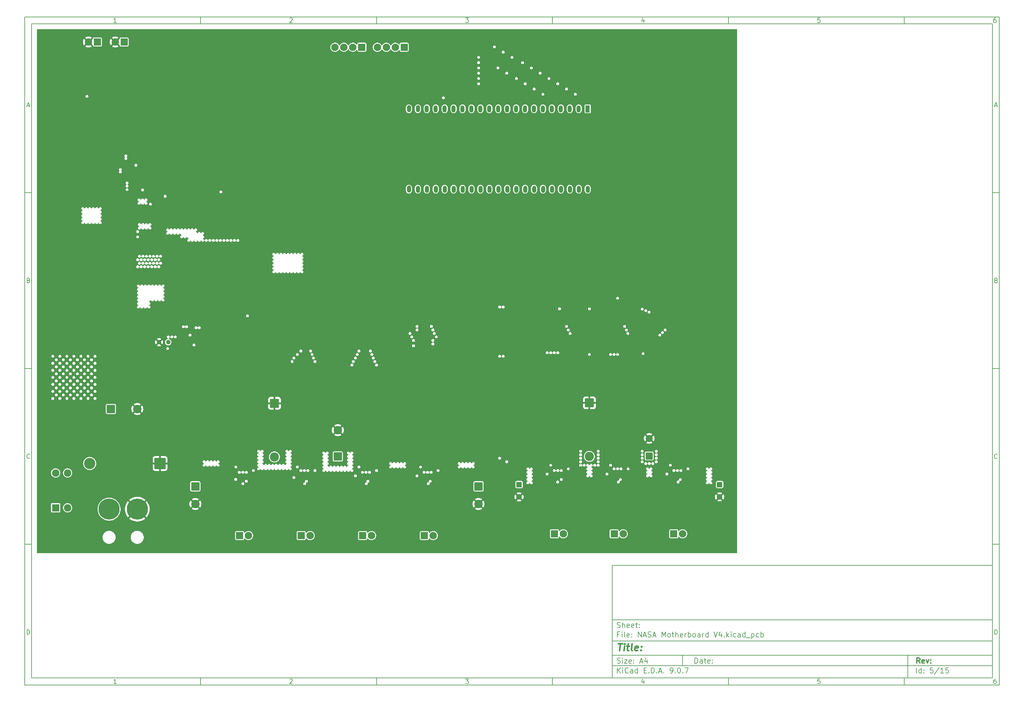
<source format=gbr>
%TF.GenerationSoftware,KiCad,Pcbnew,9.0.7*%
%TF.CreationDate,2026-02-04T11:21:36-05:00*%
%TF.ProjectId,NASA Motherboard V4,4e415341-204d-46f7-9468-6572626f6172,rev?*%
%TF.SameCoordinates,Original*%
%TF.FileFunction,Copper,L5,Inr*%
%TF.FilePolarity,Positive*%
%FSLAX46Y46*%
G04 Gerber Fmt 4.6, Leading zero omitted, Abs format (unit mm)*
G04 Created by KiCad (PCBNEW 9.0.7) date 2026-02-04 11:21:36*
%MOMM*%
%LPD*%
G01*
G04 APERTURE LIST*
G04 Aperture macros list*
%AMRoundRect*
0 Rectangle with rounded corners*
0 $1 Rounding radius*
0 $2 $3 $4 $5 $6 $7 $8 $9 X,Y pos of 4 corners*
0 Add a 4 corners polygon primitive as box body*
4,1,4,$2,$3,$4,$5,$6,$7,$8,$9,$2,$3,0*
0 Add four circle primitives for the rounded corners*
1,1,$1+$1,$2,$3*
1,1,$1+$1,$4,$5*
1,1,$1+$1,$6,$7*
1,1,$1+$1,$8,$9*
0 Add four rect primitives between the rounded corners*
20,1,$1+$1,$2,$3,$4,$5,0*
20,1,$1+$1,$4,$5,$6,$7,0*
20,1,$1+$1,$6,$7,$8,$9,0*
20,1,$1+$1,$8,$9,$2,$3,0*%
G04 Aperture macros list end*
%ADD10C,0.100000*%
%ADD11C,0.150000*%
%ADD12C,0.300000*%
%ADD13C,0.400000*%
%TA.AperFunction,ComponentPad*%
%ADD14RoundRect,0.250001X0.949999X-0.949999X0.949999X0.949999X-0.949999X0.949999X-0.949999X-0.949999X0*%
%TD*%
%TA.AperFunction,ComponentPad*%
%ADD15C,2.400000*%
%TD*%
%TA.AperFunction,ComponentPad*%
%ADD16RoundRect,0.250000X-1.050000X1.050000X-1.050000X-1.050000X1.050000X-1.050000X1.050000X1.050000X0*%
%TD*%
%TA.AperFunction,ComponentPad*%
%ADD17C,2.600000*%
%TD*%
%TA.AperFunction,ComponentPad*%
%ADD18R,2.108200X2.108200*%
%TD*%
%TA.AperFunction,ComponentPad*%
%ADD19C,2.108200*%
%TD*%
%TA.AperFunction,ComponentPad*%
%ADD20RoundRect,0.250000X1.350000X1.350000X-1.350000X1.350000X-1.350000X-1.350000X1.350000X-1.350000X0*%
%TD*%
%TA.AperFunction,ComponentPad*%
%ADD21C,3.200000*%
%TD*%
%TA.AperFunction,ComponentPad*%
%ADD22RoundRect,0.250001X0.799999X0.799999X-0.799999X0.799999X-0.799999X-0.799999X0.799999X-0.799999X0*%
%TD*%
%TA.AperFunction,ComponentPad*%
%ADD23C,2.100000*%
%TD*%
%TA.AperFunction,ComponentPad*%
%ADD24RoundRect,0.250000X-0.550000X0.550000X-0.550000X-0.550000X0.550000X-0.550000X0.550000X0.550000X0*%
%TD*%
%TA.AperFunction,ComponentPad*%
%ADD25C,1.600000*%
%TD*%
%TA.AperFunction,ComponentPad*%
%ADD26RoundRect,0.250001X-0.799999X-0.799999X0.799999X-0.799999X0.799999X0.799999X-0.799999X0.799999X0*%
%TD*%
%TA.AperFunction,ComponentPad*%
%ADD27RoundRect,0.250001X-0.949999X0.949999X-0.949999X-0.949999X0.949999X-0.949999X0.949999X0.949999X0*%
%TD*%
%TA.AperFunction,ComponentPad*%
%ADD28RoundRect,0.250001X-0.949999X-0.949999X0.949999X-0.949999X0.949999X0.949999X-0.949999X0.949999X0*%
%TD*%
%TA.AperFunction,ComponentPad*%
%ADD29R,1.200000X2.000000*%
%TD*%
%TA.AperFunction,ComponentPad*%
%ADD30O,1.200000X2.000000*%
%TD*%
%TA.AperFunction,ComponentPad*%
%ADD31C,1.300000*%
%TD*%
%TA.AperFunction,ComponentPad*%
%ADD32RoundRect,0.250000X0.750000X-0.750000X0.750000X0.750000X-0.750000X0.750000X-0.750000X-0.750000X0*%
%TD*%
%TA.AperFunction,ComponentPad*%
%ADD33C,2.000000*%
%TD*%
%TA.AperFunction,ComponentPad*%
%ADD34C,6.000000*%
%TD*%
%TA.AperFunction,ViaPad*%
%ADD35C,0.600000*%
%TD*%
G04 APERTURE END LIST*
D10*
D11*
X177002200Y-166007200D02*
X285002200Y-166007200D01*
X285002200Y-198007200D01*
X177002200Y-198007200D01*
X177002200Y-166007200D01*
D10*
D11*
X10000000Y-10000000D02*
X287002200Y-10000000D01*
X287002200Y-200007200D01*
X10000000Y-200007200D01*
X10000000Y-10000000D01*
D10*
D11*
X12000000Y-12000000D02*
X285002200Y-12000000D01*
X285002200Y-198007200D01*
X12000000Y-198007200D01*
X12000000Y-12000000D01*
D10*
D11*
X60000000Y-12000000D02*
X60000000Y-10000000D01*
D10*
D11*
X110000000Y-12000000D02*
X110000000Y-10000000D01*
D10*
D11*
X160000000Y-12000000D02*
X160000000Y-10000000D01*
D10*
D11*
X210000000Y-12000000D02*
X210000000Y-10000000D01*
D10*
D11*
X260000000Y-12000000D02*
X260000000Y-10000000D01*
D10*
D11*
X36089160Y-11593604D02*
X35346303Y-11593604D01*
X35717731Y-11593604D02*
X35717731Y-10293604D01*
X35717731Y-10293604D02*
X35593922Y-10479319D01*
X35593922Y-10479319D02*
X35470112Y-10603128D01*
X35470112Y-10603128D02*
X35346303Y-10665033D01*
D10*
D11*
X85346303Y-10417414D02*
X85408207Y-10355509D01*
X85408207Y-10355509D02*
X85532017Y-10293604D01*
X85532017Y-10293604D02*
X85841541Y-10293604D01*
X85841541Y-10293604D02*
X85965350Y-10355509D01*
X85965350Y-10355509D02*
X86027255Y-10417414D01*
X86027255Y-10417414D02*
X86089160Y-10541223D01*
X86089160Y-10541223D02*
X86089160Y-10665033D01*
X86089160Y-10665033D02*
X86027255Y-10850747D01*
X86027255Y-10850747D02*
X85284398Y-11593604D01*
X85284398Y-11593604D02*
X86089160Y-11593604D01*
D10*
D11*
X135284398Y-10293604D02*
X136089160Y-10293604D01*
X136089160Y-10293604D02*
X135655826Y-10788842D01*
X135655826Y-10788842D02*
X135841541Y-10788842D01*
X135841541Y-10788842D02*
X135965350Y-10850747D01*
X135965350Y-10850747D02*
X136027255Y-10912652D01*
X136027255Y-10912652D02*
X136089160Y-11036461D01*
X136089160Y-11036461D02*
X136089160Y-11345985D01*
X136089160Y-11345985D02*
X136027255Y-11469795D01*
X136027255Y-11469795D02*
X135965350Y-11531700D01*
X135965350Y-11531700D02*
X135841541Y-11593604D01*
X135841541Y-11593604D02*
X135470112Y-11593604D01*
X135470112Y-11593604D02*
X135346303Y-11531700D01*
X135346303Y-11531700D02*
X135284398Y-11469795D01*
D10*
D11*
X185965350Y-10726938D02*
X185965350Y-11593604D01*
X185655826Y-10231700D02*
X185346303Y-11160271D01*
X185346303Y-11160271D02*
X186151064Y-11160271D01*
D10*
D11*
X236027255Y-10293604D02*
X235408207Y-10293604D01*
X235408207Y-10293604D02*
X235346303Y-10912652D01*
X235346303Y-10912652D02*
X235408207Y-10850747D01*
X235408207Y-10850747D02*
X235532017Y-10788842D01*
X235532017Y-10788842D02*
X235841541Y-10788842D01*
X235841541Y-10788842D02*
X235965350Y-10850747D01*
X235965350Y-10850747D02*
X236027255Y-10912652D01*
X236027255Y-10912652D02*
X236089160Y-11036461D01*
X236089160Y-11036461D02*
X236089160Y-11345985D01*
X236089160Y-11345985D02*
X236027255Y-11469795D01*
X236027255Y-11469795D02*
X235965350Y-11531700D01*
X235965350Y-11531700D02*
X235841541Y-11593604D01*
X235841541Y-11593604D02*
X235532017Y-11593604D01*
X235532017Y-11593604D02*
X235408207Y-11531700D01*
X235408207Y-11531700D02*
X235346303Y-11469795D01*
D10*
D11*
X285965350Y-10293604D02*
X285717731Y-10293604D01*
X285717731Y-10293604D02*
X285593922Y-10355509D01*
X285593922Y-10355509D02*
X285532017Y-10417414D01*
X285532017Y-10417414D02*
X285408207Y-10603128D01*
X285408207Y-10603128D02*
X285346303Y-10850747D01*
X285346303Y-10850747D02*
X285346303Y-11345985D01*
X285346303Y-11345985D02*
X285408207Y-11469795D01*
X285408207Y-11469795D02*
X285470112Y-11531700D01*
X285470112Y-11531700D02*
X285593922Y-11593604D01*
X285593922Y-11593604D02*
X285841541Y-11593604D01*
X285841541Y-11593604D02*
X285965350Y-11531700D01*
X285965350Y-11531700D02*
X286027255Y-11469795D01*
X286027255Y-11469795D02*
X286089160Y-11345985D01*
X286089160Y-11345985D02*
X286089160Y-11036461D01*
X286089160Y-11036461D02*
X286027255Y-10912652D01*
X286027255Y-10912652D02*
X285965350Y-10850747D01*
X285965350Y-10850747D02*
X285841541Y-10788842D01*
X285841541Y-10788842D02*
X285593922Y-10788842D01*
X285593922Y-10788842D02*
X285470112Y-10850747D01*
X285470112Y-10850747D02*
X285408207Y-10912652D01*
X285408207Y-10912652D02*
X285346303Y-11036461D01*
D10*
D11*
X60000000Y-198007200D02*
X60000000Y-200007200D01*
D10*
D11*
X110000000Y-198007200D02*
X110000000Y-200007200D01*
D10*
D11*
X160000000Y-198007200D02*
X160000000Y-200007200D01*
D10*
D11*
X210000000Y-198007200D02*
X210000000Y-200007200D01*
D10*
D11*
X260000000Y-198007200D02*
X260000000Y-200007200D01*
D10*
D11*
X36089160Y-199600804D02*
X35346303Y-199600804D01*
X35717731Y-199600804D02*
X35717731Y-198300804D01*
X35717731Y-198300804D02*
X35593922Y-198486519D01*
X35593922Y-198486519D02*
X35470112Y-198610328D01*
X35470112Y-198610328D02*
X35346303Y-198672233D01*
D10*
D11*
X85346303Y-198424614D02*
X85408207Y-198362709D01*
X85408207Y-198362709D02*
X85532017Y-198300804D01*
X85532017Y-198300804D02*
X85841541Y-198300804D01*
X85841541Y-198300804D02*
X85965350Y-198362709D01*
X85965350Y-198362709D02*
X86027255Y-198424614D01*
X86027255Y-198424614D02*
X86089160Y-198548423D01*
X86089160Y-198548423D02*
X86089160Y-198672233D01*
X86089160Y-198672233D02*
X86027255Y-198857947D01*
X86027255Y-198857947D02*
X85284398Y-199600804D01*
X85284398Y-199600804D02*
X86089160Y-199600804D01*
D10*
D11*
X135284398Y-198300804D02*
X136089160Y-198300804D01*
X136089160Y-198300804D02*
X135655826Y-198796042D01*
X135655826Y-198796042D02*
X135841541Y-198796042D01*
X135841541Y-198796042D02*
X135965350Y-198857947D01*
X135965350Y-198857947D02*
X136027255Y-198919852D01*
X136027255Y-198919852D02*
X136089160Y-199043661D01*
X136089160Y-199043661D02*
X136089160Y-199353185D01*
X136089160Y-199353185D02*
X136027255Y-199476995D01*
X136027255Y-199476995D02*
X135965350Y-199538900D01*
X135965350Y-199538900D02*
X135841541Y-199600804D01*
X135841541Y-199600804D02*
X135470112Y-199600804D01*
X135470112Y-199600804D02*
X135346303Y-199538900D01*
X135346303Y-199538900D02*
X135284398Y-199476995D01*
D10*
D11*
X185965350Y-198734138D02*
X185965350Y-199600804D01*
X185655826Y-198238900D02*
X185346303Y-199167471D01*
X185346303Y-199167471D02*
X186151064Y-199167471D01*
D10*
D11*
X236027255Y-198300804D02*
X235408207Y-198300804D01*
X235408207Y-198300804D02*
X235346303Y-198919852D01*
X235346303Y-198919852D02*
X235408207Y-198857947D01*
X235408207Y-198857947D02*
X235532017Y-198796042D01*
X235532017Y-198796042D02*
X235841541Y-198796042D01*
X235841541Y-198796042D02*
X235965350Y-198857947D01*
X235965350Y-198857947D02*
X236027255Y-198919852D01*
X236027255Y-198919852D02*
X236089160Y-199043661D01*
X236089160Y-199043661D02*
X236089160Y-199353185D01*
X236089160Y-199353185D02*
X236027255Y-199476995D01*
X236027255Y-199476995D02*
X235965350Y-199538900D01*
X235965350Y-199538900D02*
X235841541Y-199600804D01*
X235841541Y-199600804D02*
X235532017Y-199600804D01*
X235532017Y-199600804D02*
X235408207Y-199538900D01*
X235408207Y-199538900D02*
X235346303Y-199476995D01*
D10*
D11*
X285965350Y-198300804D02*
X285717731Y-198300804D01*
X285717731Y-198300804D02*
X285593922Y-198362709D01*
X285593922Y-198362709D02*
X285532017Y-198424614D01*
X285532017Y-198424614D02*
X285408207Y-198610328D01*
X285408207Y-198610328D02*
X285346303Y-198857947D01*
X285346303Y-198857947D02*
X285346303Y-199353185D01*
X285346303Y-199353185D02*
X285408207Y-199476995D01*
X285408207Y-199476995D02*
X285470112Y-199538900D01*
X285470112Y-199538900D02*
X285593922Y-199600804D01*
X285593922Y-199600804D02*
X285841541Y-199600804D01*
X285841541Y-199600804D02*
X285965350Y-199538900D01*
X285965350Y-199538900D02*
X286027255Y-199476995D01*
X286027255Y-199476995D02*
X286089160Y-199353185D01*
X286089160Y-199353185D02*
X286089160Y-199043661D01*
X286089160Y-199043661D02*
X286027255Y-198919852D01*
X286027255Y-198919852D02*
X285965350Y-198857947D01*
X285965350Y-198857947D02*
X285841541Y-198796042D01*
X285841541Y-198796042D02*
X285593922Y-198796042D01*
X285593922Y-198796042D02*
X285470112Y-198857947D01*
X285470112Y-198857947D02*
X285408207Y-198919852D01*
X285408207Y-198919852D02*
X285346303Y-199043661D01*
D10*
D11*
X10000000Y-60000000D02*
X12000000Y-60000000D01*
D10*
D11*
X10000000Y-110000000D02*
X12000000Y-110000000D01*
D10*
D11*
X10000000Y-160000000D02*
X12000000Y-160000000D01*
D10*
D11*
X10690476Y-35222176D02*
X11309523Y-35222176D01*
X10566666Y-35593604D02*
X10999999Y-34293604D01*
X10999999Y-34293604D02*
X11433333Y-35593604D01*
D10*
D11*
X11092857Y-84912652D02*
X11278571Y-84974557D01*
X11278571Y-84974557D02*
X11340476Y-85036461D01*
X11340476Y-85036461D02*
X11402380Y-85160271D01*
X11402380Y-85160271D02*
X11402380Y-85345985D01*
X11402380Y-85345985D02*
X11340476Y-85469795D01*
X11340476Y-85469795D02*
X11278571Y-85531700D01*
X11278571Y-85531700D02*
X11154761Y-85593604D01*
X11154761Y-85593604D02*
X10659523Y-85593604D01*
X10659523Y-85593604D02*
X10659523Y-84293604D01*
X10659523Y-84293604D02*
X11092857Y-84293604D01*
X11092857Y-84293604D02*
X11216666Y-84355509D01*
X11216666Y-84355509D02*
X11278571Y-84417414D01*
X11278571Y-84417414D02*
X11340476Y-84541223D01*
X11340476Y-84541223D02*
X11340476Y-84665033D01*
X11340476Y-84665033D02*
X11278571Y-84788842D01*
X11278571Y-84788842D02*
X11216666Y-84850747D01*
X11216666Y-84850747D02*
X11092857Y-84912652D01*
X11092857Y-84912652D02*
X10659523Y-84912652D01*
D10*
D11*
X11402380Y-135469795D02*
X11340476Y-135531700D01*
X11340476Y-135531700D02*
X11154761Y-135593604D01*
X11154761Y-135593604D02*
X11030952Y-135593604D01*
X11030952Y-135593604D02*
X10845238Y-135531700D01*
X10845238Y-135531700D02*
X10721428Y-135407890D01*
X10721428Y-135407890D02*
X10659523Y-135284080D01*
X10659523Y-135284080D02*
X10597619Y-135036461D01*
X10597619Y-135036461D02*
X10597619Y-134850747D01*
X10597619Y-134850747D02*
X10659523Y-134603128D01*
X10659523Y-134603128D02*
X10721428Y-134479319D01*
X10721428Y-134479319D02*
X10845238Y-134355509D01*
X10845238Y-134355509D02*
X11030952Y-134293604D01*
X11030952Y-134293604D02*
X11154761Y-134293604D01*
X11154761Y-134293604D02*
X11340476Y-134355509D01*
X11340476Y-134355509D02*
X11402380Y-134417414D01*
D10*
D11*
X10659523Y-185593604D02*
X10659523Y-184293604D01*
X10659523Y-184293604D02*
X10969047Y-184293604D01*
X10969047Y-184293604D02*
X11154761Y-184355509D01*
X11154761Y-184355509D02*
X11278571Y-184479319D01*
X11278571Y-184479319D02*
X11340476Y-184603128D01*
X11340476Y-184603128D02*
X11402380Y-184850747D01*
X11402380Y-184850747D02*
X11402380Y-185036461D01*
X11402380Y-185036461D02*
X11340476Y-185284080D01*
X11340476Y-185284080D02*
X11278571Y-185407890D01*
X11278571Y-185407890D02*
X11154761Y-185531700D01*
X11154761Y-185531700D02*
X10969047Y-185593604D01*
X10969047Y-185593604D02*
X10659523Y-185593604D01*
D10*
D11*
X287002200Y-60000000D02*
X285002200Y-60000000D01*
D10*
D11*
X287002200Y-110000000D02*
X285002200Y-110000000D01*
D10*
D11*
X287002200Y-160000000D02*
X285002200Y-160000000D01*
D10*
D11*
X285692676Y-35222176D02*
X286311723Y-35222176D01*
X285568866Y-35593604D02*
X286002199Y-34293604D01*
X286002199Y-34293604D02*
X286435533Y-35593604D01*
D10*
D11*
X286095057Y-84912652D02*
X286280771Y-84974557D01*
X286280771Y-84974557D02*
X286342676Y-85036461D01*
X286342676Y-85036461D02*
X286404580Y-85160271D01*
X286404580Y-85160271D02*
X286404580Y-85345985D01*
X286404580Y-85345985D02*
X286342676Y-85469795D01*
X286342676Y-85469795D02*
X286280771Y-85531700D01*
X286280771Y-85531700D02*
X286156961Y-85593604D01*
X286156961Y-85593604D02*
X285661723Y-85593604D01*
X285661723Y-85593604D02*
X285661723Y-84293604D01*
X285661723Y-84293604D02*
X286095057Y-84293604D01*
X286095057Y-84293604D02*
X286218866Y-84355509D01*
X286218866Y-84355509D02*
X286280771Y-84417414D01*
X286280771Y-84417414D02*
X286342676Y-84541223D01*
X286342676Y-84541223D02*
X286342676Y-84665033D01*
X286342676Y-84665033D02*
X286280771Y-84788842D01*
X286280771Y-84788842D02*
X286218866Y-84850747D01*
X286218866Y-84850747D02*
X286095057Y-84912652D01*
X286095057Y-84912652D02*
X285661723Y-84912652D01*
D10*
D11*
X286404580Y-135469795D02*
X286342676Y-135531700D01*
X286342676Y-135531700D02*
X286156961Y-135593604D01*
X286156961Y-135593604D02*
X286033152Y-135593604D01*
X286033152Y-135593604D02*
X285847438Y-135531700D01*
X285847438Y-135531700D02*
X285723628Y-135407890D01*
X285723628Y-135407890D02*
X285661723Y-135284080D01*
X285661723Y-135284080D02*
X285599819Y-135036461D01*
X285599819Y-135036461D02*
X285599819Y-134850747D01*
X285599819Y-134850747D02*
X285661723Y-134603128D01*
X285661723Y-134603128D02*
X285723628Y-134479319D01*
X285723628Y-134479319D02*
X285847438Y-134355509D01*
X285847438Y-134355509D02*
X286033152Y-134293604D01*
X286033152Y-134293604D02*
X286156961Y-134293604D01*
X286156961Y-134293604D02*
X286342676Y-134355509D01*
X286342676Y-134355509D02*
X286404580Y-134417414D01*
D10*
D11*
X285661723Y-185593604D02*
X285661723Y-184293604D01*
X285661723Y-184293604D02*
X285971247Y-184293604D01*
X285971247Y-184293604D02*
X286156961Y-184355509D01*
X286156961Y-184355509D02*
X286280771Y-184479319D01*
X286280771Y-184479319D02*
X286342676Y-184603128D01*
X286342676Y-184603128D02*
X286404580Y-184850747D01*
X286404580Y-184850747D02*
X286404580Y-185036461D01*
X286404580Y-185036461D02*
X286342676Y-185284080D01*
X286342676Y-185284080D02*
X286280771Y-185407890D01*
X286280771Y-185407890D02*
X286156961Y-185531700D01*
X286156961Y-185531700D02*
X285971247Y-185593604D01*
X285971247Y-185593604D02*
X285661723Y-185593604D01*
D10*
D11*
X200458026Y-193793328D02*
X200458026Y-192293328D01*
X200458026Y-192293328D02*
X200815169Y-192293328D01*
X200815169Y-192293328D02*
X201029455Y-192364757D01*
X201029455Y-192364757D02*
X201172312Y-192507614D01*
X201172312Y-192507614D02*
X201243741Y-192650471D01*
X201243741Y-192650471D02*
X201315169Y-192936185D01*
X201315169Y-192936185D02*
X201315169Y-193150471D01*
X201315169Y-193150471D02*
X201243741Y-193436185D01*
X201243741Y-193436185D02*
X201172312Y-193579042D01*
X201172312Y-193579042D02*
X201029455Y-193721900D01*
X201029455Y-193721900D02*
X200815169Y-193793328D01*
X200815169Y-193793328D02*
X200458026Y-193793328D01*
X202600884Y-193793328D02*
X202600884Y-193007614D01*
X202600884Y-193007614D02*
X202529455Y-192864757D01*
X202529455Y-192864757D02*
X202386598Y-192793328D01*
X202386598Y-192793328D02*
X202100884Y-192793328D01*
X202100884Y-192793328D02*
X201958026Y-192864757D01*
X202600884Y-193721900D02*
X202458026Y-193793328D01*
X202458026Y-193793328D02*
X202100884Y-193793328D01*
X202100884Y-193793328D02*
X201958026Y-193721900D01*
X201958026Y-193721900D02*
X201886598Y-193579042D01*
X201886598Y-193579042D02*
X201886598Y-193436185D01*
X201886598Y-193436185D02*
X201958026Y-193293328D01*
X201958026Y-193293328D02*
X202100884Y-193221900D01*
X202100884Y-193221900D02*
X202458026Y-193221900D01*
X202458026Y-193221900D02*
X202600884Y-193150471D01*
X203100884Y-192793328D02*
X203672312Y-192793328D01*
X203315169Y-192293328D02*
X203315169Y-193579042D01*
X203315169Y-193579042D02*
X203386598Y-193721900D01*
X203386598Y-193721900D02*
X203529455Y-193793328D01*
X203529455Y-193793328D02*
X203672312Y-193793328D01*
X204743741Y-193721900D02*
X204600884Y-193793328D01*
X204600884Y-193793328D02*
X204315170Y-193793328D01*
X204315170Y-193793328D02*
X204172312Y-193721900D01*
X204172312Y-193721900D02*
X204100884Y-193579042D01*
X204100884Y-193579042D02*
X204100884Y-193007614D01*
X204100884Y-193007614D02*
X204172312Y-192864757D01*
X204172312Y-192864757D02*
X204315170Y-192793328D01*
X204315170Y-192793328D02*
X204600884Y-192793328D01*
X204600884Y-192793328D02*
X204743741Y-192864757D01*
X204743741Y-192864757D02*
X204815170Y-193007614D01*
X204815170Y-193007614D02*
X204815170Y-193150471D01*
X204815170Y-193150471D02*
X204100884Y-193293328D01*
X205458026Y-193650471D02*
X205529455Y-193721900D01*
X205529455Y-193721900D02*
X205458026Y-193793328D01*
X205458026Y-193793328D02*
X205386598Y-193721900D01*
X205386598Y-193721900D02*
X205458026Y-193650471D01*
X205458026Y-193650471D02*
X205458026Y-193793328D01*
X205458026Y-192864757D02*
X205529455Y-192936185D01*
X205529455Y-192936185D02*
X205458026Y-193007614D01*
X205458026Y-193007614D02*
X205386598Y-192936185D01*
X205386598Y-192936185D02*
X205458026Y-192864757D01*
X205458026Y-192864757D02*
X205458026Y-193007614D01*
D10*
D11*
X177002200Y-194507200D02*
X285002200Y-194507200D01*
D10*
D11*
X178458026Y-196593328D02*
X178458026Y-195093328D01*
X179315169Y-196593328D02*
X178672312Y-195736185D01*
X179315169Y-195093328D02*
X178458026Y-195950471D01*
X179958026Y-196593328D02*
X179958026Y-195593328D01*
X179958026Y-195093328D02*
X179886598Y-195164757D01*
X179886598Y-195164757D02*
X179958026Y-195236185D01*
X179958026Y-195236185D02*
X180029455Y-195164757D01*
X180029455Y-195164757D02*
X179958026Y-195093328D01*
X179958026Y-195093328D02*
X179958026Y-195236185D01*
X181529455Y-196450471D02*
X181458027Y-196521900D01*
X181458027Y-196521900D02*
X181243741Y-196593328D01*
X181243741Y-196593328D02*
X181100884Y-196593328D01*
X181100884Y-196593328D02*
X180886598Y-196521900D01*
X180886598Y-196521900D02*
X180743741Y-196379042D01*
X180743741Y-196379042D02*
X180672312Y-196236185D01*
X180672312Y-196236185D02*
X180600884Y-195950471D01*
X180600884Y-195950471D02*
X180600884Y-195736185D01*
X180600884Y-195736185D02*
X180672312Y-195450471D01*
X180672312Y-195450471D02*
X180743741Y-195307614D01*
X180743741Y-195307614D02*
X180886598Y-195164757D01*
X180886598Y-195164757D02*
X181100884Y-195093328D01*
X181100884Y-195093328D02*
X181243741Y-195093328D01*
X181243741Y-195093328D02*
X181458027Y-195164757D01*
X181458027Y-195164757D02*
X181529455Y-195236185D01*
X182815170Y-196593328D02*
X182815170Y-195807614D01*
X182815170Y-195807614D02*
X182743741Y-195664757D01*
X182743741Y-195664757D02*
X182600884Y-195593328D01*
X182600884Y-195593328D02*
X182315170Y-195593328D01*
X182315170Y-195593328D02*
X182172312Y-195664757D01*
X182815170Y-196521900D02*
X182672312Y-196593328D01*
X182672312Y-196593328D02*
X182315170Y-196593328D01*
X182315170Y-196593328D02*
X182172312Y-196521900D01*
X182172312Y-196521900D02*
X182100884Y-196379042D01*
X182100884Y-196379042D02*
X182100884Y-196236185D01*
X182100884Y-196236185D02*
X182172312Y-196093328D01*
X182172312Y-196093328D02*
X182315170Y-196021900D01*
X182315170Y-196021900D02*
X182672312Y-196021900D01*
X182672312Y-196021900D02*
X182815170Y-195950471D01*
X184172313Y-196593328D02*
X184172313Y-195093328D01*
X184172313Y-196521900D02*
X184029455Y-196593328D01*
X184029455Y-196593328D02*
X183743741Y-196593328D01*
X183743741Y-196593328D02*
X183600884Y-196521900D01*
X183600884Y-196521900D02*
X183529455Y-196450471D01*
X183529455Y-196450471D02*
X183458027Y-196307614D01*
X183458027Y-196307614D02*
X183458027Y-195879042D01*
X183458027Y-195879042D02*
X183529455Y-195736185D01*
X183529455Y-195736185D02*
X183600884Y-195664757D01*
X183600884Y-195664757D02*
X183743741Y-195593328D01*
X183743741Y-195593328D02*
X184029455Y-195593328D01*
X184029455Y-195593328D02*
X184172313Y-195664757D01*
X186029455Y-195807614D02*
X186529455Y-195807614D01*
X186743741Y-196593328D02*
X186029455Y-196593328D01*
X186029455Y-196593328D02*
X186029455Y-195093328D01*
X186029455Y-195093328D02*
X186743741Y-195093328D01*
X187386598Y-196450471D02*
X187458027Y-196521900D01*
X187458027Y-196521900D02*
X187386598Y-196593328D01*
X187386598Y-196593328D02*
X187315170Y-196521900D01*
X187315170Y-196521900D02*
X187386598Y-196450471D01*
X187386598Y-196450471D02*
X187386598Y-196593328D01*
X188100884Y-196593328D02*
X188100884Y-195093328D01*
X188100884Y-195093328D02*
X188458027Y-195093328D01*
X188458027Y-195093328D02*
X188672313Y-195164757D01*
X188672313Y-195164757D02*
X188815170Y-195307614D01*
X188815170Y-195307614D02*
X188886599Y-195450471D01*
X188886599Y-195450471D02*
X188958027Y-195736185D01*
X188958027Y-195736185D02*
X188958027Y-195950471D01*
X188958027Y-195950471D02*
X188886599Y-196236185D01*
X188886599Y-196236185D02*
X188815170Y-196379042D01*
X188815170Y-196379042D02*
X188672313Y-196521900D01*
X188672313Y-196521900D02*
X188458027Y-196593328D01*
X188458027Y-196593328D02*
X188100884Y-196593328D01*
X189600884Y-196450471D02*
X189672313Y-196521900D01*
X189672313Y-196521900D02*
X189600884Y-196593328D01*
X189600884Y-196593328D02*
X189529456Y-196521900D01*
X189529456Y-196521900D02*
X189600884Y-196450471D01*
X189600884Y-196450471D02*
X189600884Y-196593328D01*
X190243742Y-196164757D02*
X190958028Y-196164757D01*
X190100885Y-196593328D02*
X190600885Y-195093328D01*
X190600885Y-195093328D02*
X191100885Y-196593328D01*
X191600884Y-196450471D02*
X191672313Y-196521900D01*
X191672313Y-196521900D02*
X191600884Y-196593328D01*
X191600884Y-196593328D02*
X191529456Y-196521900D01*
X191529456Y-196521900D02*
X191600884Y-196450471D01*
X191600884Y-196450471D02*
X191600884Y-196593328D01*
X193529456Y-196593328D02*
X193815170Y-196593328D01*
X193815170Y-196593328D02*
X193958027Y-196521900D01*
X193958027Y-196521900D02*
X194029456Y-196450471D01*
X194029456Y-196450471D02*
X194172313Y-196236185D01*
X194172313Y-196236185D02*
X194243742Y-195950471D01*
X194243742Y-195950471D02*
X194243742Y-195379042D01*
X194243742Y-195379042D02*
X194172313Y-195236185D01*
X194172313Y-195236185D02*
X194100885Y-195164757D01*
X194100885Y-195164757D02*
X193958027Y-195093328D01*
X193958027Y-195093328D02*
X193672313Y-195093328D01*
X193672313Y-195093328D02*
X193529456Y-195164757D01*
X193529456Y-195164757D02*
X193458027Y-195236185D01*
X193458027Y-195236185D02*
X193386599Y-195379042D01*
X193386599Y-195379042D02*
X193386599Y-195736185D01*
X193386599Y-195736185D02*
X193458027Y-195879042D01*
X193458027Y-195879042D02*
X193529456Y-195950471D01*
X193529456Y-195950471D02*
X193672313Y-196021900D01*
X193672313Y-196021900D02*
X193958027Y-196021900D01*
X193958027Y-196021900D02*
X194100885Y-195950471D01*
X194100885Y-195950471D02*
X194172313Y-195879042D01*
X194172313Y-195879042D02*
X194243742Y-195736185D01*
X194886598Y-196450471D02*
X194958027Y-196521900D01*
X194958027Y-196521900D02*
X194886598Y-196593328D01*
X194886598Y-196593328D02*
X194815170Y-196521900D01*
X194815170Y-196521900D02*
X194886598Y-196450471D01*
X194886598Y-196450471D02*
X194886598Y-196593328D01*
X195886599Y-195093328D02*
X196029456Y-195093328D01*
X196029456Y-195093328D02*
X196172313Y-195164757D01*
X196172313Y-195164757D02*
X196243742Y-195236185D01*
X196243742Y-195236185D02*
X196315170Y-195379042D01*
X196315170Y-195379042D02*
X196386599Y-195664757D01*
X196386599Y-195664757D02*
X196386599Y-196021900D01*
X196386599Y-196021900D02*
X196315170Y-196307614D01*
X196315170Y-196307614D02*
X196243742Y-196450471D01*
X196243742Y-196450471D02*
X196172313Y-196521900D01*
X196172313Y-196521900D02*
X196029456Y-196593328D01*
X196029456Y-196593328D02*
X195886599Y-196593328D01*
X195886599Y-196593328D02*
X195743742Y-196521900D01*
X195743742Y-196521900D02*
X195672313Y-196450471D01*
X195672313Y-196450471D02*
X195600884Y-196307614D01*
X195600884Y-196307614D02*
X195529456Y-196021900D01*
X195529456Y-196021900D02*
X195529456Y-195664757D01*
X195529456Y-195664757D02*
X195600884Y-195379042D01*
X195600884Y-195379042D02*
X195672313Y-195236185D01*
X195672313Y-195236185D02*
X195743742Y-195164757D01*
X195743742Y-195164757D02*
X195886599Y-195093328D01*
X197029455Y-196450471D02*
X197100884Y-196521900D01*
X197100884Y-196521900D02*
X197029455Y-196593328D01*
X197029455Y-196593328D02*
X196958027Y-196521900D01*
X196958027Y-196521900D02*
X197029455Y-196450471D01*
X197029455Y-196450471D02*
X197029455Y-196593328D01*
X197600884Y-195093328D02*
X198600884Y-195093328D01*
X198600884Y-195093328D02*
X197958027Y-196593328D01*
D10*
D11*
X177002200Y-191507200D02*
X285002200Y-191507200D01*
D10*
D12*
X264413853Y-193785528D02*
X263913853Y-193071242D01*
X263556710Y-193785528D02*
X263556710Y-192285528D01*
X263556710Y-192285528D02*
X264128139Y-192285528D01*
X264128139Y-192285528D02*
X264270996Y-192356957D01*
X264270996Y-192356957D02*
X264342425Y-192428385D01*
X264342425Y-192428385D02*
X264413853Y-192571242D01*
X264413853Y-192571242D02*
X264413853Y-192785528D01*
X264413853Y-192785528D02*
X264342425Y-192928385D01*
X264342425Y-192928385D02*
X264270996Y-192999814D01*
X264270996Y-192999814D02*
X264128139Y-193071242D01*
X264128139Y-193071242D02*
X263556710Y-193071242D01*
X265628139Y-193714100D02*
X265485282Y-193785528D01*
X265485282Y-193785528D02*
X265199568Y-193785528D01*
X265199568Y-193785528D02*
X265056710Y-193714100D01*
X265056710Y-193714100D02*
X264985282Y-193571242D01*
X264985282Y-193571242D02*
X264985282Y-192999814D01*
X264985282Y-192999814D02*
X265056710Y-192856957D01*
X265056710Y-192856957D02*
X265199568Y-192785528D01*
X265199568Y-192785528D02*
X265485282Y-192785528D01*
X265485282Y-192785528D02*
X265628139Y-192856957D01*
X265628139Y-192856957D02*
X265699568Y-192999814D01*
X265699568Y-192999814D02*
X265699568Y-193142671D01*
X265699568Y-193142671D02*
X264985282Y-193285528D01*
X266199567Y-192785528D02*
X266556710Y-193785528D01*
X266556710Y-193785528D02*
X266913853Y-192785528D01*
X267485281Y-193642671D02*
X267556710Y-193714100D01*
X267556710Y-193714100D02*
X267485281Y-193785528D01*
X267485281Y-193785528D02*
X267413853Y-193714100D01*
X267413853Y-193714100D02*
X267485281Y-193642671D01*
X267485281Y-193642671D02*
X267485281Y-193785528D01*
X267485281Y-192856957D02*
X267556710Y-192928385D01*
X267556710Y-192928385D02*
X267485281Y-192999814D01*
X267485281Y-192999814D02*
X267413853Y-192928385D01*
X267413853Y-192928385D02*
X267485281Y-192856957D01*
X267485281Y-192856957D02*
X267485281Y-192999814D01*
D10*
D11*
X178386598Y-193721900D02*
X178600884Y-193793328D01*
X178600884Y-193793328D02*
X178958026Y-193793328D01*
X178958026Y-193793328D02*
X179100884Y-193721900D01*
X179100884Y-193721900D02*
X179172312Y-193650471D01*
X179172312Y-193650471D02*
X179243741Y-193507614D01*
X179243741Y-193507614D02*
X179243741Y-193364757D01*
X179243741Y-193364757D02*
X179172312Y-193221900D01*
X179172312Y-193221900D02*
X179100884Y-193150471D01*
X179100884Y-193150471D02*
X178958026Y-193079042D01*
X178958026Y-193079042D02*
X178672312Y-193007614D01*
X178672312Y-193007614D02*
X178529455Y-192936185D01*
X178529455Y-192936185D02*
X178458026Y-192864757D01*
X178458026Y-192864757D02*
X178386598Y-192721900D01*
X178386598Y-192721900D02*
X178386598Y-192579042D01*
X178386598Y-192579042D02*
X178458026Y-192436185D01*
X178458026Y-192436185D02*
X178529455Y-192364757D01*
X178529455Y-192364757D02*
X178672312Y-192293328D01*
X178672312Y-192293328D02*
X179029455Y-192293328D01*
X179029455Y-192293328D02*
X179243741Y-192364757D01*
X179886597Y-193793328D02*
X179886597Y-192793328D01*
X179886597Y-192293328D02*
X179815169Y-192364757D01*
X179815169Y-192364757D02*
X179886597Y-192436185D01*
X179886597Y-192436185D02*
X179958026Y-192364757D01*
X179958026Y-192364757D02*
X179886597Y-192293328D01*
X179886597Y-192293328D02*
X179886597Y-192436185D01*
X180458026Y-192793328D02*
X181243741Y-192793328D01*
X181243741Y-192793328D02*
X180458026Y-193793328D01*
X180458026Y-193793328D02*
X181243741Y-193793328D01*
X182386598Y-193721900D02*
X182243741Y-193793328D01*
X182243741Y-193793328D02*
X181958027Y-193793328D01*
X181958027Y-193793328D02*
X181815169Y-193721900D01*
X181815169Y-193721900D02*
X181743741Y-193579042D01*
X181743741Y-193579042D02*
X181743741Y-193007614D01*
X181743741Y-193007614D02*
X181815169Y-192864757D01*
X181815169Y-192864757D02*
X181958027Y-192793328D01*
X181958027Y-192793328D02*
X182243741Y-192793328D01*
X182243741Y-192793328D02*
X182386598Y-192864757D01*
X182386598Y-192864757D02*
X182458027Y-193007614D01*
X182458027Y-193007614D02*
X182458027Y-193150471D01*
X182458027Y-193150471D02*
X181743741Y-193293328D01*
X183100883Y-193650471D02*
X183172312Y-193721900D01*
X183172312Y-193721900D02*
X183100883Y-193793328D01*
X183100883Y-193793328D02*
X183029455Y-193721900D01*
X183029455Y-193721900D02*
X183100883Y-193650471D01*
X183100883Y-193650471D02*
X183100883Y-193793328D01*
X183100883Y-192864757D02*
X183172312Y-192936185D01*
X183172312Y-192936185D02*
X183100883Y-193007614D01*
X183100883Y-193007614D02*
X183029455Y-192936185D01*
X183029455Y-192936185D02*
X183100883Y-192864757D01*
X183100883Y-192864757D02*
X183100883Y-193007614D01*
X184886598Y-193364757D02*
X185600884Y-193364757D01*
X184743741Y-193793328D02*
X185243741Y-192293328D01*
X185243741Y-192293328D02*
X185743741Y-193793328D01*
X186886598Y-192793328D02*
X186886598Y-193793328D01*
X186529455Y-192221900D02*
X186172312Y-193293328D01*
X186172312Y-193293328D02*
X187100883Y-193293328D01*
D10*
D11*
X263458026Y-196593328D02*
X263458026Y-195093328D01*
X264815170Y-196593328D02*
X264815170Y-195093328D01*
X264815170Y-196521900D02*
X264672312Y-196593328D01*
X264672312Y-196593328D02*
X264386598Y-196593328D01*
X264386598Y-196593328D02*
X264243741Y-196521900D01*
X264243741Y-196521900D02*
X264172312Y-196450471D01*
X264172312Y-196450471D02*
X264100884Y-196307614D01*
X264100884Y-196307614D02*
X264100884Y-195879042D01*
X264100884Y-195879042D02*
X264172312Y-195736185D01*
X264172312Y-195736185D02*
X264243741Y-195664757D01*
X264243741Y-195664757D02*
X264386598Y-195593328D01*
X264386598Y-195593328D02*
X264672312Y-195593328D01*
X264672312Y-195593328D02*
X264815170Y-195664757D01*
X265529455Y-196450471D02*
X265600884Y-196521900D01*
X265600884Y-196521900D02*
X265529455Y-196593328D01*
X265529455Y-196593328D02*
X265458027Y-196521900D01*
X265458027Y-196521900D02*
X265529455Y-196450471D01*
X265529455Y-196450471D02*
X265529455Y-196593328D01*
X265529455Y-195664757D02*
X265600884Y-195736185D01*
X265600884Y-195736185D02*
X265529455Y-195807614D01*
X265529455Y-195807614D02*
X265458027Y-195736185D01*
X265458027Y-195736185D02*
X265529455Y-195664757D01*
X265529455Y-195664757D02*
X265529455Y-195807614D01*
X268100884Y-195093328D02*
X267386598Y-195093328D01*
X267386598Y-195093328D02*
X267315170Y-195807614D01*
X267315170Y-195807614D02*
X267386598Y-195736185D01*
X267386598Y-195736185D02*
X267529456Y-195664757D01*
X267529456Y-195664757D02*
X267886598Y-195664757D01*
X267886598Y-195664757D02*
X268029456Y-195736185D01*
X268029456Y-195736185D02*
X268100884Y-195807614D01*
X268100884Y-195807614D02*
X268172313Y-195950471D01*
X268172313Y-195950471D02*
X268172313Y-196307614D01*
X268172313Y-196307614D02*
X268100884Y-196450471D01*
X268100884Y-196450471D02*
X268029456Y-196521900D01*
X268029456Y-196521900D02*
X267886598Y-196593328D01*
X267886598Y-196593328D02*
X267529456Y-196593328D01*
X267529456Y-196593328D02*
X267386598Y-196521900D01*
X267386598Y-196521900D02*
X267315170Y-196450471D01*
X269886598Y-195021900D02*
X268600884Y-196950471D01*
X271172313Y-196593328D02*
X270315170Y-196593328D01*
X270743741Y-196593328D02*
X270743741Y-195093328D01*
X270743741Y-195093328D02*
X270600884Y-195307614D01*
X270600884Y-195307614D02*
X270458027Y-195450471D01*
X270458027Y-195450471D02*
X270315170Y-195521900D01*
X272529455Y-195093328D02*
X271815169Y-195093328D01*
X271815169Y-195093328D02*
X271743741Y-195807614D01*
X271743741Y-195807614D02*
X271815169Y-195736185D01*
X271815169Y-195736185D02*
X271958027Y-195664757D01*
X271958027Y-195664757D02*
X272315169Y-195664757D01*
X272315169Y-195664757D02*
X272458027Y-195736185D01*
X272458027Y-195736185D02*
X272529455Y-195807614D01*
X272529455Y-195807614D02*
X272600884Y-195950471D01*
X272600884Y-195950471D02*
X272600884Y-196307614D01*
X272600884Y-196307614D02*
X272529455Y-196450471D01*
X272529455Y-196450471D02*
X272458027Y-196521900D01*
X272458027Y-196521900D02*
X272315169Y-196593328D01*
X272315169Y-196593328D02*
X271958027Y-196593328D01*
X271958027Y-196593328D02*
X271815169Y-196521900D01*
X271815169Y-196521900D02*
X271743741Y-196450471D01*
D10*
D11*
X177002200Y-187507200D02*
X285002200Y-187507200D01*
D10*
D13*
X178693928Y-188211638D02*
X179836785Y-188211638D01*
X179015357Y-190211638D02*
X179265357Y-188211638D01*
X180253452Y-190211638D02*
X180420119Y-188878304D01*
X180503452Y-188211638D02*
X180396309Y-188306876D01*
X180396309Y-188306876D02*
X180479643Y-188402114D01*
X180479643Y-188402114D02*
X180586786Y-188306876D01*
X180586786Y-188306876D02*
X180503452Y-188211638D01*
X180503452Y-188211638D02*
X180479643Y-188402114D01*
X181086786Y-188878304D02*
X181848690Y-188878304D01*
X181455833Y-188211638D02*
X181241548Y-189925923D01*
X181241548Y-189925923D02*
X181312976Y-190116400D01*
X181312976Y-190116400D02*
X181491548Y-190211638D01*
X181491548Y-190211638D02*
X181682024Y-190211638D01*
X182634405Y-190211638D02*
X182455833Y-190116400D01*
X182455833Y-190116400D02*
X182384405Y-189925923D01*
X182384405Y-189925923D02*
X182598690Y-188211638D01*
X184170119Y-190116400D02*
X183967738Y-190211638D01*
X183967738Y-190211638D02*
X183586785Y-190211638D01*
X183586785Y-190211638D02*
X183408214Y-190116400D01*
X183408214Y-190116400D02*
X183336785Y-189925923D01*
X183336785Y-189925923D02*
X183432024Y-189164019D01*
X183432024Y-189164019D02*
X183551071Y-188973542D01*
X183551071Y-188973542D02*
X183753452Y-188878304D01*
X183753452Y-188878304D02*
X184134404Y-188878304D01*
X184134404Y-188878304D02*
X184312976Y-188973542D01*
X184312976Y-188973542D02*
X184384404Y-189164019D01*
X184384404Y-189164019D02*
X184360595Y-189354495D01*
X184360595Y-189354495D02*
X183384404Y-189544971D01*
X185134405Y-190021161D02*
X185217738Y-190116400D01*
X185217738Y-190116400D02*
X185110595Y-190211638D01*
X185110595Y-190211638D02*
X185027262Y-190116400D01*
X185027262Y-190116400D02*
X185134405Y-190021161D01*
X185134405Y-190021161D02*
X185110595Y-190211638D01*
X185265357Y-188973542D02*
X185348690Y-189068780D01*
X185348690Y-189068780D02*
X185241548Y-189164019D01*
X185241548Y-189164019D02*
X185158214Y-189068780D01*
X185158214Y-189068780D02*
X185265357Y-188973542D01*
X185265357Y-188973542D02*
X185241548Y-189164019D01*
D10*
D11*
X178958026Y-185607614D02*
X178458026Y-185607614D01*
X178458026Y-186393328D02*
X178458026Y-184893328D01*
X178458026Y-184893328D02*
X179172312Y-184893328D01*
X179743740Y-186393328D02*
X179743740Y-185393328D01*
X179743740Y-184893328D02*
X179672312Y-184964757D01*
X179672312Y-184964757D02*
X179743740Y-185036185D01*
X179743740Y-185036185D02*
X179815169Y-184964757D01*
X179815169Y-184964757D02*
X179743740Y-184893328D01*
X179743740Y-184893328D02*
X179743740Y-185036185D01*
X180672312Y-186393328D02*
X180529455Y-186321900D01*
X180529455Y-186321900D02*
X180458026Y-186179042D01*
X180458026Y-186179042D02*
X180458026Y-184893328D01*
X181815169Y-186321900D02*
X181672312Y-186393328D01*
X181672312Y-186393328D02*
X181386598Y-186393328D01*
X181386598Y-186393328D02*
X181243740Y-186321900D01*
X181243740Y-186321900D02*
X181172312Y-186179042D01*
X181172312Y-186179042D02*
X181172312Y-185607614D01*
X181172312Y-185607614D02*
X181243740Y-185464757D01*
X181243740Y-185464757D02*
X181386598Y-185393328D01*
X181386598Y-185393328D02*
X181672312Y-185393328D01*
X181672312Y-185393328D02*
X181815169Y-185464757D01*
X181815169Y-185464757D02*
X181886598Y-185607614D01*
X181886598Y-185607614D02*
X181886598Y-185750471D01*
X181886598Y-185750471D02*
X181172312Y-185893328D01*
X182529454Y-186250471D02*
X182600883Y-186321900D01*
X182600883Y-186321900D02*
X182529454Y-186393328D01*
X182529454Y-186393328D02*
X182458026Y-186321900D01*
X182458026Y-186321900D02*
X182529454Y-186250471D01*
X182529454Y-186250471D02*
X182529454Y-186393328D01*
X182529454Y-185464757D02*
X182600883Y-185536185D01*
X182600883Y-185536185D02*
X182529454Y-185607614D01*
X182529454Y-185607614D02*
X182458026Y-185536185D01*
X182458026Y-185536185D02*
X182529454Y-185464757D01*
X182529454Y-185464757D02*
X182529454Y-185607614D01*
X184386597Y-186393328D02*
X184386597Y-184893328D01*
X184386597Y-184893328D02*
X185243740Y-186393328D01*
X185243740Y-186393328D02*
X185243740Y-184893328D01*
X185886598Y-185964757D02*
X186600884Y-185964757D01*
X185743741Y-186393328D02*
X186243741Y-184893328D01*
X186243741Y-184893328D02*
X186743741Y-186393328D01*
X187172312Y-186321900D02*
X187386598Y-186393328D01*
X187386598Y-186393328D02*
X187743740Y-186393328D01*
X187743740Y-186393328D02*
X187886598Y-186321900D01*
X187886598Y-186321900D02*
X187958026Y-186250471D01*
X187958026Y-186250471D02*
X188029455Y-186107614D01*
X188029455Y-186107614D02*
X188029455Y-185964757D01*
X188029455Y-185964757D02*
X187958026Y-185821900D01*
X187958026Y-185821900D02*
X187886598Y-185750471D01*
X187886598Y-185750471D02*
X187743740Y-185679042D01*
X187743740Y-185679042D02*
X187458026Y-185607614D01*
X187458026Y-185607614D02*
X187315169Y-185536185D01*
X187315169Y-185536185D02*
X187243740Y-185464757D01*
X187243740Y-185464757D02*
X187172312Y-185321900D01*
X187172312Y-185321900D02*
X187172312Y-185179042D01*
X187172312Y-185179042D02*
X187243740Y-185036185D01*
X187243740Y-185036185D02*
X187315169Y-184964757D01*
X187315169Y-184964757D02*
X187458026Y-184893328D01*
X187458026Y-184893328D02*
X187815169Y-184893328D01*
X187815169Y-184893328D02*
X188029455Y-184964757D01*
X188600883Y-185964757D02*
X189315169Y-185964757D01*
X188458026Y-186393328D02*
X188958026Y-184893328D01*
X188958026Y-184893328D02*
X189458026Y-186393328D01*
X191100882Y-186393328D02*
X191100882Y-184893328D01*
X191100882Y-184893328D02*
X191600882Y-185964757D01*
X191600882Y-185964757D02*
X192100882Y-184893328D01*
X192100882Y-184893328D02*
X192100882Y-186393328D01*
X193029454Y-186393328D02*
X192886597Y-186321900D01*
X192886597Y-186321900D02*
X192815168Y-186250471D01*
X192815168Y-186250471D02*
X192743740Y-186107614D01*
X192743740Y-186107614D02*
X192743740Y-185679042D01*
X192743740Y-185679042D02*
X192815168Y-185536185D01*
X192815168Y-185536185D02*
X192886597Y-185464757D01*
X192886597Y-185464757D02*
X193029454Y-185393328D01*
X193029454Y-185393328D02*
X193243740Y-185393328D01*
X193243740Y-185393328D02*
X193386597Y-185464757D01*
X193386597Y-185464757D02*
X193458026Y-185536185D01*
X193458026Y-185536185D02*
X193529454Y-185679042D01*
X193529454Y-185679042D02*
X193529454Y-186107614D01*
X193529454Y-186107614D02*
X193458026Y-186250471D01*
X193458026Y-186250471D02*
X193386597Y-186321900D01*
X193386597Y-186321900D02*
X193243740Y-186393328D01*
X193243740Y-186393328D02*
X193029454Y-186393328D01*
X193958026Y-185393328D02*
X194529454Y-185393328D01*
X194172311Y-184893328D02*
X194172311Y-186179042D01*
X194172311Y-186179042D02*
X194243740Y-186321900D01*
X194243740Y-186321900D02*
X194386597Y-186393328D01*
X194386597Y-186393328D02*
X194529454Y-186393328D01*
X195029454Y-186393328D02*
X195029454Y-184893328D01*
X195672312Y-186393328D02*
X195672312Y-185607614D01*
X195672312Y-185607614D02*
X195600883Y-185464757D01*
X195600883Y-185464757D02*
X195458026Y-185393328D01*
X195458026Y-185393328D02*
X195243740Y-185393328D01*
X195243740Y-185393328D02*
X195100883Y-185464757D01*
X195100883Y-185464757D02*
X195029454Y-185536185D01*
X196958026Y-186321900D02*
X196815169Y-186393328D01*
X196815169Y-186393328D02*
X196529455Y-186393328D01*
X196529455Y-186393328D02*
X196386597Y-186321900D01*
X196386597Y-186321900D02*
X196315169Y-186179042D01*
X196315169Y-186179042D02*
X196315169Y-185607614D01*
X196315169Y-185607614D02*
X196386597Y-185464757D01*
X196386597Y-185464757D02*
X196529455Y-185393328D01*
X196529455Y-185393328D02*
X196815169Y-185393328D01*
X196815169Y-185393328D02*
X196958026Y-185464757D01*
X196958026Y-185464757D02*
X197029455Y-185607614D01*
X197029455Y-185607614D02*
X197029455Y-185750471D01*
X197029455Y-185750471D02*
X196315169Y-185893328D01*
X197672311Y-186393328D02*
X197672311Y-185393328D01*
X197672311Y-185679042D02*
X197743740Y-185536185D01*
X197743740Y-185536185D02*
X197815169Y-185464757D01*
X197815169Y-185464757D02*
X197958026Y-185393328D01*
X197958026Y-185393328D02*
X198100883Y-185393328D01*
X198600882Y-186393328D02*
X198600882Y-184893328D01*
X198600882Y-185464757D02*
X198743740Y-185393328D01*
X198743740Y-185393328D02*
X199029454Y-185393328D01*
X199029454Y-185393328D02*
X199172311Y-185464757D01*
X199172311Y-185464757D02*
X199243740Y-185536185D01*
X199243740Y-185536185D02*
X199315168Y-185679042D01*
X199315168Y-185679042D02*
X199315168Y-186107614D01*
X199315168Y-186107614D02*
X199243740Y-186250471D01*
X199243740Y-186250471D02*
X199172311Y-186321900D01*
X199172311Y-186321900D02*
X199029454Y-186393328D01*
X199029454Y-186393328D02*
X198743740Y-186393328D01*
X198743740Y-186393328D02*
X198600882Y-186321900D01*
X200172311Y-186393328D02*
X200029454Y-186321900D01*
X200029454Y-186321900D02*
X199958025Y-186250471D01*
X199958025Y-186250471D02*
X199886597Y-186107614D01*
X199886597Y-186107614D02*
X199886597Y-185679042D01*
X199886597Y-185679042D02*
X199958025Y-185536185D01*
X199958025Y-185536185D02*
X200029454Y-185464757D01*
X200029454Y-185464757D02*
X200172311Y-185393328D01*
X200172311Y-185393328D02*
X200386597Y-185393328D01*
X200386597Y-185393328D02*
X200529454Y-185464757D01*
X200529454Y-185464757D02*
X200600883Y-185536185D01*
X200600883Y-185536185D02*
X200672311Y-185679042D01*
X200672311Y-185679042D02*
X200672311Y-186107614D01*
X200672311Y-186107614D02*
X200600883Y-186250471D01*
X200600883Y-186250471D02*
X200529454Y-186321900D01*
X200529454Y-186321900D02*
X200386597Y-186393328D01*
X200386597Y-186393328D02*
X200172311Y-186393328D01*
X201958026Y-186393328D02*
X201958026Y-185607614D01*
X201958026Y-185607614D02*
X201886597Y-185464757D01*
X201886597Y-185464757D02*
X201743740Y-185393328D01*
X201743740Y-185393328D02*
X201458026Y-185393328D01*
X201458026Y-185393328D02*
X201315168Y-185464757D01*
X201958026Y-186321900D02*
X201815168Y-186393328D01*
X201815168Y-186393328D02*
X201458026Y-186393328D01*
X201458026Y-186393328D02*
X201315168Y-186321900D01*
X201315168Y-186321900D02*
X201243740Y-186179042D01*
X201243740Y-186179042D02*
X201243740Y-186036185D01*
X201243740Y-186036185D02*
X201315168Y-185893328D01*
X201315168Y-185893328D02*
X201458026Y-185821900D01*
X201458026Y-185821900D02*
X201815168Y-185821900D01*
X201815168Y-185821900D02*
X201958026Y-185750471D01*
X202672311Y-186393328D02*
X202672311Y-185393328D01*
X202672311Y-185679042D02*
X202743740Y-185536185D01*
X202743740Y-185536185D02*
X202815169Y-185464757D01*
X202815169Y-185464757D02*
X202958026Y-185393328D01*
X202958026Y-185393328D02*
X203100883Y-185393328D01*
X204243740Y-186393328D02*
X204243740Y-184893328D01*
X204243740Y-186321900D02*
X204100882Y-186393328D01*
X204100882Y-186393328D02*
X203815168Y-186393328D01*
X203815168Y-186393328D02*
X203672311Y-186321900D01*
X203672311Y-186321900D02*
X203600882Y-186250471D01*
X203600882Y-186250471D02*
X203529454Y-186107614D01*
X203529454Y-186107614D02*
X203529454Y-185679042D01*
X203529454Y-185679042D02*
X203600882Y-185536185D01*
X203600882Y-185536185D02*
X203672311Y-185464757D01*
X203672311Y-185464757D02*
X203815168Y-185393328D01*
X203815168Y-185393328D02*
X204100882Y-185393328D01*
X204100882Y-185393328D02*
X204243740Y-185464757D01*
X205886597Y-184893328D02*
X206386597Y-186393328D01*
X206386597Y-186393328D02*
X206886597Y-184893328D01*
X208029454Y-185393328D02*
X208029454Y-186393328D01*
X207672311Y-184821900D02*
X207315168Y-185893328D01*
X207315168Y-185893328D02*
X208243739Y-185893328D01*
X208815167Y-186250471D02*
X208886596Y-186321900D01*
X208886596Y-186321900D02*
X208815167Y-186393328D01*
X208815167Y-186393328D02*
X208743739Y-186321900D01*
X208743739Y-186321900D02*
X208815167Y-186250471D01*
X208815167Y-186250471D02*
X208815167Y-186393328D01*
X209529453Y-186393328D02*
X209529453Y-184893328D01*
X209672311Y-185821900D02*
X210100882Y-186393328D01*
X210100882Y-185393328D02*
X209529453Y-185964757D01*
X210743739Y-186393328D02*
X210743739Y-185393328D01*
X210743739Y-184893328D02*
X210672311Y-184964757D01*
X210672311Y-184964757D02*
X210743739Y-185036185D01*
X210743739Y-185036185D02*
X210815168Y-184964757D01*
X210815168Y-184964757D02*
X210743739Y-184893328D01*
X210743739Y-184893328D02*
X210743739Y-185036185D01*
X212100883Y-186321900D02*
X211958025Y-186393328D01*
X211958025Y-186393328D02*
X211672311Y-186393328D01*
X211672311Y-186393328D02*
X211529454Y-186321900D01*
X211529454Y-186321900D02*
X211458025Y-186250471D01*
X211458025Y-186250471D02*
X211386597Y-186107614D01*
X211386597Y-186107614D02*
X211386597Y-185679042D01*
X211386597Y-185679042D02*
X211458025Y-185536185D01*
X211458025Y-185536185D02*
X211529454Y-185464757D01*
X211529454Y-185464757D02*
X211672311Y-185393328D01*
X211672311Y-185393328D02*
X211958025Y-185393328D01*
X211958025Y-185393328D02*
X212100883Y-185464757D01*
X213386597Y-186393328D02*
X213386597Y-185607614D01*
X213386597Y-185607614D02*
X213315168Y-185464757D01*
X213315168Y-185464757D02*
X213172311Y-185393328D01*
X213172311Y-185393328D02*
X212886597Y-185393328D01*
X212886597Y-185393328D02*
X212743739Y-185464757D01*
X213386597Y-186321900D02*
X213243739Y-186393328D01*
X213243739Y-186393328D02*
X212886597Y-186393328D01*
X212886597Y-186393328D02*
X212743739Y-186321900D01*
X212743739Y-186321900D02*
X212672311Y-186179042D01*
X212672311Y-186179042D02*
X212672311Y-186036185D01*
X212672311Y-186036185D02*
X212743739Y-185893328D01*
X212743739Y-185893328D02*
X212886597Y-185821900D01*
X212886597Y-185821900D02*
X213243739Y-185821900D01*
X213243739Y-185821900D02*
X213386597Y-185750471D01*
X214743740Y-186393328D02*
X214743740Y-184893328D01*
X214743740Y-186321900D02*
X214600882Y-186393328D01*
X214600882Y-186393328D02*
X214315168Y-186393328D01*
X214315168Y-186393328D02*
X214172311Y-186321900D01*
X214172311Y-186321900D02*
X214100882Y-186250471D01*
X214100882Y-186250471D02*
X214029454Y-186107614D01*
X214029454Y-186107614D02*
X214029454Y-185679042D01*
X214029454Y-185679042D02*
X214100882Y-185536185D01*
X214100882Y-185536185D02*
X214172311Y-185464757D01*
X214172311Y-185464757D02*
X214315168Y-185393328D01*
X214315168Y-185393328D02*
X214600882Y-185393328D01*
X214600882Y-185393328D02*
X214743740Y-185464757D01*
X215100883Y-186536185D02*
X216243740Y-186536185D01*
X216600882Y-185393328D02*
X216600882Y-186893328D01*
X216600882Y-185464757D02*
X216743740Y-185393328D01*
X216743740Y-185393328D02*
X217029454Y-185393328D01*
X217029454Y-185393328D02*
X217172311Y-185464757D01*
X217172311Y-185464757D02*
X217243740Y-185536185D01*
X217243740Y-185536185D02*
X217315168Y-185679042D01*
X217315168Y-185679042D02*
X217315168Y-186107614D01*
X217315168Y-186107614D02*
X217243740Y-186250471D01*
X217243740Y-186250471D02*
X217172311Y-186321900D01*
X217172311Y-186321900D02*
X217029454Y-186393328D01*
X217029454Y-186393328D02*
X216743740Y-186393328D01*
X216743740Y-186393328D02*
X216600882Y-186321900D01*
X218600883Y-186321900D02*
X218458025Y-186393328D01*
X218458025Y-186393328D02*
X218172311Y-186393328D01*
X218172311Y-186393328D02*
X218029454Y-186321900D01*
X218029454Y-186321900D02*
X217958025Y-186250471D01*
X217958025Y-186250471D02*
X217886597Y-186107614D01*
X217886597Y-186107614D02*
X217886597Y-185679042D01*
X217886597Y-185679042D02*
X217958025Y-185536185D01*
X217958025Y-185536185D02*
X218029454Y-185464757D01*
X218029454Y-185464757D02*
X218172311Y-185393328D01*
X218172311Y-185393328D02*
X218458025Y-185393328D01*
X218458025Y-185393328D02*
X218600883Y-185464757D01*
X219243739Y-186393328D02*
X219243739Y-184893328D01*
X219243739Y-185464757D02*
X219386597Y-185393328D01*
X219386597Y-185393328D02*
X219672311Y-185393328D01*
X219672311Y-185393328D02*
X219815168Y-185464757D01*
X219815168Y-185464757D02*
X219886597Y-185536185D01*
X219886597Y-185536185D02*
X219958025Y-185679042D01*
X219958025Y-185679042D02*
X219958025Y-186107614D01*
X219958025Y-186107614D02*
X219886597Y-186250471D01*
X219886597Y-186250471D02*
X219815168Y-186321900D01*
X219815168Y-186321900D02*
X219672311Y-186393328D01*
X219672311Y-186393328D02*
X219386597Y-186393328D01*
X219386597Y-186393328D02*
X219243739Y-186321900D01*
D10*
D11*
X177002200Y-181507200D02*
X285002200Y-181507200D01*
D10*
D11*
X178386598Y-183621900D02*
X178600884Y-183693328D01*
X178600884Y-183693328D02*
X178958026Y-183693328D01*
X178958026Y-183693328D02*
X179100884Y-183621900D01*
X179100884Y-183621900D02*
X179172312Y-183550471D01*
X179172312Y-183550471D02*
X179243741Y-183407614D01*
X179243741Y-183407614D02*
X179243741Y-183264757D01*
X179243741Y-183264757D02*
X179172312Y-183121900D01*
X179172312Y-183121900D02*
X179100884Y-183050471D01*
X179100884Y-183050471D02*
X178958026Y-182979042D01*
X178958026Y-182979042D02*
X178672312Y-182907614D01*
X178672312Y-182907614D02*
X178529455Y-182836185D01*
X178529455Y-182836185D02*
X178458026Y-182764757D01*
X178458026Y-182764757D02*
X178386598Y-182621900D01*
X178386598Y-182621900D02*
X178386598Y-182479042D01*
X178386598Y-182479042D02*
X178458026Y-182336185D01*
X178458026Y-182336185D02*
X178529455Y-182264757D01*
X178529455Y-182264757D02*
X178672312Y-182193328D01*
X178672312Y-182193328D02*
X179029455Y-182193328D01*
X179029455Y-182193328D02*
X179243741Y-182264757D01*
X179886597Y-183693328D02*
X179886597Y-182193328D01*
X180529455Y-183693328D02*
X180529455Y-182907614D01*
X180529455Y-182907614D02*
X180458026Y-182764757D01*
X180458026Y-182764757D02*
X180315169Y-182693328D01*
X180315169Y-182693328D02*
X180100883Y-182693328D01*
X180100883Y-182693328D02*
X179958026Y-182764757D01*
X179958026Y-182764757D02*
X179886597Y-182836185D01*
X181815169Y-183621900D02*
X181672312Y-183693328D01*
X181672312Y-183693328D02*
X181386598Y-183693328D01*
X181386598Y-183693328D02*
X181243740Y-183621900D01*
X181243740Y-183621900D02*
X181172312Y-183479042D01*
X181172312Y-183479042D02*
X181172312Y-182907614D01*
X181172312Y-182907614D02*
X181243740Y-182764757D01*
X181243740Y-182764757D02*
X181386598Y-182693328D01*
X181386598Y-182693328D02*
X181672312Y-182693328D01*
X181672312Y-182693328D02*
X181815169Y-182764757D01*
X181815169Y-182764757D02*
X181886598Y-182907614D01*
X181886598Y-182907614D02*
X181886598Y-183050471D01*
X181886598Y-183050471D02*
X181172312Y-183193328D01*
X183100883Y-183621900D02*
X182958026Y-183693328D01*
X182958026Y-183693328D02*
X182672312Y-183693328D01*
X182672312Y-183693328D02*
X182529454Y-183621900D01*
X182529454Y-183621900D02*
X182458026Y-183479042D01*
X182458026Y-183479042D02*
X182458026Y-182907614D01*
X182458026Y-182907614D02*
X182529454Y-182764757D01*
X182529454Y-182764757D02*
X182672312Y-182693328D01*
X182672312Y-182693328D02*
X182958026Y-182693328D01*
X182958026Y-182693328D02*
X183100883Y-182764757D01*
X183100883Y-182764757D02*
X183172312Y-182907614D01*
X183172312Y-182907614D02*
X183172312Y-183050471D01*
X183172312Y-183050471D02*
X182458026Y-183193328D01*
X183600883Y-182693328D02*
X184172311Y-182693328D01*
X183815168Y-182193328D02*
X183815168Y-183479042D01*
X183815168Y-183479042D02*
X183886597Y-183621900D01*
X183886597Y-183621900D02*
X184029454Y-183693328D01*
X184029454Y-183693328D02*
X184172311Y-183693328D01*
X184672311Y-183550471D02*
X184743740Y-183621900D01*
X184743740Y-183621900D02*
X184672311Y-183693328D01*
X184672311Y-183693328D02*
X184600883Y-183621900D01*
X184600883Y-183621900D02*
X184672311Y-183550471D01*
X184672311Y-183550471D02*
X184672311Y-183693328D01*
X184672311Y-182764757D02*
X184743740Y-182836185D01*
X184743740Y-182836185D02*
X184672311Y-182907614D01*
X184672311Y-182907614D02*
X184600883Y-182836185D01*
X184600883Y-182836185D02*
X184672311Y-182764757D01*
X184672311Y-182764757D02*
X184672311Y-182907614D01*
D10*
D11*
X197002200Y-191507200D02*
X197002200Y-194507200D01*
D10*
D11*
X261002200Y-191507200D02*
X261002200Y-198007200D01*
D14*
%TO.N,+BATT*%
%TO.C,C302*%
X99000000Y-135012755D03*
D15*
%TO.N,PGND*%
X99000000Y-127512755D03*
%TD*%
D16*
%TO.N,PGND*%
%TO.C,D301*%
X81000000Y-119880000D03*
D17*
%TO.N,+BATT*%
X81000000Y-135120000D03*
%TD*%
D18*
%TO.N,Net-(U102-BATT)*%
%TO.C,F101*%
X18798200Y-149597400D03*
D19*
X22201800Y-149597400D03*
%TO.N,+BATT*%
X22201800Y-139691400D03*
X18798200Y-139691400D03*
%TD*%
D20*
%TO.N,PGND*%
%TO.C,D101*%
X48487246Y-137000000D03*
D21*
%TO.N,+BATT*%
X28487246Y-137000000D03*
%TD*%
D22*
%TO.N,+12VA*%
%TO.C,J102*%
X30680000Y-17132500D03*
D23*
%TO.N,PGND*%
X28140000Y-17132500D03*
%TD*%
D24*
%TO.N,+12V*%
%TO.C,C316*%
X207500000Y-143000000D03*
D25*
%TO.N,PGND*%
X207500000Y-146500000D03*
%TD*%
D26*
%TO.N,OUT2_R2*%
%TO.C,J106*%
X123590000Y-157500000D03*
D23*
%TO.N,OUT1_R2*%
X126130000Y-157500000D03*
%TD*%
D27*
%TO.N,+BATT*%
%TO.C,C301*%
X58500000Y-143500000D03*
D15*
%TO.N,PGND*%
X58500000Y-148500000D03*
%TD*%
D27*
%TO.N,+BATT*%
%TO.C,C303*%
X139000000Y-143500000D03*
D15*
%TO.N,PGND*%
X139000000Y-148500000D03*
%TD*%
D26*
%TO.N,OUT2_H1*%
%TO.C,J109*%
X194460000Y-157000000D03*
D23*
%TO.N,OUT1_H1*%
X197000000Y-157000000D03*
%TD*%
D28*
%TO.N,+BATT*%
%TO.C,C103*%
X34500000Y-121500000D03*
D15*
%TO.N,PGND*%
X42000000Y-121500000D03*
%TD*%
D26*
%TO.N,OUT2_L2*%
%TO.C,J104*%
X88590000Y-157500000D03*
D23*
%TO.N,OUT1_L2*%
X91130000Y-157500000D03*
%TD*%
D29*
%TO.N,+3.3V*%
%TO.C,U101*%
X170000000Y-36140000D03*
D30*
%TO.N,unconnected-(U101-GPIO0{slash}BOOT-Pad2)*%
X167460000Y-36140000D03*
%TO.N,SPO*%
X164920000Y-36140000D03*
%TO.N,Net-(U101-GPIO2{slash}TOUCH2{slash}ADC1_CH1)*%
X162380000Y-36140000D03*
%TO.N,Net-(U101-GPIO3{slash}TOUCH3{slash}ADC1_CH2)*%
X159840000Y-36140000D03*
%TO.N,Net-(U101-GPIO4{slash}TOUCH4{slash}ADC1_CH3)*%
X157300000Y-36140000D03*
%TO.N,Net-(U101-GPIO5{slash}TOUCH5{slash}ADC1_CH4)*%
X154760000Y-36140000D03*
%TO.N,Net-(U101-GPIO6{slash}TOUCH6{slash}ADC1_CH5)*%
X152220000Y-36140000D03*
%TO.N,Net-(U101-GPIO7{slash}TOUCH7{slash}ADC1_CH6)*%
X149680000Y-36140000D03*
%TO.N,Net-(U101-GPIO8{slash}TOUCH8{slash}ADC1_CH7)*%
X147140000Y-36140000D03*
%TO.N,Net-(U101-GPIO9{slash}TOUCH9{slash}ADC1_CH8{slash}FSPIHD)*%
X144600000Y-36140000D03*
%TO.N,Net-(U101-GPIO10{slash}TOUCH10{slash}ADC1_CH9{slash}FSPICS0{slash}FSPIIO4)*%
X142060000Y-36140000D03*
%TO.N,Net-(U101-GPIO11{slash}TOUCH11{slash}ADC2_CH0{slash}FSPID{slash}FSPIIO5)*%
X139520000Y-36140000D03*
%TO.N,Net-(U101-GPIO12{slash}TOUCH12{slash}ADC2_CH1{slash}FSPICLK{slash}FSPIIO6)*%
X136980000Y-36140000D03*
%TO.N,SLEEP_N*%
X134440000Y-36140000D03*
%TO.N,DRVOFF*%
X131900000Y-36140000D03*
%TO.N,unconnected-(U101-GPIO15{slash}U0RTS{slash}ADC2_CH4{slash}XTAL_32K_P-Pad17)*%
X129360000Y-36140000D03*
%TO.N,unconnected-(U101-GPIO16{slash}U0CTS{slash}ADC2_CH5{slash}XTAL_32K_N-Pad18)*%
X126820000Y-36140000D03*
%TO.N,unconnected-(U101-GPIO17{slash}U1TXD{slash}ADC2_CH6{slash}DAC_1-Pad19)*%
X124280000Y-36140000D03*
%TO.N,unconnected-(U101-5V0-Pad20)*%
X121742720Y-36136320D03*
%TO.N,AGND*%
X119202720Y-36136320D03*
%TO.N,unconnected-(U101-GPIO18{slash}U1RXD{slash}ADC2_CH7{slash}DAC_2{slash}CLK_OUT3{slash}RGB_LED-Pad22)*%
X119202720Y-58996320D03*
%TO.N,unconnected-(U101-GPIO19{slash}U1RTS{slash}ADC2_CH8{slash}CLK_OUT2{slash}USB_D--Pad23)*%
X121742720Y-59000000D03*
%TO.N,unconnected-(U101-GPIO20{slash}U1CTS{slash}ADC2_CH9{slash}CLK_OUT1{slash}USB_D+-Pad24)*%
X124282720Y-59000000D03*
%TO.N,FAULT_H*%
X126822720Y-59000000D03*
%TO.N,unconnected-(U101-GPIO26-Pad26)*%
X129362720Y-59000000D03*
%TO.N,FAULT_V1*%
X131902720Y-59000000D03*
%TO.N,FAULT_V2*%
X134442720Y-59000000D03*
%TO.N,FAULT_L1*%
X136982720Y-59000000D03*
%TO.N,FAULT_L2*%
X139522720Y-59000000D03*
%TO.N,FAULT_R1*%
X142062720Y-59000000D03*
%TO.N,FAULT_R2*%
X144602720Y-59000000D03*
%TO.N,unconnected-(U101-MTCK{slash}JTAG{slash}GPIO39-Pad33)*%
X147142720Y-59000000D03*
%TO.N,unconnected-(U101-MTDO{slash}JTAG{slash}GPIO40-Pad34)*%
X149682720Y-59000000D03*
%TO.N,unconnected-(U101-MTDI{slash}JTAG{slash}GPIO41-Pad35)*%
X152222720Y-59000000D03*
%TO.N,unconnected-(U101-MTMS{slash}JTAG{slash}GPIO42-Pad36)*%
X154762720Y-59000000D03*
%TO.N,unconnected-(U101-U0TXD{slash}GPIO43{slash}CLK_OUT1-Pad37)*%
X157302720Y-59000000D03*
%TO.N,unconnected-(U101-U0RXD{slash}GPIO44{slash}CLK_OUT2-Pad38)*%
X159842720Y-59000000D03*
%TO.N,unconnected-(U101-GPIO45{slash}VSPI-Pad39)*%
X162382720Y-59000000D03*
%TO.N,unconnected-(U101-GPIO46{slash}LOG-Pad40)*%
X164922720Y-59000000D03*
%TO.N,unconnected-(U101-~{RST}-Pad41)*%
X167462720Y-59000000D03*
%TO.N,AGND*%
X170002720Y-59000000D03*
%TD*%
D31*
%TO.N,AGND*%
%TO.C,NT201*%
X50800000Y-102500000D03*
%TO.N,PGND*%
X48200000Y-102500000D03*
%TD*%
D16*
%TO.N,PGND*%
%TO.C,D302*%
X170500000Y-119760000D03*
D17*
%TO.N,+12V*%
X170500000Y-135000000D03*
%TD*%
D26*
%TO.N,OUT2_L1*%
%TO.C,J103*%
X71090000Y-157500000D03*
D23*
%TO.N,OUT1_L1*%
X73630000Y-157500000D03*
%TD*%
D22*
%TO.N,+12VA*%
%TO.C,J101*%
X38270000Y-17132500D03*
D23*
%TO.N,PGND*%
X35730000Y-17132500D03*
%TD*%
D32*
%TO.N,+12V*%
%TO.C,C317*%
X187500000Y-134867677D03*
D33*
%TO.N,PGND*%
X187500000Y-129867677D03*
%TD*%
D22*
%TO.N,+3.3V*%
%TO.C,J110*%
X117855000Y-18632500D03*
D23*
%TO.N,AGND*%
X115315000Y-18632500D03*
%TO.N,E_PWM_L*%
X112775000Y-18632500D03*
%TO.N,+3.3V*%
X110235000Y-18632500D03*
%TD*%
D22*
%TO.N,+3.3V*%
%TO.C,J111*%
X105815000Y-18632500D03*
D23*
%TO.N,AGND*%
X103275000Y-18632500D03*
%TO.N,E_PWM_R*%
X100735000Y-18632500D03*
%TO.N,+3.3V*%
X98195000Y-18632500D03*
%TD*%
D24*
%TO.N,+12V*%
%TO.C,C318*%
X150500000Y-143000000D03*
D25*
%TO.N,PGND*%
X150500000Y-146500000D03*
%TD*%
D34*
%TO.N,Net-(U102-BATT)*%
%TO.C,U102*%
X34000000Y-150000000D03*
%TO.N,PGND*%
X42000000Y-150000000D03*
%TD*%
D26*
%TO.N,OUT2_V2*%
%TO.C,J108*%
X177550000Y-157000000D03*
D23*
%TO.N,OUT1_V2*%
X180090000Y-157000000D03*
%TD*%
D26*
%TO.N,OUT2_V1*%
%TO.C,J107*%
X160550000Y-157000000D03*
D23*
%TO.N,OUT1_V1*%
X163090000Y-157000000D03*
%TD*%
D26*
%TO.N,OUT2_R1*%
%TO.C,J105*%
X106050000Y-157500000D03*
D23*
%TO.N,OUT1_R1*%
X108590000Y-157500000D03*
%TD*%
D35*
%TO.N,PGND*%
X44320101Y-97000000D03*
X166500000Y-116500000D03*
X170000000Y-117500000D03*
X37500000Y-66500000D03*
X99500000Y-124500000D03*
X186500000Y-147500000D03*
X95500000Y-124500000D03*
X116500000Y-149500000D03*
X44320101Y-100000000D03*
X172500000Y-148500000D03*
X47000000Y-107000000D03*
X166000000Y-121000000D03*
X83750000Y-149500000D03*
X64500000Y-98500000D03*
X160500000Y-149000000D03*
X166000000Y-119000000D03*
X127500000Y-149500000D03*
X46320101Y-100000000D03*
X155500000Y-149000000D03*
X42320101Y-96000000D03*
X101500000Y-124500000D03*
X78250000Y-148500000D03*
X101500000Y-126500000D03*
X37000000Y-25500000D03*
X47000000Y-115000000D03*
X82000000Y-100000000D03*
X83000000Y-99000000D03*
X61500000Y-149500000D03*
X163500000Y-148000000D03*
X50000000Y-118000000D03*
X195500000Y-148000000D03*
X96500000Y-127500000D03*
X52000000Y-120000000D03*
X49000000Y-107000000D03*
X185500000Y-129500000D03*
X184500000Y-130000000D03*
X96750000Y-148500000D03*
X205500000Y-148000000D03*
X169500000Y-146500000D03*
X49000000Y-111000000D03*
X169500000Y-148500000D03*
X190500000Y-130000000D03*
X72000000Y-148500000D03*
X96500000Y-128500000D03*
X99500000Y-123500000D03*
X188500000Y-127500000D03*
X37000000Y-30500000D03*
X100500000Y-124500000D03*
X171500000Y-116500000D03*
X79750000Y-149500000D03*
X101500000Y-125500000D03*
X84000000Y-118500000D03*
X132000000Y-149500000D03*
X70000000Y-148500000D03*
X118000000Y-148500000D03*
X190500000Y-131000000D03*
X38000000Y-25500000D03*
X52000000Y-112000000D03*
X50000000Y-116000000D03*
X193500000Y-149000000D03*
X81250000Y-148500000D03*
X73000000Y-149500000D03*
X169000000Y-117500000D03*
X82000000Y-99000000D03*
X174000000Y-120500000D03*
X201500000Y-149000000D03*
X38000000Y-29500000D03*
X190500000Y-148500000D03*
X43320101Y-99000000D03*
X186500000Y-146500000D03*
X48000000Y-120000000D03*
X38000000Y-32500000D03*
X50000000Y-108000000D03*
X61500000Y-98500000D03*
X101500000Y-128500000D03*
X51000000Y-111000000D03*
X162500000Y-149000000D03*
X189500000Y-130500000D03*
X164500000Y-148000000D03*
X51000000Y-107000000D03*
X185500000Y-128500000D03*
X43320101Y-95000000D03*
X38500000Y-68500000D03*
X35500000Y-64500000D03*
X51000000Y-113000000D03*
X134000000Y-149500000D03*
X205500000Y-149000000D03*
X95500000Y-127500000D03*
X96500000Y-126500000D03*
X81000000Y-117500000D03*
X188000000Y-126500000D03*
X66500000Y-97500000D03*
X186000000Y-126500000D03*
X46000000Y-116000000D03*
X44320101Y-96000000D03*
X87500000Y-149500000D03*
X70500000Y-97500000D03*
X42320101Y-100000000D03*
X102500000Y-124500000D03*
X47000000Y-117000000D03*
X159500000Y-148000000D03*
X51000000Y-117000000D03*
X185500000Y-127500000D03*
X48000000Y-108000000D03*
X37000000Y-33500000D03*
X166000000Y-118000000D03*
X52000000Y-114000000D03*
X84000000Y-100000000D03*
X35500000Y-65500000D03*
X114500000Y-149500000D03*
X204500000Y-149000000D03*
X181500000Y-148000000D03*
X33500000Y-68500000D03*
X198500000Y-149000000D03*
X46000000Y-118000000D03*
X115500000Y-149500000D03*
X34500000Y-67500000D03*
X34500000Y-68500000D03*
X75000000Y-99000000D03*
X170500000Y-116500000D03*
X109000000Y-148500000D03*
X126500000Y-148500000D03*
X102500000Y-127500000D03*
X75000000Y-149500000D03*
X172500000Y-116500000D03*
X131000000Y-148500000D03*
X203500000Y-148000000D03*
X86000000Y-99000000D03*
X161500000Y-148000000D03*
X131000000Y-149500000D03*
X37000000Y-32500000D03*
X189500000Y-148500000D03*
X68500000Y-98500000D03*
X38000000Y-24500000D03*
X72500000Y-97500000D03*
X38000000Y-26500000D03*
X202500000Y-148000000D03*
X174000000Y-118500000D03*
X37000000Y-34500000D03*
X38000000Y-31500000D03*
X156500000Y-149000000D03*
X154500000Y-148000000D03*
X173500000Y-148500000D03*
X96250000Y-149500000D03*
X185500000Y-130500000D03*
X189500000Y-128500000D03*
X84250000Y-148500000D03*
X37000000Y-26500000D03*
X51000000Y-115000000D03*
X171500000Y-146500000D03*
X46320101Y-98000000D03*
X176500000Y-148000000D03*
X107000000Y-148500000D03*
X126500000Y-149500000D03*
X63500000Y-149500000D03*
X50000000Y-106000000D03*
X69500000Y-97500000D03*
X45320101Y-100000000D03*
X65500000Y-97500000D03*
X33500000Y-65500000D03*
X180500000Y-148000000D03*
X124500000Y-148500000D03*
X136000000Y-149500000D03*
X77000000Y-100000000D03*
X188500000Y-146500000D03*
X48000000Y-116000000D03*
X37500000Y-67500000D03*
X136000000Y-148500000D03*
X110000000Y-148500000D03*
X80000000Y-122500000D03*
X70000000Y-149500000D03*
X72000000Y-149500000D03*
X92500000Y-149500000D03*
X49000000Y-113000000D03*
X43320101Y-98000000D03*
X81000000Y-122500000D03*
X37500000Y-65500000D03*
X167000000Y-120500000D03*
X88500000Y-149500000D03*
X80750000Y-149500000D03*
X173500000Y-116500000D03*
X78000000Y-121500000D03*
X38000000Y-34500000D03*
X171500000Y-147500000D03*
X180500000Y-149000000D03*
X91500000Y-148500000D03*
X78000000Y-122500000D03*
X78000000Y-99000000D03*
X135000000Y-149500000D03*
X184500000Y-148500000D03*
X119000000Y-148500000D03*
X134000000Y-148500000D03*
X36500000Y-65500000D03*
X118500000Y-149500000D03*
X51000000Y-119000000D03*
X96500000Y-125500000D03*
X44320101Y-98000000D03*
X35500000Y-66500000D03*
X63500000Y-98500000D03*
X168500000Y-148500000D03*
X117000000Y-148500000D03*
X177500000Y-148000000D03*
X82000000Y-117500000D03*
X122500000Y-149500000D03*
X190500000Y-128000000D03*
X85000000Y-99000000D03*
X82750000Y-149500000D03*
X185500000Y-148500000D03*
X99250000Y-149500000D03*
X124500000Y-149500000D03*
X62500000Y-148500000D03*
X50000000Y-112000000D03*
X61500000Y-97500000D03*
X178500000Y-148000000D03*
X170500000Y-147500000D03*
X197500000Y-149000000D03*
X176500000Y-149000000D03*
X98500000Y-124500000D03*
X66500000Y-148500000D03*
X78750000Y-149500000D03*
X107000000Y-149500000D03*
X86000000Y-100000000D03*
X37000000Y-24500000D03*
X184500000Y-128000000D03*
X49000000Y-117000000D03*
X74000000Y-148500000D03*
X37000000Y-28500000D03*
X52000000Y-118000000D03*
X33500000Y-67500000D03*
X162500000Y-148000000D03*
X168000000Y-117500000D03*
X64500000Y-97500000D03*
X100500000Y-123500000D03*
X83000000Y-117500000D03*
X98750000Y-148500000D03*
X98250000Y-149500000D03*
X174000000Y-122500000D03*
X123500000Y-148500000D03*
X133000000Y-148500000D03*
X34000000Y-59000000D03*
X47320101Y-100000000D03*
X74000000Y-149500000D03*
X85000000Y-100000000D03*
X47000000Y-111000000D03*
X95500000Y-125500000D03*
X125500000Y-148500000D03*
X46320101Y-97000000D03*
X167000000Y-121500000D03*
X101500000Y-123500000D03*
X51000000Y-109000000D03*
X110000000Y-149500000D03*
X87000000Y-99000000D03*
X164500000Y-149000000D03*
X152500000Y-149000000D03*
X34500000Y-66500000D03*
X97250000Y-149500000D03*
X106000000Y-149500000D03*
X193500000Y-148000000D03*
X75000000Y-100000000D03*
X81750000Y-149500000D03*
X64500000Y-148500000D03*
X188500000Y-147500000D03*
X113000000Y-148500000D03*
X77000000Y-99000000D03*
X63500000Y-97500000D03*
X189500000Y-131500000D03*
X89500000Y-149500000D03*
X52000000Y-116000000D03*
X84000000Y-120500000D03*
X98500000Y-123500000D03*
X127500000Y-148500000D03*
X49000000Y-115000000D03*
X153500000Y-149000000D03*
X174000000Y-119500000D03*
X38000000Y-33500000D03*
X113500000Y-149500000D03*
X102500000Y-126500000D03*
X46320101Y-99000000D03*
X71500000Y-98500000D03*
X36500000Y-67500000D03*
X42320101Y-99000000D03*
X45320101Y-98000000D03*
X71000000Y-148500000D03*
X95750000Y-148500000D03*
X37000000Y-31500000D03*
X48000000Y-112000000D03*
X84000000Y-121500000D03*
X102500000Y-128500000D03*
X37000000Y-27500000D03*
X72500000Y-98500000D03*
X87000000Y-100000000D03*
X116000000Y-148500000D03*
X82000000Y-122500000D03*
X155500000Y-148000000D03*
X50000000Y-120000000D03*
X109000000Y-149500000D03*
X96500000Y-123500000D03*
X43320101Y-100000000D03*
X84000000Y-119500000D03*
X84000000Y-122500000D03*
X80000000Y-117500000D03*
X61500000Y-148500000D03*
X114000000Y-148500000D03*
X78000000Y-119500000D03*
X80250000Y-148500000D03*
X195500000Y-149000000D03*
X36500000Y-64500000D03*
X48000000Y-106000000D03*
X187500000Y-146500000D03*
X52000000Y-108000000D03*
X42320101Y-97000000D03*
X49000000Y-119000000D03*
X78000000Y-100000000D03*
X76000000Y-99000000D03*
X108000000Y-149500000D03*
X167000000Y-122500000D03*
X43320101Y-97000000D03*
X117500000Y-149500000D03*
X33500000Y-64500000D03*
X152500000Y-148000000D03*
X48000000Y-110000000D03*
X84000000Y-117500000D03*
X48000000Y-114000000D03*
X102500000Y-125500000D03*
X80000000Y-100000000D03*
X115000000Y-148500000D03*
X38500000Y-66500000D03*
X62500000Y-97500000D03*
X189000000Y-126500000D03*
X38000000Y-27500000D03*
X46000000Y-108000000D03*
X101250000Y-149500000D03*
X196500000Y-149000000D03*
X47320101Y-98000000D03*
X65500000Y-149500000D03*
X62500000Y-149500000D03*
X38000000Y-30500000D03*
X46000000Y-110000000D03*
X79000000Y-117500000D03*
X76000000Y-100000000D03*
X108000000Y-148500000D03*
X184500000Y-129000000D03*
X62500000Y-98500000D03*
X105000000Y-149500000D03*
X44320101Y-95000000D03*
X50000000Y-114000000D03*
X79000000Y-99000000D03*
X34500000Y-64500000D03*
X181500000Y-149000000D03*
X171000000Y-117500000D03*
X68500000Y-97500000D03*
X91500000Y-149500000D03*
X82250000Y-148500000D03*
X163500000Y-149000000D03*
X79000000Y-122500000D03*
X65500000Y-98500000D03*
X78000000Y-118500000D03*
X97750000Y-148500000D03*
X97500000Y-123500000D03*
X178500000Y-149000000D03*
X89500000Y-148500000D03*
X167000000Y-117500000D03*
X170500000Y-148500000D03*
X167000000Y-119500000D03*
X194500000Y-148000000D03*
X187000000Y-126500000D03*
X83000000Y-100000000D03*
X159500000Y-149000000D03*
X70500000Y-98500000D03*
X36500000Y-66500000D03*
X170500000Y-146500000D03*
X184500000Y-131000000D03*
X79000000Y-100000000D03*
X38000000Y-28500000D03*
X196500000Y-148000000D03*
X46000000Y-106000000D03*
X171500000Y-148500000D03*
X173000000Y-117500000D03*
X37500000Y-68500000D03*
X169500000Y-116500000D03*
X106000000Y-148500000D03*
X204500000Y-148000000D03*
X132000000Y-148500000D03*
X49000000Y-109000000D03*
X160500000Y-148000000D03*
X133000000Y-149500000D03*
X83000000Y-122500000D03*
X83250000Y-148500000D03*
X161500000Y-149000000D03*
X186500000Y-127500000D03*
X135000000Y-148500000D03*
X187500000Y-127500000D03*
X188500000Y-148500000D03*
X50000000Y-110000000D03*
X47320101Y-97000000D03*
X88500000Y-148500000D03*
X50780101Y-94960000D03*
X179500000Y-149000000D03*
X101750000Y-148500000D03*
X186500000Y-148500000D03*
X99750000Y-148500000D03*
X201500000Y-148000000D03*
X38500000Y-65500000D03*
X52000000Y-110000000D03*
X95500000Y-128500000D03*
X123500000Y-149500000D03*
X71500000Y-97500000D03*
X37000000Y-29500000D03*
X45320101Y-96000000D03*
X90500000Y-149500000D03*
X36500000Y-68500000D03*
X153500000Y-148000000D03*
X194500000Y-149000000D03*
X168500000Y-116500000D03*
X197500000Y-148000000D03*
X105000000Y-148500000D03*
X166000000Y-120000000D03*
X100250000Y-149500000D03*
X189500000Y-127500000D03*
X47320101Y-99000000D03*
X42320101Y-95000000D03*
X172000000Y-117500000D03*
X45320101Y-95000000D03*
X154500000Y-149000000D03*
X84000000Y-99000000D03*
X169500000Y-147500000D03*
X203500000Y-149000000D03*
X81000000Y-99000000D03*
X46000000Y-114000000D03*
X45320101Y-99000000D03*
X66500000Y-149500000D03*
X95500000Y-126500000D03*
X69500000Y-98500000D03*
X80000000Y-99000000D03*
X92500000Y-148500000D03*
X47000000Y-109000000D03*
X64500000Y-149500000D03*
X47000000Y-113000000D03*
X43320101Y-96000000D03*
X198500000Y-148000000D03*
X44320101Y-99000000D03*
X202500000Y-149000000D03*
X167000000Y-118500000D03*
X35500000Y-68500000D03*
X166000000Y-122000000D03*
X34500000Y-65500000D03*
X179500000Y-148000000D03*
X71000000Y-149500000D03*
X156500000Y-148000000D03*
X45320101Y-97000000D03*
X174000000Y-121500000D03*
X73000000Y-148500000D03*
X125500000Y-149500000D03*
X167500000Y-148500000D03*
X87500000Y-148500000D03*
X67500000Y-98500000D03*
X52000000Y-106000000D03*
X96500000Y-124500000D03*
X177500000Y-149000000D03*
X67500000Y-97500000D03*
X187500000Y-148500000D03*
X97500000Y-124500000D03*
X185500000Y-131500000D03*
X190500000Y-129000000D03*
X46000000Y-112000000D03*
X100750000Y-148500000D03*
X66500000Y-98500000D03*
X38500000Y-64500000D03*
X122500000Y-148500000D03*
X167500000Y-116500000D03*
X75000000Y-148500000D03*
X90500000Y-148500000D03*
X189500000Y-129500000D03*
X81000000Y-100000000D03*
X174000000Y-117500000D03*
X35500000Y-67500000D03*
X33500000Y-66500000D03*
X187500000Y-147500000D03*
X42320101Y-98000000D03*
X38500000Y-67500000D03*
X79250000Y-148500000D03*
X65500000Y-148500000D03*
X47000000Y-119000000D03*
X78000000Y-117500000D03*
X63500000Y-148500000D03*
X46000000Y-120000000D03*
X101500000Y-127500000D03*
X37500000Y-64500000D03*
X48000000Y-118000000D03*
X78000000Y-120500000D03*
%TD*%
%TA.AperFunction,Conductor*%
%TO.N,PGND*%
G36*
X212442539Y-13520185D02*
G01*
X212488294Y-13572989D01*
X212499500Y-13624500D01*
X212499500Y-162375500D01*
X212479815Y-162442539D01*
X212427011Y-162488294D01*
X212375500Y-162499500D01*
X13624500Y-162499500D01*
X13557461Y-162479815D01*
X13511706Y-162427011D01*
X13500500Y-162375500D01*
X13500500Y-157878711D01*
X32149500Y-157878711D01*
X32149500Y-158121288D01*
X32181161Y-158361785D01*
X32243947Y-158596104D01*
X32325956Y-158794091D01*
X32336776Y-158820212D01*
X32458064Y-159030289D01*
X32458066Y-159030292D01*
X32458067Y-159030293D01*
X32605733Y-159222736D01*
X32605739Y-159222743D01*
X32777256Y-159394260D01*
X32777262Y-159394265D01*
X32969711Y-159541936D01*
X33179788Y-159663224D01*
X33403900Y-159756054D01*
X33638211Y-159818838D01*
X33818586Y-159842584D01*
X33878711Y-159850500D01*
X33878712Y-159850500D01*
X34121289Y-159850500D01*
X34169388Y-159844167D01*
X34361789Y-159818838D01*
X34596100Y-159756054D01*
X34820212Y-159663224D01*
X35030289Y-159541936D01*
X35222738Y-159394265D01*
X35394265Y-159222738D01*
X35541936Y-159030289D01*
X35663224Y-158820212D01*
X35756054Y-158596100D01*
X35818838Y-158361789D01*
X35850500Y-158121288D01*
X35850500Y-157878712D01*
X35850500Y-157878711D01*
X40149500Y-157878711D01*
X40149500Y-158121288D01*
X40181161Y-158361785D01*
X40243947Y-158596104D01*
X40325956Y-158794091D01*
X40336776Y-158820212D01*
X40458064Y-159030289D01*
X40458066Y-159030292D01*
X40458067Y-159030293D01*
X40605733Y-159222736D01*
X40605739Y-159222743D01*
X40777256Y-159394260D01*
X40777262Y-159394265D01*
X40969711Y-159541936D01*
X41179788Y-159663224D01*
X41403900Y-159756054D01*
X41638211Y-159818838D01*
X41818586Y-159842584D01*
X41878711Y-159850500D01*
X41878712Y-159850500D01*
X42121289Y-159850500D01*
X42169388Y-159844167D01*
X42361789Y-159818838D01*
X42596100Y-159756054D01*
X42820212Y-159663224D01*
X43030289Y-159541936D01*
X43222738Y-159394265D01*
X43394265Y-159222738D01*
X43541936Y-159030289D01*
X43663224Y-158820212D01*
X43756054Y-158596100D01*
X43818838Y-158361789D01*
X43850500Y-158121288D01*
X43850500Y-157878712D01*
X43818838Y-157638211D01*
X43756054Y-157403900D01*
X43663224Y-157179788D01*
X43541936Y-156969711D01*
X43425824Y-156818390D01*
X43394266Y-156777263D01*
X43394260Y-156777256D01*
X43269140Y-156652136D01*
X69789500Y-156652136D01*
X69789500Y-158347863D01*
X69789501Y-158347882D01*
X69795908Y-158407481D01*
X69846202Y-158542327D01*
X69846203Y-158542328D01*
X69846204Y-158542330D01*
X69932454Y-158657546D01*
X70047670Y-158743796D01*
X70047671Y-158743796D01*
X70047672Y-158743797D01*
X70182518Y-158794091D01*
X70182517Y-158794091D01*
X70189445Y-158794835D01*
X70242128Y-158800500D01*
X70242137Y-158800500D01*
X71937863Y-158800500D01*
X71937872Y-158800500D01*
X71997482Y-158794091D01*
X72132330Y-158743796D01*
X72247546Y-158657546D01*
X72333796Y-158542330D01*
X72384091Y-158407482D01*
X72388060Y-158370557D01*
X72414796Y-158306010D01*
X72472188Y-158266161D01*
X72542013Y-158263666D01*
X72602102Y-158299318D01*
X72611667Y-158310929D01*
X72638032Y-158347217D01*
X72782786Y-158491971D01*
X72926110Y-158596100D01*
X72948390Y-158612287D01*
X73037214Y-158657545D01*
X73130776Y-158705218D01*
X73130778Y-158705218D01*
X73130781Y-158705220D01*
X73235137Y-158739127D01*
X73325465Y-158768477D01*
X73426557Y-158784488D01*
X73527648Y-158800500D01*
X73527649Y-158800500D01*
X73732351Y-158800500D01*
X73732352Y-158800500D01*
X73934534Y-158768477D01*
X74129219Y-158705220D01*
X74311610Y-158612287D01*
X74407900Y-158542329D01*
X74477213Y-158491971D01*
X74477215Y-158491968D01*
X74477219Y-158491966D01*
X74621966Y-158347219D01*
X74621968Y-158347215D01*
X74621971Y-158347213D01*
X74697106Y-158243797D01*
X74742287Y-158181610D01*
X74835220Y-157999219D01*
X74898477Y-157804534D01*
X74930500Y-157602352D01*
X74930500Y-157397648D01*
X74898477Y-157195466D01*
X74835220Y-157000781D01*
X74835218Y-157000778D01*
X74835218Y-157000776D01*
X74782671Y-156897648D01*
X74742287Y-156818390D01*
X74621966Y-156652781D01*
X74621321Y-156652136D01*
X87289500Y-156652136D01*
X87289500Y-158347863D01*
X87289501Y-158347882D01*
X87295908Y-158407481D01*
X87346202Y-158542327D01*
X87346203Y-158542328D01*
X87346204Y-158542330D01*
X87432454Y-158657546D01*
X87547670Y-158743796D01*
X87547671Y-158743796D01*
X87547672Y-158743797D01*
X87682518Y-158794091D01*
X87682517Y-158794091D01*
X87689445Y-158794835D01*
X87742128Y-158800500D01*
X87742137Y-158800500D01*
X89437863Y-158800500D01*
X89437872Y-158800500D01*
X89497482Y-158794091D01*
X89632330Y-158743796D01*
X89747546Y-158657546D01*
X89833796Y-158542330D01*
X89884091Y-158407482D01*
X89888060Y-158370557D01*
X89914796Y-158306010D01*
X89972188Y-158266161D01*
X90042013Y-158263666D01*
X90102102Y-158299318D01*
X90111667Y-158310929D01*
X90138032Y-158347217D01*
X90282786Y-158491971D01*
X90426110Y-158596100D01*
X90448390Y-158612287D01*
X90537214Y-158657545D01*
X90630776Y-158705218D01*
X90630778Y-158705218D01*
X90630781Y-158705220D01*
X90735137Y-158739127D01*
X90825465Y-158768477D01*
X90926557Y-158784488D01*
X91027648Y-158800500D01*
X91027649Y-158800500D01*
X91232351Y-158800500D01*
X91232352Y-158800500D01*
X91434534Y-158768477D01*
X91629219Y-158705220D01*
X91811610Y-158612287D01*
X91907900Y-158542329D01*
X91977213Y-158491971D01*
X91977215Y-158491968D01*
X91977219Y-158491966D01*
X92121966Y-158347219D01*
X92121968Y-158347215D01*
X92121971Y-158347213D01*
X92197106Y-158243797D01*
X92242287Y-158181610D01*
X92335220Y-157999219D01*
X92398477Y-157804534D01*
X92430500Y-157602352D01*
X92430500Y-157397648D01*
X92398477Y-157195466D01*
X92335220Y-157000781D01*
X92335218Y-157000778D01*
X92335218Y-157000776D01*
X92282671Y-156897648D01*
X92242287Y-156818390D01*
X92121966Y-156652781D01*
X92121321Y-156652136D01*
X104749500Y-156652136D01*
X104749500Y-158347863D01*
X104749501Y-158347882D01*
X104755908Y-158407481D01*
X104806202Y-158542327D01*
X104806203Y-158542328D01*
X104806204Y-158542330D01*
X104892454Y-158657546D01*
X105007670Y-158743796D01*
X105007671Y-158743796D01*
X105007672Y-158743797D01*
X105142518Y-158794091D01*
X105142517Y-158794091D01*
X105149445Y-158794835D01*
X105202128Y-158800500D01*
X105202137Y-158800500D01*
X106897863Y-158800500D01*
X106897872Y-158800500D01*
X106957482Y-158794091D01*
X107092330Y-158743796D01*
X107207546Y-158657546D01*
X107293796Y-158542330D01*
X107344091Y-158407482D01*
X107348060Y-158370557D01*
X107374796Y-158306010D01*
X107432188Y-158266161D01*
X107502013Y-158263666D01*
X107562102Y-158299318D01*
X107571667Y-158310929D01*
X107598032Y-158347217D01*
X107742786Y-158491971D01*
X107886110Y-158596100D01*
X107908390Y-158612287D01*
X107997214Y-158657545D01*
X108090776Y-158705218D01*
X108090778Y-158705218D01*
X108090781Y-158705220D01*
X108195137Y-158739127D01*
X108285465Y-158768477D01*
X108386557Y-158784488D01*
X108487648Y-158800500D01*
X108487649Y-158800500D01*
X108692351Y-158800500D01*
X108692352Y-158800500D01*
X108894534Y-158768477D01*
X109089219Y-158705220D01*
X109271610Y-158612287D01*
X109367900Y-158542329D01*
X109437213Y-158491971D01*
X109437215Y-158491968D01*
X109437219Y-158491966D01*
X109581966Y-158347219D01*
X109581968Y-158347215D01*
X109581971Y-158347213D01*
X109657106Y-158243797D01*
X109702287Y-158181610D01*
X109795220Y-157999219D01*
X109858477Y-157804534D01*
X109890500Y-157602352D01*
X109890500Y-157397648D01*
X109858477Y-157195466D01*
X109795220Y-157000781D01*
X109795218Y-157000778D01*
X109795218Y-157000776D01*
X109742671Y-156897648D01*
X109702287Y-156818390D01*
X109581966Y-156652781D01*
X109581321Y-156652136D01*
X122289500Y-156652136D01*
X122289500Y-158347863D01*
X122289501Y-158347882D01*
X122295908Y-158407481D01*
X122346202Y-158542327D01*
X122346203Y-158542328D01*
X122346204Y-158542330D01*
X122432454Y-158657546D01*
X122547670Y-158743796D01*
X122547671Y-158743796D01*
X122547672Y-158743797D01*
X122682518Y-158794091D01*
X122682517Y-158794091D01*
X122689445Y-158794835D01*
X122742128Y-158800500D01*
X122742137Y-158800500D01*
X124437863Y-158800500D01*
X124437872Y-158800500D01*
X124497482Y-158794091D01*
X124632330Y-158743796D01*
X124747546Y-158657546D01*
X124833796Y-158542330D01*
X124884091Y-158407482D01*
X124888060Y-158370557D01*
X124914796Y-158306010D01*
X124972188Y-158266161D01*
X125042013Y-158263666D01*
X125102102Y-158299318D01*
X125111667Y-158310929D01*
X125138032Y-158347217D01*
X125282786Y-158491971D01*
X125426110Y-158596100D01*
X125448390Y-158612287D01*
X125537214Y-158657545D01*
X125630776Y-158705218D01*
X125630778Y-158705218D01*
X125630781Y-158705220D01*
X125735137Y-158739127D01*
X125825465Y-158768477D01*
X125926557Y-158784488D01*
X126027648Y-158800500D01*
X126027649Y-158800500D01*
X126232351Y-158800500D01*
X126232352Y-158800500D01*
X126434534Y-158768477D01*
X126629219Y-158705220D01*
X126811610Y-158612287D01*
X126907900Y-158542329D01*
X126977213Y-158491971D01*
X126977215Y-158491968D01*
X126977219Y-158491966D01*
X127121966Y-158347219D01*
X127121968Y-158347215D01*
X127121971Y-158347213D01*
X127197106Y-158243797D01*
X127242287Y-158181610D01*
X127335220Y-157999219D01*
X127398477Y-157804534D01*
X127430500Y-157602352D01*
X127430500Y-157397648D01*
X127398477Y-157195466D01*
X127335220Y-157000781D01*
X127335218Y-157000778D01*
X127335218Y-157000776D01*
X127282671Y-156897648D01*
X127242287Y-156818390D01*
X127212402Y-156777256D01*
X127121971Y-156652786D01*
X126977213Y-156508028D01*
X126811613Y-156387715D01*
X126811612Y-156387714D01*
X126811610Y-156387713D01*
X126754653Y-156358691D01*
X126629223Y-156294781D01*
X126577287Y-156277906D01*
X126524975Y-156260909D01*
X126434534Y-156231522D01*
X126259995Y-156203878D01*
X126232352Y-156199500D01*
X126027648Y-156199500D01*
X126003329Y-156203351D01*
X125825465Y-156231522D01*
X125630776Y-156294781D01*
X125448386Y-156387715D01*
X125282786Y-156508028D01*
X125138030Y-156652784D01*
X125111666Y-156689071D01*
X125056335Y-156731736D01*
X124986721Y-156737714D01*
X124924927Y-156705107D01*
X124890571Y-156644267D01*
X124888062Y-156629459D01*
X124884091Y-156592518D01*
X124833796Y-156457670D01*
X124747546Y-156342454D01*
X124632330Y-156256204D01*
X124632328Y-156256203D01*
X124632327Y-156256202D01*
X124497481Y-156205908D01*
X124497482Y-156205908D01*
X124437882Y-156199501D01*
X124437880Y-156199500D01*
X124437872Y-156199500D01*
X122742128Y-156199500D01*
X122742120Y-156199500D01*
X122742117Y-156199501D01*
X122682518Y-156205908D01*
X122547672Y-156256202D01*
X122547670Y-156256204D01*
X122432454Y-156342454D01*
X122346204Y-156457670D01*
X122346202Y-156457672D01*
X122295908Y-156592518D01*
X122289501Y-156652117D01*
X122289500Y-156652136D01*
X109581321Y-156652136D01*
X109437219Y-156508034D01*
X109437213Y-156508028D01*
X109271613Y-156387715D01*
X109271612Y-156387714D01*
X109271610Y-156387713D01*
X109214653Y-156358691D01*
X109089223Y-156294781D01*
X108894534Y-156231522D01*
X108719995Y-156203878D01*
X108692352Y-156199500D01*
X108487648Y-156199500D01*
X108463329Y-156203351D01*
X108285465Y-156231522D01*
X108090776Y-156294781D01*
X107908386Y-156387715D01*
X107742786Y-156508028D01*
X107598030Y-156652784D01*
X107571666Y-156689071D01*
X107516335Y-156731736D01*
X107446721Y-156737714D01*
X107384927Y-156705107D01*
X107350571Y-156644267D01*
X107348062Y-156629459D01*
X107344091Y-156592518D01*
X107293796Y-156457670D01*
X107207546Y-156342454D01*
X107092330Y-156256204D01*
X107092328Y-156256203D01*
X107092327Y-156256202D01*
X106957481Y-156205908D01*
X106957482Y-156205908D01*
X106897882Y-156199501D01*
X106897880Y-156199500D01*
X106897872Y-156199500D01*
X105202128Y-156199500D01*
X105202120Y-156199500D01*
X105202117Y-156199501D01*
X105142518Y-156205908D01*
X105007672Y-156256202D01*
X105007670Y-156256204D01*
X104892454Y-156342454D01*
X104806204Y-156457670D01*
X104806202Y-156457672D01*
X104755908Y-156592518D01*
X104749501Y-156652117D01*
X104749500Y-156652136D01*
X92121321Y-156652136D01*
X91977219Y-156508034D01*
X91977213Y-156508028D01*
X91811613Y-156387715D01*
X91811612Y-156387714D01*
X91811610Y-156387713D01*
X91754653Y-156358691D01*
X91629223Y-156294781D01*
X91434534Y-156231522D01*
X91259995Y-156203878D01*
X91232352Y-156199500D01*
X91027648Y-156199500D01*
X91003329Y-156203351D01*
X90825465Y-156231522D01*
X90630776Y-156294781D01*
X90448386Y-156387715D01*
X90282786Y-156508028D01*
X90138030Y-156652784D01*
X90111666Y-156689071D01*
X90056335Y-156731736D01*
X89986721Y-156737714D01*
X89924927Y-156705107D01*
X89890571Y-156644267D01*
X89888062Y-156629459D01*
X89884091Y-156592518D01*
X89833796Y-156457670D01*
X89747546Y-156342454D01*
X89632330Y-156256204D01*
X89632328Y-156256203D01*
X89632327Y-156256202D01*
X89497481Y-156205908D01*
X89497482Y-156205908D01*
X89437882Y-156199501D01*
X89437880Y-156199500D01*
X89437872Y-156199500D01*
X87742128Y-156199500D01*
X87742120Y-156199500D01*
X87742117Y-156199501D01*
X87682518Y-156205908D01*
X87547672Y-156256202D01*
X87547670Y-156256204D01*
X87432454Y-156342454D01*
X87346204Y-156457670D01*
X87346202Y-156457672D01*
X87295908Y-156592518D01*
X87289501Y-156652117D01*
X87289500Y-156652136D01*
X74621321Y-156652136D01*
X74477219Y-156508034D01*
X74477213Y-156508028D01*
X74311613Y-156387715D01*
X74311612Y-156387714D01*
X74311610Y-156387713D01*
X74254653Y-156358691D01*
X74129223Y-156294781D01*
X73934534Y-156231522D01*
X73759995Y-156203878D01*
X73732352Y-156199500D01*
X73527648Y-156199500D01*
X73503329Y-156203351D01*
X73325465Y-156231522D01*
X73130776Y-156294781D01*
X72948386Y-156387715D01*
X72782786Y-156508028D01*
X72638030Y-156652784D01*
X72611666Y-156689071D01*
X72556335Y-156731736D01*
X72486721Y-156737714D01*
X72424927Y-156705107D01*
X72390571Y-156644267D01*
X72388062Y-156629459D01*
X72384091Y-156592518D01*
X72333796Y-156457670D01*
X72247546Y-156342454D01*
X72132330Y-156256204D01*
X72132328Y-156256203D01*
X72132327Y-156256202D01*
X71997481Y-156205908D01*
X71997482Y-156205908D01*
X71937882Y-156199501D01*
X71937880Y-156199500D01*
X71937872Y-156199500D01*
X70242128Y-156199500D01*
X70242120Y-156199500D01*
X70242117Y-156199501D01*
X70182518Y-156205908D01*
X70047672Y-156256202D01*
X70047670Y-156256204D01*
X69932454Y-156342454D01*
X69846204Y-156457670D01*
X69846202Y-156457672D01*
X69795908Y-156592518D01*
X69789501Y-156652117D01*
X69789500Y-156652136D01*
X43269140Y-156652136D01*
X43222743Y-156605739D01*
X43222736Y-156605733D01*
X43030293Y-156458067D01*
X43030292Y-156458066D01*
X43030289Y-156458064D01*
X42820212Y-156336776D01*
X42820205Y-156336773D01*
X42596104Y-156243947D01*
X42454145Y-156205909D01*
X42361789Y-156181162D01*
X42361788Y-156181161D01*
X42361785Y-156181161D01*
X42141312Y-156152136D01*
X159249500Y-156152136D01*
X159249500Y-157847863D01*
X159249501Y-157847882D01*
X159255908Y-157907481D01*
X159306202Y-158042327D01*
X159306203Y-158042328D01*
X159306204Y-158042330D01*
X159392454Y-158157546D01*
X159507670Y-158243796D01*
X159507671Y-158243796D01*
X159507672Y-158243797D01*
X159642518Y-158294091D01*
X159642517Y-158294091D01*
X159649445Y-158294835D01*
X159702128Y-158300500D01*
X159702137Y-158300500D01*
X161397863Y-158300500D01*
X161397872Y-158300500D01*
X161457482Y-158294091D01*
X161592330Y-158243796D01*
X161707546Y-158157546D01*
X161793796Y-158042330D01*
X161844091Y-157907482D01*
X161848060Y-157870557D01*
X161874796Y-157806010D01*
X161932188Y-157766161D01*
X162002013Y-157763666D01*
X162062102Y-157799318D01*
X162071667Y-157810929D01*
X162098032Y-157847217D01*
X162242786Y-157991971D01*
X162397749Y-158104556D01*
X162408390Y-158112287D01*
X162497214Y-158157545D01*
X162590776Y-158205218D01*
X162590778Y-158205218D01*
X162590781Y-158205220D01*
X162695137Y-158239127D01*
X162785465Y-158268477D01*
X162886557Y-158284488D01*
X162987648Y-158300500D01*
X162987649Y-158300500D01*
X163192351Y-158300500D01*
X163192352Y-158300500D01*
X163394534Y-158268477D01*
X163589219Y-158205220D01*
X163771610Y-158112287D01*
X163867900Y-158042329D01*
X163937213Y-157991971D01*
X163937215Y-157991968D01*
X163937219Y-157991966D01*
X164081966Y-157847219D01*
X164081968Y-157847215D01*
X164081971Y-157847213D01*
X164142670Y-157763666D01*
X164202287Y-157681610D01*
X164295220Y-157499219D01*
X164358477Y-157304534D01*
X164390500Y-157102352D01*
X164390500Y-156897648D01*
X164371433Y-156777263D01*
X164358477Y-156695465D01*
X164325026Y-156592514D01*
X164295220Y-156500781D01*
X164295218Y-156500778D01*
X164295218Y-156500776D01*
X164237610Y-156387715D01*
X164202287Y-156318390D01*
X164185134Y-156294781D01*
X164132035Y-156221695D01*
X164132032Y-156221692D01*
X164120564Y-156205908D01*
X164081966Y-156152781D01*
X164081321Y-156152136D01*
X176249500Y-156152136D01*
X176249500Y-157847863D01*
X176249501Y-157847882D01*
X176255908Y-157907481D01*
X176306202Y-158042327D01*
X176306203Y-158042328D01*
X176306204Y-158042330D01*
X176392454Y-158157546D01*
X176507670Y-158243796D01*
X176507671Y-158243796D01*
X176507672Y-158243797D01*
X176642518Y-158294091D01*
X176642517Y-158294091D01*
X176649445Y-158294835D01*
X176702128Y-158300500D01*
X176702137Y-158300500D01*
X178397863Y-158300500D01*
X178397872Y-158300500D01*
X178457482Y-158294091D01*
X178592330Y-158243796D01*
X178707546Y-158157546D01*
X178793796Y-158042330D01*
X178844091Y-157907482D01*
X178848060Y-157870557D01*
X178874796Y-157806010D01*
X178932188Y-157766161D01*
X179002013Y-157763666D01*
X179062102Y-157799318D01*
X179071667Y-157810929D01*
X179098032Y-157847217D01*
X179242786Y-157991971D01*
X179397749Y-158104556D01*
X179408390Y-158112287D01*
X179497214Y-158157545D01*
X179590776Y-158205218D01*
X179590778Y-158205218D01*
X179590781Y-158205220D01*
X179695137Y-158239127D01*
X179785465Y-158268477D01*
X179886557Y-158284488D01*
X179987648Y-158300500D01*
X179987649Y-158300500D01*
X180192351Y-158300500D01*
X180192352Y-158300500D01*
X180394534Y-158268477D01*
X180589219Y-158205220D01*
X180771610Y-158112287D01*
X180867900Y-158042329D01*
X180937213Y-157991971D01*
X180937215Y-157991968D01*
X180937219Y-157991966D01*
X181081966Y-157847219D01*
X181081968Y-157847215D01*
X181081971Y-157847213D01*
X181142670Y-157763666D01*
X181202287Y-157681610D01*
X181295220Y-157499219D01*
X181358477Y-157304534D01*
X181390500Y-157102352D01*
X181390500Y-156897648D01*
X181371433Y-156777263D01*
X181358477Y-156695465D01*
X181325026Y-156592514D01*
X181295220Y-156500781D01*
X181295218Y-156500778D01*
X181295218Y-156500776D01*
X181237610Y-156387715D01*
X181202287Y-156318390D01*
X181185134Y-156294781D01*
X181132035Y-156221695D01*
X181132032Y-156221692D01*
X181120564Y-156205908D01*
X181081966Y-156152781D01*
X181081321Y-156152136D01*
X193159500Y-156152136D01*
X193159500Y-157847863D01*
X193159501Y-157847882D01*
X193165908Y-157907481D01*
X193216202Y-158042327D01*
X193216203Y-158042328D01*
X193216204Y-158042330D01*
X193302454Y-158157546D01*
X193417670Y-158243796D01*
X193417671Y-158243796D01*
X193417672Y-158243797D01*
X193552518Y-158294091D01*
X193552517Y-158294091D01*
X193559445Y-158294835D01*
X193612128Y-158300500D01*
X193612137Y-158300500D01*
X195307863Y-158300500D01*
X195307872Y-158300500D01*
X195367482Y-158294091D01*
X195502330Y-158243796D01*
X195617546Y-158157546D01*
X195703796Y-158042330D01*
X195754091Y-157907482D01*
X195758060Y-157870557D01*
X195784796Y-157806010D01*
X195842188Y-157766161D01*
X195912013Y-157763666D01*
X195972102Y-157799318D01*
X195981667Y-157810929D01*
X196008032Y-157847217D01*
X196152786Y-157991971D01*
X196307749Y-158104556D01*
X196318390Y-158112287D01*
X196407214Y-158157545D01*
X196500776Y-158205218D01*
X196500778Y-158205218D01*
X196500781Y-158205220D01*
X196605137Y-158239127D01*
X196695465Y-158268477D01*
X196796557Y-158284488D01*
X196897648Y-158300500D01*
X196897649Y-158300500D01*
X197102351Y-158300500D01*
X197102352Y-158300500D01*
X197304534Y-158268477D01*
X197499219Y-158205220D01*
X197681610Y-158112287D01*
X197777900Y-158042329D01*
X197847213Y-157991971D01*
X197847215Y-157991968D01*
X197847219Y-157991966D01*
X197991966Y-157847219D01*
X197991968Y-157847215D01*
X197991971Y-157847213D01*
X198052670Y-157763666D01*
X198112287Y-157681610D01*
X198205220Y-157499219D01*
X198268477Y-157304534D01*
X198300500Y-157102352D01*
X198300500Y-156897648D01*
X198281433Y-156777263D01*
X198268477Y-156695465D01*
X198235026Y-156592514D01*
X198205220Y-156500781D01*
X198205218Y-156500778D01*
X198205218Y-156500776D01*
X198147610Y-156387715D01*
X198112287Y-156318390D01*
X198095134Y-156294781D01*
X197991971Y-156152786D01*
X197847213Y-156008028D01*
X197681613Y-155887715D01*
X197681612Y-155887714D01*
X197681610Y-155887713D01*
X197624653Y-155858691D01*
X197499223Y-155794781D01*
X197304534Y-155731522D01*
X197129995Y-155703878D01*
X197102352Y-155699500D01*
X196897648Y-155699500D01*
X196873329Y-155703351D01*
X196695465Y-155731522D01*
X196500776Y-155794781D01*
X196318386Y-155887715D01*
X196152786Y-156008028D01*
X196008030Y-156152784D01*
X195981666Y-156189071D01*
X195926335Y-156231736D01*
X195856721Y-156237714D01*
X195794927Y-156205107D01*
X195760571Y-156144267D01*
X195758062Y-156129459D01*
X195754091Y-156092518D01*
X195703796Y-155957670D01*
X195617546Y-155842454D01*
X195502330Y-155756204D01*
X195502328Y-155756203D01*
X195502327Y-155756202D01*
X195367481Y-155705908D01*
X195367482Y-155705908D01*
X195307882Y-155699501D01*
X195307880Y-155699500D01*
X195307872Y-155699500D01*
X193612128Y-155699500D01*
X193612120Y-155699500D01*
X193612117Y-155699501D01*
X193552518Y-155705908D01*
X193417672Y-155756202D01*
X193417670Y-155756204D01*
X193302454Y-155842454D01*
X193216204Y-155957670D01*
X193216202Y-155957672D01*
X193165908Y-156092518D01*
X193159501Y-156152117D01*
X193159500Y-156152136D01*
X181081321Y-156152136D01*
X180937219Y-156008034D01*
X180937213Y-156008028D01*
X180771613Y-155887715D01*
X180771612Y-155887714D01*
X180771610Y-155887713D01*
X180714653Y-155858691D01*
X180589223Y-155794781D01*
X180394534Y-155731522D01*
X180219995Y-155703878D01*
X180192352Y-155699500D01*
X179987648Y-155699500D01*
X179963329Y-155703351D01*
X179785465Y-155731522D01*
X179590776Y-155794781D01*
X179408386Y-155887715D01*
X179242786Y-156008028D01*
X179098030Y-156152784D01*
X179071666Y-156189071D01*
X179016335Y-156231736D01*
X178946721Y-156237714D01*
X178884927Y-156205107D01*
X178850571Y-156144267D01*
X178848062Y-156129459D01*
X178844091Y-156092518D01*
X178793796Y-155957670D01*
X178707546Y-155842454D01*
X178592330Y-155756204D01*
X178592328Y-155756203D01*
X178592327Y-155756202D01*
X178457481Y-155705908D01*
X178457482Y-155705908D01*
X178397882Y-155699501D01*
X178397880Y-155699500D01*
X178397872Y-155699500D01*
X176702128Y-155699500D01*
X176702120Y-155699500D01*
X176702117Y-155699501D01*
X176642518Y-155705908D01*
X176507672Y-155756202D01*
X176507670Y-155756204D01*
X176392454Y-155842454D01*
X176306204Y-155957670D01*
X176306202Y-155957672D01*
X176255908Y-156092518D01*
X176249501Y-156152117D01*
X176249500Y-156152136D01*
X164081321Y-156152136D01*
X163937219Y-156008034D01*
X163937213Y-156008028D01*
X163771613Y-155887715D01*
X163771612Y-155887714D01*
X163771610Y-155887713D01*
X163714653Y-155858691D01*
X163589223Y-155794781D01*
X163394534Y-155731522D01*
X163219995Y-155703878D01*
X163192352Y-155699500D01*
X162987648Y-155699500D01*
X162963329Y-155703351D01*
X162785465Y-155731522D01*
X162590776Y-155794781D01*
X162408386Y-155887715D01*
X162242786Y-156008028D01*
X162098030Y-156152784D01*
X162071666Y-156189071D01*
X162016335Y-156231736D01*
X161946721Y-156237714D01*
X161884927Y-156205107D01*
X161850571Y-156144267D01*
X161848062Y-156129459D01*
X161844091Y-156092518D01*
X161793796Y-155957670D01*
X161707546Y-155842454D01*
X161592330Y-155756204D01*
X161592328Y-155756203D01*
X161592327Y-155756202D01*
X161457481Y-155705908D01*
X161457482Y-155705908D01*
X161397882Y-155699501D01*
X161397880Y-155699500D01*
X161397872Y-155699500D01*
X159702128Y-155699500D01*
X159702120Y-155699500D01*
X159702117Y-155699501D01*
X159642518Y-155705908D01*
X159507672Y-155756202D01*
X159507670Y-155756204D01*
X159392454Y-155842454D01*
X159306204Y-155957670D01*
X159306202Y-155957672D01*
X159255908Y-156092518D01*
X159249501Y-156152117D01*
X159249500Y-156152136D01*
X42141312Y-156152136D01*
X42121289Y-156149500D01*
X42121288Y-156149500D01*
X41878712Y-156149500D01*
X41878711Y-156149500D01*
X41638214Y-156181161D01*
X41403895Y-156243947D01*
X41179794Y-156336773D01*
X41179785Y-156336777D01*
X40997851Y-156441817D01*
X40970394Y-156457670D01*
X40969706Y-156458067D01*
X40777263Y-156605733D01*
X40777256Y-156605739D01*
X40605739Y-156777256D01*
X40605733Y-156777263D01*
X40458067Y-156969706D01*
X40336777Y-157179785D01*
X40336773Y-157179794D01*
X40243947Y-157403895D01*
X40181161Y-157638214D01*
X40149500Y-157878711D01*
X35850500Y-157878711D01*
X35818838Y-157638211D01*
X35756054Y-157403900D01*
X35663224Y-157179788D01*
X35541936Y-156969711D01*
X35425824Y-156818390D01*
X35394266Y-156777263D01*
X35394260Y-156777256D01*
X35222743Y-156605739D01*
X35222736Y-156605733D01*
X35030293Y-156458067D01*
X35030292Y-156458066D01*
X35030289Y-156458064D01*
X34820212Y-156336776D01*
X34820205Y-156336773D01*
X34596104Y-156243947D01*
X34454145Y-156205909D01*
X34361789Y-156181162D01*
X34361788Y-156181161D01*
X34361785Y-156181161D01*
X34121289Y-156149500D01*
X34121288Y-156149500D01*
X33878712Y-156149500D01*
X33878711Y-156149500D01*
X33638214Y-156181161D01*
X33403895Y-156243947D01*
X33179794Y-156336773D01*
X33179785Y-156336777D01*
X32997851Y-156441817D01*
X32970394Y-156457670D01*
X32969706Y-156458067D01*
X32777263Y-156605733D01*
X32777256Y-156605739D01*
X32605739Y-156777256D01*
X32605733Y-156777263D01*
X32458067Y-156969706D01*
X32336777Y-157179785D01*
X32336773Y-157179794D01*
X32243947Y-157403895D01*
X32181161Y-157638214D01*
X32149500Y-157878711D01*
X13500500Y-157878711D01*
X13500500Y-148518621D01*
X17493600Y-148518621D01*
X17493600Y-150676178D01*
X17508132Y-150749235D01*
X17508133Y-150749239D01*
X17508134Y-150749240D01*
X17563499Y-150832101D01*
X17646360Y-150887466D01*
X17646364Y-150887467D01*
X17719421Y-150901999D01*
X17719424Y-150902000D01*
X17719426Y-150902000D01*
X19876976Y-150902000D01*
X19876977Y-150901999D01*
X19950040Y-150887466D01*
X20032901Y-150832101D01*
X20088266Y-150749240D01*
X20102800Y-150676174D01*
X20102800Y-149494726D01*
X20897200Y-149494726D01*
X20897200Y-149700073D01*
X20929324Y-149902896D01*
X20929324Y-149902899D01*
X20992778Y-150098190D01*
X21029833Y-150170914D01*
X21086006Y-150281159D01*
X21206707Y-150447290D01*
X21351910Y-150592493D01*
X21518041Y-150713194D01*
X21670261Y-150790754D01*
X21701009Y-150806421D01*
X21896301Y-150869875D01*
X21896302Y-150869875D01*
X21896305Y-150869876D01*
X22099126Y-150902000D01*
X22099127Y-150902000D01*
X22304473Y-150902000D01*
X22304474Y-150902000D01*
X22507295Y-150869876D01*
X22507298Y-150869875D01*
X22507299Y-150869875D01*
X22702590Y-150806421D01*
X22702590Y-150806420D01*
X22702593Y-150806420D01*
X22885559Y-150713194D01*
X23051690Y-150592493D01*
X23196893Y-150447290D01*
X23317594Y-150281159D01*
X23410820Y-150098193D01*
X23433644Y-150027949D01*
X23474275Y-149902899D01*
X23474275Y-149902898D01*
X23474276Y-149902895D01*
X23484188Y-149840313D01*
X30749500Y-149840313D01*
X30749500Y-150159687D01*
X30759019Y-150256340D01*
X30780803Y-150477522D01*
X30843109Y-150790754D01*
X30935820Y-151096382D01*
X31058040Y-151391446D01*
X31058042Y-151391451D01*
X31208584Y-151673094D01*
X31208601Y-151673122D01*
X31386012Y-151938638D01*
X31386029Y-151938661D01*
X31588638Y-152185540D01*
X31814459Y-152411361D01*
X31814464Y-152411365D01*
X31814465Y-152411366D01*
X32061344Y-152613975D01*
X32061351Y-152613980D01*
X32061361Y-152613987D01*
X32326877Y-152791398D01*
X32326882Y-152791401D01*
X32326894Y-152791409D01*
X32326903Y-152791413D01*
X32326905Y-152791415D01*
X32608548Y-152941957D01*
X32608550Y-152941957D01*
X32608556Y-152941961D01*
X32903619Y-153064180D01*
X33209240Y-153156889D01*
X33522477Y-153219196D01*
X33840313Y-153250500D01*
X33840316Y-153250500D01*
X34159684Y-153250500D01*
X34159687Y-153250500D01*
X34477523Y-153219196D01*
X34790760Y-153156889D01*
X35096381Y-153064180D01*
X35391444Y-152941961D01*
X35673106Y-152791409D01*
X35938656Y-152613975D01*
X36185535Y-152411366D01*
X36411366Y-152185535D01*
X36613975Y-151938656D01*
X36791409Y-151673106D01*
X36941961Y-151391444D01*
X37064180Y-151096381D01*
X37156889Y-150790760D01*
X37219196Y-150477523D01*
X37250500Y-150159687D01*
X37250500Y-149840313D01*
X37249293Y-149828059D01*
X38500000Y-149828059D01*
X38500000Y-150171940D01*
X38533705Y-150514165D01*
X38533708Y-150514182D01*
X38600791Y-150851437D01*
X38600792Y-150851443D01*
X38700623Y-151180540D01*
X38832219Y-151498241D01*
X38832226Y-151498255D01*
X38994322Y-151801518D01*
X38994333Y-151801536D01*
X39185377Y-152087453D01*
X39185387Y-152087467D01*
X39353785Y-152292659D01*
X39353786Y-152292660D01*
X40920524Y-150725922D01*
X41008415Y-150846893D01*
X41153107Y-150991585D01*
X41274077Y-151079475D01*
X39707338Y-152646212D01*
X39707339Y-152646213D01*
X39912533Y-152814612D01*
X39912546Y-152814622D01*
X40198463Y-153005666D01*
X40198481Y-153005677D01*
X40501744Y-153167773D01*
X40501758Y-153167780D01*
X40819459Y-153299376D01*
X41148556Y-153399207D01*
X41148562Y-153399208D01*
X41485817Y-153466291D01*
X41485834Y-153466294D01*
X41828059Y-153500000D01*
X42171941Y-153500000D01*
X42514165Y-153466294D01*
X42514182Y-153466291D01*
X42851437Y-153399208D01*
X42851443Y-153399207D01*
X43180540Y-153299376D01*
X43498241Y-153167780D01*
X43498255Y-153167773D01*
X43801518Y-153005677D01*
X43801536Y-153005666D01*
X44087453Y-152814622D01*
X44087466Y-152814612D01*
X44292659Y-152646213D01*
X44292659Y-152646212D01*
X42725922Y-151079475D01*
X42846893Y-150991585D01*
X42991585Y-150846893D01*
X43079475Y-150725922D01*
X44646212Y-152292659D01*
X44646213Y-152292659D01*
X44814612Y-152087466D01*
X44814622Y-152087453D01*
X45005666Y-151801536D01*
X45005677Y-151801518D01*
X45167773Y-151498255D01*
X45167780Y-151498241D01*
X45299376Y-151180540D01*
X45399207Y-150851443D01*
X45399208Y-150851437D01*
X45466291Y-150514182D01*
X45466294Y-150514165D01*
X45500000Y-150171940D01*
X45500000Y-149828055D01*
X45466294Y-149485834D01*
X45466291Y-149485817D01*
X45399208Y-149148562D01*
X45399207Y-149148556D01*
X45299376Y-148819459D01*
X45167780Y-148501758D01*
X45167773Y-148501744D01*
X45136358Y-148442970D01*
X45107284Y-148388575D01*
X56800000Y-148388575D01*
X56800000Y-148611424D01*
X56829085Y-148832354D01*
X56829088Y-148832367D01*
X56886763Y-149047618D01*
X56972045Y-149253502D01*
X56972054Y-149253520D01*
X57083464Y-149446491D01*
X57083473Y-149446504D01*
X57134040Y-149512403D01*
X57134043Y-149512403D01*
X57935387Y-148711058D01*
X57940889Y-148731591D01*
X58019881Y-148868408D01*
X58131592Y-148980119D01*
X58268409Y-149059111D01*
X58288940Y-149064612D01*
X57487595Y-149865955D01*
X57487595Y-149865956D01*
X57553507Y-149916533D01*
X57746485Y-150027949D01*
X57746497Y-150027954D01*
X57952381Y-150113236D01*
X58167632Y-150170911D01*
X58167645Y-150170914D01*
X58388575Y-150200000D01*
X58611425Y-150200000D01*
X58832354Y-150170914D01*
X58832367Y-150170911D01*
X59047618Y-150113236D01*
X59253502Y-150027954D01*
X59253514Y-150027949D01*
X59446498Y-149916530D01*
X59512403Y-149865957D01*
X59512404Y-149865956D01*
X58711059Y-149064612D01*
X58731591Y-149059111D01*
X58868408Y-148980119D01*
X58980119Y-148868408D01*
X59059111Y-148731591D01*
X59064612Y-148711059D01*
X59865956Y-149512404D01*
X59865957Y-149512403D01*
X59916530Y-149446498D01*
X60027949Y-149253514D01*
X60027954Y-149253502D01*
X60113236Y-149047618D01*
X60170911Y-148832367D01*
X60170914Y-148832354D01*
X60200000Y-148611424D01*
X60200000Y-148388575D01*
X137300000Y-148388575D01*
X137300000Y-148611424D01*
X137329085Y-148832354D01*
X137329088Y-148832367D01*
X137386763Y-149047618D01*
X137472045Y-149253502D01*
X137472054Y-149253520D01*
X137583464Y-149446491D01*
X137583473Y-149446504D01*
X137634040Y-149512403D01*
X137634043Y-149512403D01*
X138435387Y-148711059D01*
X138440889Y-148731591D01*
X138519881Y-148868408D01*
X138631592Y-148980119D01*
X138768409Y-149059111D01*
X138788940Y-149064612D01*
X137987595Y-149865955D01*
X137987595Y-149865956D01*
X138053507Y-149916533D01*
X138246485Y-150027949D01*
X138246497Y-150027954D01*
X138452381Y-150113236D01*
X138667632Y-150170911D01*
X138667645Y-150170914D01*
X138888575Y-150200000D01*
X139111425Y-150200000D01*
X139332354Y-150170914D01*
X139332367Y-150170911D01*
X139547618Y-150113236D01*
X139753502Y-150027954D01*
X139753514Y-150027949D01*
X139946498Y-149916530D01*
X140012403Y-149865957D01*
X140012404Y-149865956D01*
X139211059Y-149064612D01*
X139231591Y-149059111D01*
X139368408Y-148980119D01*
X139480119Y-148868408D01*
X139559111Y-148731591D01*
X139564612Y-148711059D01*
X140365956Y-149512404D01*
X140365957Y-149512403D01*
X140416530Y-149446498D01*
X140527949Y-149253514D01*
X140527954Y-149253502D01*
X140613236Y-149047618D01*
X140670911Y-148832367D01*
X140670914Y-148832354D01*
X140700000Y-148611424D01*
X140700000Y-148388575D01*
X140670914Y-148167645D01*
X140670911Y-148167632D01*
X140613236Y-147952381D01*
X140527954Y-147746497D01*
X140527949Y-147746486D01*
X140440036Y-147594215D01*
X140440035Y-147594214D01*
X140416531Y-147553504D01*
X140365956Y-147487595D01*
X140365955Y-147487595D01*
X139564612Y-148288939D01*
X139559111Y-148268409D01*
X139480119Y-148131592D01*
X139368408Y-148019881D01*
X139231591Y-147940889D01*
X139211058Y-147935387D01*
X140012403Y-147134043D01*
X140012403Y-147134040D01*
X139946504Y-147083473D01*
X139946491Y-147083464D01*
X139753520Y-146972054D01*
X139753502Y-146972045D01*
X139547618Y-146886763D01*
X139332367Y-146829088D01*
X139332354Y-146829085D01*
X139111425Y-146800000D01*
X138888575Y-146800000D01*
X138667645Y-146829085D01*
X138667632Y-146829088D01*
X138452381Y-146886763D01*
X138246497Y-146972045D01*
X138246479Y-146972054D01*
X138053511Y-147083462D01*
X137987595Y-147134042D01*
X138788941Y-147935387D01*
X138768409Y-147940889D01*
X138631592Y-148019881D01*
X138519881Y-148131592D01*
X138440889Y-148268409D01*
X138435387Y-148288940D01*
X137634042Y-147487595D01*
X137583462Y-147553511D01*
X137472054Y-147746479D01*
X137472045Y-147746497D01*
X137386763Y-147952381D01*
X137329088Y-148167632D01*
X137329085Y-148167645D01*
X137300000Y-148388575D01*
X60200000Y-148388575D01*
X60170914Y-148167645D01*
X60170911Y-148167632D01*
X60113236Y-147952381D01*
X60027954Y-147746497D01*
X60027949Y-147746485D01*
X59916533Y-147553507D01*
X59865956Y-147487595D01*
X59865955Y-147487595D01*
X59064612Y-148288939D01*
X59059111Y-148268409D01*
X58980119Y-148131592D01*
X58868408Y-148019881D01*
X58731591Y-147940889D01*
X58711058Y-147935387D01*
X59512403Y-147134043D01*
X59512403Y-147134041D01*
X59446504Y-147083473D01*
X59446491Y-147083464D01*
X59253520Y-146972054D01*
X59253502Y-146972045D01*
X59047618Y-146886763D01*
X58832367Y-146829088D01*
X58832354Y-146829085D01*
X58611425Y-146800000D01*
X58388575Y-146800000D01*
X58167645Y-146829085D01*
X58167632Y-146829088D01*
X57952381Y-146886763D01*
X57746497Y-146972045D01*
X57746479Y-146972054D01*
X57553511Y-147083462D01*
X57487595Y-147134042D01*
X58288941Y-147935387D01*
X58268409Y-147940889D01*
X58131592Y-148019881D01*
X58019881Y-148131592D01*
X57940889Y-148268409D01*
X57935387Y-148288940D01*
X57134042Y-147487595D01*
X57083462Y-147553511D01*
X56972054Y-147746479D01*
X56972045Y-147746497D01*
X56886763Y-147952381D01*
X56829088Y-148167632D01*
X56829085Y-148167645D01*
X56800000Y-148388575D01*
X45107284Y-148388575D01*
X45005677Y-148198481D01*
X45005666Y-148198463D01*
X44814622Y-147912546D01*
X44814612Y-147912533D01*
X44646213Y-147707339D01*
X44646212Y-147707338D01*
X43079474Y-149274076D01*
X42991585Y-149153107D01*
X42846893Y-149008415D01*
X42725921Y-148920523D01*
X44292660Y-147353786D01*
X44292659Y-147353785D01*
X44200130Y-147277848D01*
X44087467Y-147185387D01*
X44087453Y-147185377D01*
X43801536Y-146994333D01*
X43801518Y-146994322D01*
X43498255Y-146832226D01*
X43498241Y-146832219D01*
X43180540Y-146700623D01*
X42851443Y-146600792D01*
X42851437Y-146600791D01*
X42514182Y-146533708D01*
X42514165Y-146533705D01*
X42336618Y-146516219D01*
X42171941Y-146500000D01*
X41828059Y-146500000D01*
X41485834Y-146533705D01*
X41485817Y-146533708D01*
X41148562Y-146600791D01*
X41148556Y-146600792D01*
X40819459Y-146700623D01*
X40501758Y-146832219D01*
X40501744Y-146832226D01*
X40198481Y-146994322D01*
X40198463Y-146994333D01*
X39912546Y-147185377D01*
X39912532Y-147185387D01*
X39707338Y-147353786D01*
X41274077Y-148920524D01*
X41153107Y-149008415D01*
X41008415Y-149153107D01*
X40920524Y-149274077D01*
X39353786Y-147707338D01*
X39185387Y-147912532D01*
X39185377Y-147912546D01*
X38994333Y-148198463D01*
X38994322Y-148198481D01*
X38832226Y-148501744D01*
X38832219Y-148501758D01*
X38700623Y-148819459D01*
X38600792Y-149148556D01*
X38600791Y-149148562D01*
X38533708Y-149485817D01*
X38533705Y-149485834D01*
X38500000Y-149828059D01*
X37249293Y-149828059D01*
X37219196Y-149522477D01*
X37156890Y-149209245D01*
X37156889Y-149209244D01*
X37156889Y-149209240D01*
X37064180Y-148903619D01*
X36941961Y-148608556D01*
X36883936Y-148500000D01*
X36791415Y-148326905D01*
X36791413Y-148326903D01*
X36791409Y-148326894D01*
X36790093Y-148324924D01*
X36613987Y-148061361D01*
X36613980Y-148061351D01*
X36613975Y-148061344D01*
X36411366Y-147814465D01*
X36411365Y-147814464D01*
X36411361Y-147814459D01*
X36185540Y-147588638D01*
X36075651Y-147498454D01*
X35938661Y-147386029D01*
X35938638Y-147386012D01*
X35673122Y-147208601D01*
X35673094Y-147208584D01*
X35391451Y-147058042D01*
X35391446Y-147058040D01*
X35096382Y-146935820D01*
X34790754Y-146843109D01*
X34477521Y-146780803D01*
X34477522Y-146780803D01*
X34238141Y-146757227D01*
X34159687Y-146749500D01*
X33840313Y-146749500D01*
X33767822Y-146756639D01*
X33522477Y-146780803D01*
X33209245Y-146843109D01*
X32903617Y-146935820D01*
X32608553Y-147058040D01*
X32608548Y-147058042D01*
X32326905Y-147208584D01*
X32326877Y-147208601D01*
X32061361Y-147386012D01*
X32061338Y-147386029D01*
X31814459Y-147588638D01*
X31588638Y-147814459D01*
X31386029Y-148061338D01*
X31386012Y-148061361D01*
X31208601Y-148326877D01*
X31208584Y-148326905D01*
X31058042Y-148608548D01*
X31058040Y-148608553D01*
X30935820Y-148903617D01*
X30843109Y-149209245D01*
X30780803Y-149522477D01*
X30763312Y-149700073D01*
X30749500Y-149840313D01*
X23484188Y-149840313D01*
X23506400Y-149700074D01*
X23506400Y-149494726D01*
X23474276Y-149291905D01*
X23474275Y-149291901D01*
X23474275Y-149291900D01*
X23410821Y-149096609D01*
X23317593Y-148913640D01*
X23196893Y-148747510D01*
X23051690Y-148602307D01*
X22885559Y-148481606D01*
X22809732Y-148442970D01*
X22702590Y-148388378D01*
X22507298Y-148324924D01*
X22355179Y-148300831D01*
X22304474Y-148292800D01*
X22099126Y-148292800D01*
X22031519Y-148303508D01*
X21896303Y-148324924D01*
X21896300Y-148324924D01*
X21701009Y-148388378D01*
X21518040Y-148481606D01*
X21351907Y-148602309D01*
X21206709Y-148747507D01*
X21086006Y-148913640D01*
X20992778Y-149096609D01*
X20929324Y-149291900D01*
X20929324Y-149291903D01*
X20897200Y-149494726D01*
X20102800Y-149494726D01*
X20102800Y-148518626D01*
X20102800Y-148518623D01*
X20102799Y-148518621D01*
X20088267Y-148445564D01*
X20088266Y-148445560D01*
X20050060Y-148388380D01*
X20032901Y-148362699D01*
X19950040Y-148307334D01*
X19950039Y-148307333D01*
X19950035Y-148307332D01*
X19876977Y-148292800D01*
X19876974Y-148292800D01*
X17719426Y-148292800D01*
X17719423Y-148292800D01*
X17646364Y-148307332D01*
X17646360Y-148307333D01*
X17563499Y-148362699D01*
X17508133Y-148445560D01*
X17508132Y-148445564D01*
X17493600Y-148518621D01*
X13500500Y-148518621D01*
X13500500Y-146397682D01*
X149200000Y-146397682D01*
X149200000Y-146602317D01*
X149232009Y-146804417D01*
X149295244Y-146999031D01*
X149388141Y-147181350D01*
X149388147Y-147181359D01*
X149420523Y-147225921D01*
X149420524Y-147225922D01*
X150100000Y-146546446D01*
X150100000Y-146552661D01*
X150127259Y-146654394D01*
X150179920Y-146745606D01*
X150254394Y-146820080D01*
X150345606Y-146872741D01*
X150447339Y-146900000D01*
X150453553Y-146900000D01*
X149774076Y-147579474D01*
X149818650Y-147611859D01*
X150000968Y-147704755D01*
X150195582Y-147767990D01*
X150397683Y-147800000D01*
X150602317Y-147800000D01*
X150804417Y-147767990D01*
X150999031Y-147704755D01*
X151181349Y-147611859D01*
X151225921Y-147579474D01*
X150546447Y-146900000D01*
X150552661Y-146900000D01*
X150654394Y-146872741D01*
X150745606Y-146820080D01*
X150820080Y-146745606D01*
X150872741Y-146654394D01*
X150900000Y-146552661D01*
X150900000Y-146546447D01*
X151579474Y-147225921D01*
X151611859Y-147181349D01*
X151704755Y-146999031D01*
X151767990Y-146804417D01*
X151800000Y-146602317D01*
X151800000Y-146397682D01*
X206200000Y-146397682D01*
X206200000Y-146602317D01*
X206232009Y-146804417D01*
X206295244Y-146999031D01*
X206388141Y-147181350D01*
X206388147Y-147181359D01*
X206420523Y-147225921D01*
X206420524Y-147225922D01*
X207100000Y-146546446D01*
X207100000Y-146552661D01*
X207127259Y-146654394D01*
X207179920Y-146745606D01*
X207254394Y-146820080D01*
X207345606Y-146872741D01*
X207447339Y-146900000D01*
X207453553Y-146900000D01*
X206774076Y-147579474D01*
X206818650Y-147611859D01*
X207000968Y-147704755D01*
X207195582Y-147767990D01*
X207397683Y-147800000D01*
X207602317Y-147800000D01*
X207804417Y-147767990D01*
X207999031Y-147704755D01*
X208181349Y-147611859D01*
X208225921Y-147579474D01*
X207546447Y-146900000D01*
X207552661Y-146900000D01*
X207654394Y-146872741D01*
X207745606Y-146820080D01*
X207820080Y-146745606D01*
X207872741Y-146654394D01*
X207900000Y-146552661D01*
X207900000Y-146546447D01*
X208579474Y-147225921D01*
X208611859Y-147181349D01*
X208704755Y-146999031D01*
X208767990Y-146804417D01*
X208800000Y-146602317D01*
X208800000Y-146397682D01*
X208767990Y-146195582D01*
X208704755Y-146000968D01*
X208611859Y-145818650D01*
X208579474Y-145774077D01*
X208579474Y-145774076D01*
X207900000Y-146453551D01*
X207900000Y-146447339D01*
X207872741Y-146345606D01*
X207820080Y-146254394D01*
X207745606Y-146179920D01*
X207654394Y-146127259D01*
X207552661Y-146100000D01*
X207546446Y-146100000D01*
X208225922Y-145420524D01*
X208225921Y-145420523D01*
X208181359Y-145388147D01*
X208181350Y-145388141D01*
X207999031Y-145295244D01*
X207804417Y-145232009D01*
X207602317Y-145200000D01*
X207397683Y-145200000D01*
X207195582Y-145232009D01*
X207000968Y-145295244D01*
X206818644Y-145388143D01*
X206774077Y-145420523D01*
X206774077Y-145420524D01*
X207453554Y-146100000D01*
X207447339Y-146100000D01*
X207345606Y-146127259D01*
X207254394Y-146179920D01*
X207179920Y-146254394D01*
X207127259Y-146345606D01*
X207100000Y-146447339D01*
X207100000Y-146453553D01*
X206420524Y-145774077D01*
X206420523Y-145774077D01*
X206388143Y-145818644D01*
X206295244Y-146000968D01*
X206232009Y-146195582D01*
X206200000Y-146397682D01*
X151800000Y-146397682D01*
X151767990Y-146195582D01*
X151704755Y-146000968D01*
X151611859Y-145818650D01*
X151579474Y-145774077D01*
X151579474Y-145774076D01*
X150900000Y-146453551D01*
X150900000Y-146447339D01*
X150872741Y-146345606D01*
X150820080Y-146254394D01*
X150745606Y-146179920D01*
X150654394Y-146127259D01*
X150552661Y-146100000D01*
X150546446Y-146100000D01*
X151225922Y-145420524D01*
X151225921Y-145420523D01*
X151181359Y-145388147D01*
X151181350Y-145388141D01*
X150999031Y-145295244D01*
X150804417Y-145232009D01*
X150602317Y-145200000D01*
X150397683Y-145200000D01*
X150195582Y-145232009D01*
X150000968Y-145295244D01*
X149818644Y-145388143D01*
X149774077Y-145420523D01*
X149774077Y-145420524D01*
X150453554Y-146100000D01*
X150447339Y-146100000D01*
X150345606Y-146127259D01*
X150254394Y-146179920D01*
X150179920Y-146254394D01*
X150127259Y-146345606D01*
X150100000Y-146447339D01*
X150100000Y-146453553D01*
X149420524Y-145774077D01*
X149420523Y-145774077D01*
X149388143Y-145818644D01*
X149295244Y-146000968D01*
X149232009Y-146195582D01*
X149200000Y-146397682D01*
X13500500Y-146397682D01*
X13500500Y-142502136D01*
X57049500Y-142502136D01*
X57049500Y-144497863D01*
X57049501Y-144497882D01*
X57055908Y-144557481D01*
X57106202Y-144692327D01*
X57106203Y-144692328D01*
X57106204Y-144692330D01*
X57192454Y-144807546D01*
X57307670Y-144893796D01*
X57307671Y-144893796D01*
X57307672Y-144893797D01*
X57442518Y-144944091D01*
X57442517Y-144944091D01*
X57449445Y-144944835D01*
X57502128Y-144950500D01*
X57502137Y-144950500D01*
X59497863Y-144950500D01*
X59497872Y-144950500D01*
X59557482Y-144944091D01*
X59692330Y-144893796D01*
X59807546Y-144807546D01*
X59893796Y-144692330D01*
X59944091Y-144557482D01*
X59950500Y-144497872D01*
X59950500Y-142697273D01*
X71599500Y-142697273D01*
X71599500Y-142802727D01*
X71626793Y-142904587D01*
X71679520Y-142995913D01*
X71754087Y-143070480D01*
X71845413Y-143123207D01*
X71947273Y-143150500D01*
X71947275Y-143150500D01*
X72052725Y-143150500D01*
X72052727Y-143150500D01*
X72154587Y-143123207D01*
X72245913Y-143070480D01*
X72320480Y-142995913D01*
X72373207Y-142904587D01*
X72400500Y-142802727D01*
X72400500Y-142697273D01*
X89169500Y-142697273D01*
X89169500Y-142802727D01*
X89196793Y-142904587D01*
X89249520Y-142995913D01*
X89324087Y-143070480D01*
X89415413Y-143123207D01*
X89517273Y-143150500D01*
X89517275Y-143150500D01*
X89622725Y-143150500D01*
X89622727Y-143150500D01*
X89724587Y-143123207D01*
X89815913Y-143070480D01*
X89890480Y-142995913D01*
X89943207Y-142904587D01*
X89970500Y-142802727D01*
X89970500Y-142697273D01*
X106709500Y-142697273D01*
X106709500Y-142802727D01*
X106736793Y-142904587D01*
X106789520Y-142995913D01*
X106864087Y-143070480D01*
X106955413Y-143123207D01*
X107057273Y-143150500D01*
X107057275Y-143150500D01*
X107162725Y-143150500D01*
X107162727Y-143150500D01*
X107264587Y-143123207D01*
X107355913Y-143070480D01*
X107430480Y-142995913D01*
X107483207Y-142904587D01*
X107510500Y-142802727D01*
X107510500Y-142697273D01*
X124289500Y-142697273D01*
X124289500Y-142802727D01*
X124316793Y-142904587D01*
X124369520Y-142995913D01*
X124444087Y-143070480D01*
X124535413Y-143123207D01*
X124637273Y-143150500D01*
X124637275Y-143150500D01*
X124742725Y-143150500D01*
X124742727Y-143150500D01*
X124844587Y-143123207D01*
X124935913Y-143070480D01*
X125010480Y-142995913D01*
X125063207Y-142904587D01*
X125090500Y-142802727D01*
X125090500Y-142697273D01*
X125066087Y-142606161D01*
X125067750Y-142536313D01*
X125090882Y-142502136D01*
X137549500Y-142502136D01*
X137549500Y-144497863D01*
X137549501Y-144497882D01*
X137555908Y-144557481D01*
X137606202Y-144692327D01*
X137606203Y-144692328D01*
X137606204Y-144692330D01*
X137692454Y-144807546D01*
X137807670Y-144893796D01*
X137807671Y-144893796D01*
X137807672Y-144893797D01*
X137942518Y-144944091D01*
X137942517Y-144944091D01*
X137949445Y-144944835D01*
X138002128Y-144950500D01*
X138002137Y-144950500D01*
X139997863Y-144950500D01*
X139997872Y-144950500D01*
X140057482Y-144944091D01*
X140192330Y-144893796D01*
X140307546Y-144807546D01*
X140393796Y-144692330D01*
X140444091Y-144557482D01*
X140450500Y-144497872D01*
X140450500Y-142502128D01*
X140444091Y-142442518D01*
X140429029Y-142402135D01*
X149449500Y-142402135D01*
X149449500Y-143597870D01*
X149449501Y-143597876D01*
X149455908Y-143657483D01*
X149506202Y-143792328D01*
X149506206Y-143792335D01*
X149592452Y-143907544D01*
X149592455Y-143907547D01*
X149707664Y-143993793D01*
X149707671Y-143993797D01*
X149842517Y-144044091D01*
X149842516Y-144044091D01*
X149849444Y-144044835D01*
X149902127Y-144050500D01*
X151097872Y-144050499D01*
X151157483Y-144044091D01*
X151292331Y-143993796D01*
X151407546Y-143907546D01*
X151493796Y-143792331D01*
X151544091Y-143657483D01*
X151550500Y-143597873D01*
X151550499Y-142402128D01*
X151544091Y-142342517D01*
X151529250Y-142302727D01*
X151493797Y-142207671D01*
X151493793Y-142207664D01*
X151407547Y-142092455D01*
X151407544Y-142092452D01*
X151292335Y-142006206D01*
X151292328Y-142006202D01*
X151157482Y-141955908D01*
X151157483Y-141955908D01*
X151097883Y-141949501D01*
X151097881Y-141949500D01*
X151097873Y-141949500D01*
X151097864Y-141949500D01*
X149902129Y-141949500D01*
X149902123Y-141949501D01*
X149842516Y-141955908D01*
X149707671Y-142006202D01*
X149707664Y-142006206D01*
X149592455Y-142092452D01*
X149592452Y-142092455D01*
X149506206Y-142207664D01*
X149506202Y-142207671D01*
X149455908Y-142342517D01*
X149450651Y-142391419D01*
X149449501Y-142402123D01*
X149449500Y-142402135D01*
X140429029Y-142402135D01*
X140393796Y-142307670D01*
X140307546Y-142192454D01*
X140192330Y-142106204D01*
X140192328Y-142106203D01*
X140192327Y-142106202D01*
X140057481Y-142055908D01*
X140057482Y-142055908D01*
X139997882Y-142049501D01*
X139997880Y-142049500D01*
X139997872Y-142049500D01*
X138002128Y-142049500D01*
X138002120Y-142049500D01*
X138002117Y-142049501D01*
X137942518Y-142055908D01*
X137807672Y-142106202D01*
X137807670Y-142106204D01*
X137692454Y-142192454D01*
X137606204Y-142307670D01*
X137606202Y-142307672D01*
X137555908Y-142442518D01*
X137549501Y-142502117D01*
X137549500Y-142502136D01*
X125090882Y-142502136D01*
X125106913Y-142478451D01*
X125171141Y-142450947D01*
X125189146Y-142451055D01*
X125189146Y-142450503D01*
X125302725Y-142450503D01*
X125302727Y-142450503D01*
X125404587Y-142423210D01*
X125495913Y-142370483D01*
X125570480Y-142295916D01*
X125623207Y-142204590D01*
X125650500Y-142102730D01*
X125650500Y-141997276D01*
X125623207Y-141895416D01*
X125570480Y-141804090D01*
X125495913Y-141729523D01*
X125425864Y-141689080D01*
X125404589Y-141676797D01*
X125404588Y-141676796D01*
X125404587Y-141676796D01*
X125302727Y-141649503D01*
X125197273Y-141649503D01*
X125095413Y-141676796D01*
X125095410Y-141676797D01*
X125004085Y-141729524D01*
X124929521Y-141804088D01*
X124876794Y-141895413D01*
X124876793Y-141895416D01*
X124849500Y-141997276D01*
X124849500Y-142102731D01*
X124873912Y-142193840D01*
X124872249Y-142263689D01*
X124833086Y-142321552D01*
X124768857Y-142349055D01*
X124750854Y-142348948D01*
X124750854Y-142349500D01*
X124637273Y-142349500D01*
X124535413Y-142376793D01*
X124535410Y-142376794D01*
X124444085Y-142429521D01*
X124369521Y-142504085D01*
X124316794Y-142595410D01*
X124316793Y-142595413D01*
X124289500Y-142697273D01*
X107510500Y-142697273D01*
X107484163Y-142598983D01*
X107483918Y-142598000D01*
X107485301Y-142564089D01*
X107486109Y-142530188D01*
X107486722Y-142529281D01*
X107486767Y-142528188D01*
X107506260Y-142500415D01*
X107525272Y-142472326D01*
X107526277Y-142471895D01*
X107526907Y-142470999D01*
X107558312Y-142458177D01*
X107589500Y-142444822D01*
X107591285Y-142444715D01*
X107591593Y-142444590D01*
X107592030Y-142444671D01*
X107598667Y-142444275D01*
X107601173Y-142443945D01*
X107601182Y-142443945D01*
X107703042Y-142416652D01*
X107794368Y-142363925D01*
X107868935Y-142289358D01*
X107921662Y-142198032D01*
X107948955Y-142096172D01*
X107948955Y-141990718D01*
X107921662Y-141888858D01*
X107868935Y-141797532D01*
X107794368Y-141722965D01*
X107703042Y-141670238D01*
X107601182Y-141642945D01*
X107495728Y-141642945D01*
X107393868Y-141670238D01*
X107393865Y-141670239D01*
X107302540Y-141722966D01*
X107227976Y-141797530D01*
X107175249Y-141888855D01*
X107175248Y-141888858D01*
X107147955Y-141990718D01*
X107147955Y-142096172D01*
X107174009Y-142193407D01*
X107172346Y-142263257D01*
X107133183Y-142321119D01*
X107068955Y-142348623D01*
X107059787Y-142349169D01*
X107057273Y-142349500D01*
X106955413Y-142376793D01*
X106955410Y-142376794D01*
X106864085Y-142429521D01*
X106789521Y-142504085D01*
X106736794Y-142595410D01*
X106736793Y-142595413D01*
X106709500Y-142697273D01*
X89970500Y-142697273D01*
X89944966Y-142601979D01*
X89944708Y-142600943D01*
X89946103Y-142567082D01*
X89946911Y-142533184D01*
X89947539Y-142532255D01*
X89947586Y-142531133D01*
X89967074Y-142503391D01*
X89986073Y-142475321D01*
X89987105Y-142474879D01*
X89987750Y-142473961D01*
X90019143Y-142461159D01*
X90050302Y-142447817D01*
X90052131Y-142447707D01*
X90052448Y-142447579D01*
X90052896Y-142447662D01*
X90065023Y-142446940D01*
X90121213Y-142446940D01*
X90121215Y-142446940D01*
X90223075Y-142419647D01*
X90314401Y-142366920D01*
X90388968Y-142292353D01*
X90441695Y-142201027D01*
X90468988Y-142099167D01*
X90468988Y-141993713D01*
X90441695Y-141891853D01*
X90388968Y-141800527D01*
X90314401Y-141725960D01*
X90230646Y-141677604D01*
X90223077Y-141673234D01*
X90223076Y-141673233D01*
X90223075Y-141673233D01*
X90121215Y-141645940D01*
X90015761Y-141645940D01*
X89913901Y-141673233D01*
X89913898Y-141673234D01*
X89822573Y-141725961D01*
X89748009Y-141800525D01*
X89695282Y-141891850D01*
X89695281Y-141891853D01*
X89667988Y-141993713D01*
X89667988Y-142099167D01*
X89693239Y-142193409D01*
X89691577Y-142263256D01*
X89652415Y-142321119D01*
X89588186Y-142348623D01*
X89573465Y-142349500D01*
X89517273Y-142349500D01*
X89415413Y-142376793D01*
X89415410Y-142376794D01*
X89324085Y-142429521D01*
X89249521Y-142504085D01*
X89196794Y-142595410D01*
X89196793Y-142595413D01*
X89169500Y-142697273D01*
X72400500Y-142697273D01*
X72373207Y-142595413D01*
X72320480Y-142504087D01*
X72245913Y-142429520D01*
X72154587Y-142376793D01*
X72052727Y-142349500D01*
X71947273Y-142349500D01*
X71845413Y-142376793D01*
X71845410Y-142376794D01*
X71754085Y-142429521D01*
X71679521Y-142504085D01*
X71626794Y-142595410D01*
X71626793Y-142595413D01*
X71599500Y-142697273D01*
X59950500Y-142697273D01*
X59950500Y-142502128D01*
X59944091Y-142442518D01*
X59911439Y-142354974D01*
X59893797Y-142307672D01*
X59893796Y-142307671D01*
X59893796Y-142307670D01*
X59807546Y-142192454D01*
X59692330Y-142106204D01*
X59692328Y-142106203D01*
X59692327Y-142106202D01*
X59557481Y-142055908D01*
X59557482Y-142055908D01*
X59497882Y-142049501D01*
X59497880Y-142049500D01*
X59497872Y-142049500D01*
X57502128Y-142049500D01*
X57502120Y-142049500D01*
X57502117Y-142049501D01*
X57442518Y-142055908D01*
X57307672Y-142106202D01*
X57307670Y-142106204D01*
X57192454Y-142192454D01*
X57106204Y-142307670D01*
X57106202Y-142307672D01*
X57055908Y-142442518D01*
X57049501Y-142502117D01*
X57049500Y-142502136D01*
X13500500Y-142502136D01*
X13500500Y-141981767D01*
X72591618Y-141981767D01*
X72591618Y-142087221D01*
X72616350Y-142179521D01*
X72618911Y-142189080D01*
X72618912Y-142189083D01*
X72627865Y-142204590D01*
X72671638Y-142280407D01*
X72746205Y-142354974D01*
X72837531Y-142407701D01*
X72939391Y-142434994D01*
X72939393Y-142434994D01*
X73044843Y-142434994D01*
X73044845Y-142434994D01*
X73146705Y-142407701D01*
X73238031Y-142354974D01*
X73312598Y-142280407D01*
X73365325Y-142189081D01*
X73392618Y-142087221D01*
X73392618Y-141981767D01*
X73365325Y-141879907D01*
X73312598Y-141788581D01*
X73238031Y-141714014D01*
X73146705Y-141661287D01*
X73044845Y-141633994D01*
X72939391Y-141633994D01*
X72837531Y-141661287D01*
X72837528Y-141661288D01*
X72746203Y-141714015D01*
X72671639Y-141788579D01*
X72618912Y-141879904D01*
X72618911Y-141879907D01*
X72591618Y-141981767D01*
X13500500Y-141981767D01*
X13500500Y-141470288D01*
X69578985Y-141470288D01*
X69578985Y-141575742D01*
X69606063Y-141676797D01*
X69606278Y-141677601D01*
X69606279Y-141677604D01*
X69620407Y-141702074D01*
X69659005Y-141768928D01*
X69733572Y-141843495D01*
X69824898Y-141896222D01*
X69926758Y-141923515D01*
X69926760Y-141923515D01*
X70032210Y-141923515D01*
X70032212Y-141923515D01*
X70134072Y-141896222D01*
X70225398Y-141843495D01*
X70299965Y-141768928D01*
X70352692Y-141677602D01*
X70379985Y-141575742D01*
X70379985Y-141470288D01*
X70352692Y-141368428D01*
X70299965Y-141277102D01*
X70225398Y-141202535D01*
X70142353Y-141154589D01*
X70134074Y-141149809D01*
X70134073Y-141149808D01*
X70134072Y-141149808D01*
X70032212Y-141122515D01*
X69926758Y-141122515D01*
X69824898Y-141149808D01*
X69824895Y-141149809D01*
X69733570Y-141202536D01*
X69659006Y-141277100D01*
X69606279Y-141368425D01*
X69606278Y-141368428D01*
X69578985Y-141470288D01*
X13500500Y-141470288D01*
X13500500Y-139588726D01*
X17493600Y-139588726D01*
X17493600Y-139794073D01*
X17525724Y-139996896D01*
X17525724Y-139996899D01*
X17589178Y-140192190D01*
X17667248Y-140345410D01*
X17682406Y-140375159D01*
X17803107Y-140541290D01*
X17948310Y-140686493D01*
X18114441Y-140807194D01*
X18189450Y-140845413D01*
X18297409Y-140900421D01*
X18492701Y-140963875D01*
X18492702Y-140963875D01*
X18492705Y-140963876D01*
X18695526Y-140996000D01*
X18695527Y-140996000D01*
X18900873Y-140996000D01*
X18900874Y-140996000D01*
X19103695Y-140963876D01*
X19103698Y-140963875D01*
X19103699Y-140963875D01*
X19298990Y-140900421D01*
X19298990Y-140900420D01*
X19298993Y-140900420D01*
X19481959Y-140807194D01*
X19648090Y-140686493D01*
X19793293Y-140541290D01*
X19913994Y-140375159D01*
X20007220Y-140192193D01*
X20052535Y-140052727D01*
X20070675Y-139996899D01*
X20070675Y-139996898D01*
X20070676Y-139996895D01*
X20102800Y-139794074D01*
X20102800Y-139588726D01*
X20897200Y-139588726D01*
X20897200Y-139794073D01*
X20929324Y-139996896D01*
X20929324Y-139996899D01*
X20992778Y-140192190D01*
X21070848Y-140345410D01*
X21086006Y-140375159D01*
X21206707Y-140541290D01*
X21351910Y-140686493D01*
X21518041Y-140807194D01*
X21593050Y-140845413D01*
X21701009Y-140900421D01*
X21896301Y-140963875D01*
X21896302Y-140963875D01*
X21896305Y-140963876D01*
X22099126Y-140996000D01*
X22099127Y-140996000D01*
X22304473Y-140996000D01*
X22304474Y-140996000D01*
X22507295Y-140963876D01*
X22507298Y-140963875D01*
X22507299Y-140963875D01*
X22558395Y-140947273D01*
X86099500Y-140947273D01*
X86099500Y-141052727D01*
X86126793Y-141154587D01*
X86179520Y-141245913D01*
X86254087Y-141320480D01*
X86345413Y-141373207D01*
X86447273Y-141400500D01*
X86447275Y-141400500D01*
X86552725Y-141400500D01*
X86552727Y-141400500D01*
X86654587Y-141373207D01*
X86745913Y-141320480D01*
X86820480Y-141245913D01*
X86873207Y-141154587D01*
X86900500Y-141052727D01*
X86900500Y-140947273D01*
X86873207Y-140845413D01*
X86820480Y-140754087D01*
X86745913Y-140679520D01*
X86654587Y-140626793D01*
X86552727Y-140599500D01*
X86447273Y-140599500D01*
X86345413Y-140626793D01*
X86345410Y-140626794D01*
X86254085Y-140679521D01*
X86179521Y-140754085D01*
X86126794Y-140845410D01*
X86126793Y-140845413D01*
X86099500Y-140947273D01*
X22558395Y-140947273D01*
X22702590Y-140900421D01*
X22702590Y-140900420D01*
X22702593Y-140900420D01*
X22843428Y-140828661D01*
X22843431Y-140828660D01*
X22885554Y-140807197D01*
X22885556Y-140807195D01*
X22885559Y-140807194D01*
X23051690Y-140686493D01*
X23196893Y-140541290D01*
X23265200Y-140447273D01*
X103599500Y-140447273D01*
X103599500Y-140552727D01*
X103626793Y-140654587D01*
X103679520Y-140745913D01*
X103754087Y-140820480D01*
X103845413Y-140873207D01*
X103947273Y-140900500D01*
X103947275Y-140900500D01*
X104052725Y-140900500D01*
X104052727Y-140900500D01*
X104154587Y-140873207D01*
X104245913Y-140820480D01*
X104320480Y-140745913D01*
X104373207Y-140654587D01*
X104400500Y-140552727D01*
X104400500Y-140447273D01*
X121099500Y-140447273D01*
X121099500Y-140552727D01*
X121126793Y-140654587D01*
X121179520Y-140745913D01*
X121254087Y-140820480D01*
X121345413Y-140873207D01*
X121447273Y-140900500D01*
X121447275Y-140900500D01*
X121552725Y-140900500D01*
X121552727Y-140900500D01*
X121654587Y-140873207D01*
X121745913Y-140820480D01*
X121820480Y-140745913D01*
X121873207Y-140654587D01*
X121900500Y-140552727D01*
X121900500Y-140447273D01*
X121873207Y-140345413D01*
X121820480Y-140254087D01*
X121745913Y-140179520D01*
X121654587Y-140126793D01*
X121552727Y-140099500D01*
X121447273Y-140099500D01*
X121345413Y-140126793D01*
X121345410Y-140126794D01*
X121254085Y-140179521D01*
X121179521Y-140254085D01*
X121126794Y-140345410D01*
X121126793Y-140345413D01*
X121099500Y-140447273D01*
X104400500Y-140447273D01*
X104373207Y-140345413D01*
X104320480Y-140254087D01*
X104245913Y-140179520D01*
X104154587Y-140126793D01*
X104052727Y-140099500D01*
X103947273Y-140099500D01*
X103845413Y-140126793D01*
X103845410Y-140126794D01*
X103754085Y-140179521D01*
X103679521Y-140254085D01*
X103626794Y-140345410D01*
X103626793Y-140345413D01*
X103599500Y-140447273D01*
X23265200Y-140447273D01*
X23317594Y-140375159D01*
X23410820Y-140192193D01*
X23456135Y-140052727D01*
X23474275Y-139996899D01*
X23474275Y-139996898D01*
X23474276Y-139996895D01*
X23506400Y-139794074D01*
X23506400Y-139588726D01*
X23483996Y-139447273D01*
X70599500Y-139447273D01*
X70599500Y-139552727D01*
X70626793Y-139654587D01*
X70679520Y-139745913D01*
X70754087Y-139820480D01*
X70845413Y-139873207D01*
X70947273Y-139900500D01*
X70947275Y-139900500D01*
X71052725Y-139900500D01*
X71052727Y-139900500D01*
X71154587Y-139873207D01*
X71245913Y-139820480D01*
X71320480Y-139745913D01*
X71373207Y-139654587D01*
X71380225Y-139628393D01*
X71416589Y-139568733D01*
X71479436Y-139538203D01*
X71548812Y-139546497D01*
X71602690Y-139590982D01*
X71619775Y-139628394D01*
X71626792Y-139654585D01*
X71626793Y-139654587D01*
X71679520Y-139745913D01*
X71754087Y-139820480D01*
X71845413Y-139873207D01*
X71947273Y-139900500D01*
X71947275Y-139900500D01*
X72052725Y-139900500D01*
X72052727Y-139900500D01*
X72154587Y-139873207D01*
X72245913Y-139820480D01*
X72320480Y-139745913D01*
X72373207Y-139654587D01*
X72380225Y-139628393D01*
X72416589Y-139568733D01*
X72479436Y-139538203D01*
X72548812Y-139546497D01*
X72602690Y-139590982D01*
X72619775Y-139628394D01*
X72626792Y-139654585D01*
X72626793Y-139654587D01*
X72679520Y-139745913D01*
X72754087Y-139820480D01*
X72845413Y-139873207D01*
X72947273Y-139900500D01*
X72947275Y-139900500D01*
X73052725Y-139900500D01*
X73052727Y-139900500D01*
X73154587Y-139873207D01*
X73245913Y-139820480D01*
X73320480Y-139745913D01*
X73373207Y-139654587D01*
X73400500Y-139552727D01*
X73400500Y-139447273D01*
X105599500Y-139447273D01*
X105599500Y-139552727D01*
X105626793Y-139654587D01*
X105679520Y-139745913D01*
X105754087Y-139820480D01*
X105845413Y-139873207D01*
X105947273Y-139900500D01*
X105947275Y-139900500D01*
X106052725Y-139900500D01*
X106052727Y-139900500D01*
X106154587Y-139873207D01*
X106245913Y-139820480D01*
X106320480Y-139745913D01*
X106373207Y-139654587D01*
X106380225Y-139628393D01*
X106416589Y-139568733D01*
X106479436Y-139538203D01*
X106548812Y-139546497D01*
X106602690Y-139590982D01*
X106619775Y-139628394D01*
X106626792Y-139654585D01*
X106626793Y-139654587D01*
X106679520Y-139745913D01*
X106754087Y-139820480D01*
X106845413Y-139873207D01*
X106947273Y-139900500D01*
X106947275Y-139900500D01*
X107052725Y-139900500D01*
X107052727Y-139900500D01*
X107154587Y-139873207D01*
X107245913Y-139820480D01*
X107320480Y-139745913D01*
X107373207Y-139654587D01*
X107380225Y-139628393D01*
X107416589Y-139568733D01*
X107479436Y-139538203D01*
X107548812Y-139546497D01*
X107602690Y-139590982D01*
X107619775Y-139628394D01*
X107626792Y-139654585D01*
X107626793Y-139654587D01*
X107679520Y-139745913D01*
X107754087Y-139820480D01*
X107845413Y-139873207D01*
X107947273Y-139900500D01*
X107947275Y-139900500D01*
X108052725Y-139900500D01*
X108052727Y-139900500D01*
X108154587Y-139873207D01*
X108245913Y-139820480D01*
X108320480Y-139745913D01*
X108373207Y-139654587D01*
X108400500Y-139552727D01*
X108400500Y-139447273D01*
X123099500Y-139447273D01*
X123099500Y-139552727D01*
X123126793Y-139654587D01*
X123179520Y-139745913D01*
X123254087Y-139820480D01*
X123345413Y-139873207D01*
X123447273Y-139900500D01*
X123447275Y-139900500D01*
X123552725Y-139900500D01*
X123552727Y-139900500D01*
X123654587Y-139873207D01*
X123745913Y-139820480D01*
X123820480Y-139745913D01*
X123873207Y-139654587D01*
X123880225Y-139628393D01*
X123916589Y-139568733D01*
X123979436Y-139538203D01*
X124048812Y-139546497D01*
X124102690Y-139590982D01*
X124119775Y-139628394D01*
X124126792Y-139654585D01*
X124126793Y-139654587D01*
X124179520Y-139745913D01*
X124254087Y-139820480D01*
X124345413Y-139873207D01*
X124447273Y-139900500D01*
X124447275Y-139900500D01*
X124552725Y-139900500D01*
X124552727Y-139900500D01*
X124654587Y-139873207D01*
X124745913Y-139820480D01*
X124820480Y-139745913D01*
X124873207Y-139654587D01*
X124880225Y-139628393D01*
X124916589Y-139568733D01*
X124979436Y-139538203D01*
X125048812Y-139546497D01*
X125102690Y-139590982D01*
X125119775Y-139628394D01*
X125126792Y-139654585D01*
X125126793Y-139654587D01*
X125179520Y-139745913D01*
X125254087Y-139820480D01*
X125345413Y-139873207D01*
X125447273Y-139900500D01*
X125447275Y-139900500D01*
X125552725Y-139900500D01*
X125552727Y-139900500D01*
X125654587Y-139873207D01*
X125745913Y-139820480D01*
X125820480Y-139745913D01*
X125873207Y-139654587D01*
X125900500Y-139552727D01*
X125900500Y-139447273D01*
X125873207Y-139345413D01*
X125820480Y-139254087D01*
X125745913Y-139179520D01*
X125654587Y-139126793D01*
X125552727Y-139099500D01*
X125447273Y-139099500D01*
X125345413Y-139126793D01*
X125345410Y-139126794D01*
X125254085Y-139179521D01*
X125179521Y-139254085D01*
X125126794Y-139345410D01*
X125126793Y-139345413D01*
X125119775Y-139371606D01*
X125083410Y-139431267D01*
X125020563Y-139461796D01*
X124951188Y-139453501D01*
X124897310Y-139409016D01*
X124880225Y-139371606D01*
X124873207Y-139345413D01*
X124820480Y-139254087D01*
X124745913Y-139179520D01*
X124654587Y-139126793D01*
X124552727Y-139099500D01*
X124447273Y-139099500D01*
X124345413Y-139126793D01*
X124345410Y-139126794D01*
X124254085Y-139179521D01*
X124179521Y-139254085D01*
X124126794Y-139345410D01*
X124126793Y-139345413D01*
X124119775Y-139371606D01*
X124083410Y-139431267D01*
X124020563Y-139461796D01*
X123951188Y-139453501D01*
X123897310Y-139409016D01*
X123880225Y-139371606D01*
X123873207Y-139345413D01*
X123820480Y-139254087D01*
X123745913Y-139179520D01*
X123654587Y-139126793D01*
X123552727Y-139099500D01*
X123447273Y-139099500D01*
X123345413Y-139126793D01*
X123345410Y-139126794D01*
X123254085Y-139179521D01*
X123179521Y-139254085D01*
X123126794Y-139345410D01*
X123126793Y-139345413D01*
X123099500Y-139447273D01*
X108400500Y-139447273D01*
X108373207Y-139345413D01*
X108320480Y-139254087D01*
X108245913Y-139179520D01*
X108154587Y-139126793D01*
X108052727Y-139099500D01*
X107947273Y-139099500D01*
X107845413Y-139126793D01*
X107845410Y-139126794D01*
X107754085Y-139179521D01*
X107679521Y-139254085D01*
X107626794Y-139345410D01*
X107626793Y-139345413D01*
X107619775Y-139371606D01*
X107583410Y-139431267D01*
X107520563Y-139461796D01*
X107451188Y-139453501D01*
X107397310Y-139409016D01*
X107380225Y-139371606D01*
X107373207Y-139345413D01*
X107320480Y-139254087D01*
X107245913Y-139179520D01*
X107154587Y-139126793D01*
X107052727Y-139099500D01*
X106947273Y-139099500D01*
X106845413Y-139126793D01*
X106845410Y-139126794D01*
X106754085Y-139179521D01*
X106679521Y-139254085D01*
X106626794Y-139345410D01*
X106626793Y-139345413D01*
X106619775Y-139371606D01*
X106583410Y-139431267D01*
X106520563Y-139461796D01*
X106451188Y-139453501D01*
X106397310Y-139409016D01*
X106380225Y-139371606D01*
X106373207Y-139345413D01*
X106320480Y-139254087D01*
X106245913Y-139179520D01*
X106154587Y-139126793D01*
X106052727Y-139099500D01*
X105947273Y-139099500D01*
X105845413Y-139126793D01*
X105845410Y-139126794D01*
X105754085Y-139179521D01*
X105679521Y-139254085D01*
X105626794Y-139345410D01*
X105626793Y-139345413D01*
X105599500Y-139447273D01*
X73400500Y-139447273D01*
X73373207Y-139345413D01*
X73320480Y-139254087D01*
X73245913Y-139179520D01*
X73154587Y-139126793D01*
X73052727Y-139099500D01*
X72947273Y-139099500D01*
X72845413Y-139126793D01*
X72845410Y-139126794D01*
X72754085Y-139179521D01*
X72679521Y-139254085D01*
X72626794Y-139345410D01*
X72626793Y-139345413D01*
X72619775Y-139371606D01*
X72583410Y-139431267D01*
X72520563Y-139461796D01*
X72451188Y-139453501D01*
X72397310Y-139409016D01*
X72380225Y-139371606D01*
X72373207Y-139345413D01*
X72320480Y-139254087D01*
X72245913Y-139179520D01*
X72154587Y-139126793D01*
X72052727Y-139099500D01*
X71947273Y-139099500D01*
X71845413Y-139126793D01*
X71845410Y-139126794D01*
X71754085Y-139179521D01*
X71679521Y-139254085D01*
X71626794Y-139345410D01*
X71626793Y-139345413D01*
X71619775Y-139371606D01*
X71583410Y-139431267D01*
X71520563Y-139461796D01*
X71451188Y-139453501D01*
X71397310Y-139409016D01*
X71380225Y-139371606D01*
X71373207Y-139345413D01*
X71320480Y-139254087D01*
X71245913Y-139179520D01*
X71154587Y-139126793D01*
X71052727Y-139099500D01*
X70947273Y-139099500D01*
X70845413Y-139126793D01*
X70845410Y-139126794D01*
X70754085Y-139179521D01*
X70679521Y-139254085D01*
X70626794Y-139345410D01*
X70626793Y-139345413D01*
X70599500Y-139447273D01*
X23483996Y-139447273D01*
X23474276Y-139385905D01*
X23474275Y-139385901D01*
X23474275Y-139385900D01*
X23410821Y-139190609D01*
X23379121Y-139128394D01*
X23317594Y-139007641D01*
X23196893Y-138841510D01*
X23051690Y-138696307D01*
X22885559Y-138575606D01*
X22832249Y-138548443D01*
X22702590Y-138482378D01*
X22507298Y-138418924D01*
X22351574Y-138394260D01*
X22304474Y-138386800D01*
X22099126Y-138386800D01*
X22051988Y-138394266D01*
X21896303Y-138418924D01*
X21896300Y-138418924D01*
X21701009Y-138482378D01*
X21518040Y-138575606D01*
X21351907Y-138696309D01*
X21206709Y-138841507D01*
X21086006Y-139007640D01*
X20992778Y-139190609D01*
X20929324Y-139385900D01*
X20929324Y-139385903D01*
X20897200Y-139588726D01*
X20102800Y-139588726D01*
X20070676Y-139385905D01*
X20070675Y-139385901D01*
X20070675Y-139385900D01*
X20007221Y-139190609D01*
X19975521Y-139128394D01*
X19913994Y-139007641D01*
X19793293Y-138841510D01*
X19648090Y-138696307D01*
X19481959Y-138575606D01*
X19428649Y-138548443D01*
X19298990Y-138482378D01*
X19103698Y-138418924D01*
X18947974Y-138394260D01*
X18900874Y-138386800D01*
X18695526Y-138386800D01*
X18648388Y-138394266D01*
X18492703Y-138418924D01*
X18492700Y-138418924D01*
X18297409Y-138482378D01*
X18114440Y-138575606D01*
X17948307Y-138696309D01*
X17803109Y-138841507D01*
X17682406Y-139007640D01*
X17589178Y-139190609D01*
X17525724Y-139385900D01*
X17525724Y-139385903D01*
X17493600Y-139588726D01*
X13500500Y-139588726D01*
X13500500Y-136878711D01*
X26636746Y-136878711D01*
X26636746Y-137121288D01*
X26666251Y-137345410D01*
X26668408Y-137361789D01*
X26673004Y-137378942D01*
X26731193Y-137596104D01*
X26824019Y-137820205D01*
X26824023Y-137820214D01*
X26824177Y-137820480D01*
X26945310Y-138030289D01*
X26945312Y-138030292D01*
X26945313Y-138030293D01*
X27092979Y-138222736D01*
X27092985Y-138222743D01*
X27264502Y-138394260D01*
X27264509Y-138394266D01*
X27333592Y-138447275D01*
X27456957Y-138541936D01*
X27667034Y-138663224D01*
X27891146Y-138756054D01*
X28125457Y-138818838D01*
X28297648Y-138841507D01*
X28365957Y-138850500D01*
X28365958Y-138850500D01*
X28608535Y-138850500D01*
X28676821Y-138841510D01*
X28849035Y-138818838D01*
X29083346Y-138756054D01*
X29307458Y-138663224D01*
X29517535Y-138541936D01*
X29709984Y-138394265D01*
X29881511Y-138222738D01*
X30029182Y-138030289D01*
X30150470Y-137820212D01*
X30243300Y-137596100D01*
X30306084Y-137361789D01*
X30333363Y-137154586D01*
X30337746Y-137121289D01*
X30337746Y-136878711D01*
X30308240Y-136654587D01*
X30306084Y-136638211D01*
X30243300Y-136403900D01*
X30240570Y-136397310D01*
X30150472Y-136179792D01*
X30150468Y-136179785D01*
X30135920Y-136154587D01*
X30029182Y-135969711D01*
X29955131Y-135873206D01*
X29881512Y-135777263D01*
X29881506Y-135777256D01*
X29709989Y-135605739D01*
X29709982Y-135605733D01*
X29702528Y-135600013D01*
X46387246Y-135600013D01*
X46387246Y-136750000D01*
X47724885Y-136750000D01*
X47717989Y-136766649D01*
X47687246Y-136921207D01*
X47687246Y-137078793D01*
X47717989Y-137233351D01*
X47724885Y-137250000D01*
X46387247Y-137250000D01*
X46387247Y-138399986D01*
X46397740Y-138502697D01*
X46452887Y-138669119D01*
X46452889Y-138669124D01*
X46544930Y-138818345D01*
X46668900Y-138942315D01*
X46818121Y-139034356D01*
X46818126Y-139034358D01*
X46984548Y-139089505D01*
X46984555Y-139089506D01*
X47087265Y-139099999D01*
X48237245Y-139099999D01*
X48237246Y-139099998D01*
X48237246Y-137762360D01*
X48253895Y-137769257D01*
X48408453Y-137800000D01*
X48566039Y-137800000D01*
X48720597Y-137769257D01*
X48737246Y-137762360D01*
X48737246Y-139099999D01*
X49887218Y-139099999D01*
X49887232Y-139099998D01*
X49989943Y-139089505D01*
X50156365Y-139034358D01*
X50156370Y-139034356D01*
X50297553Y-138947273D01*
X74599500Y-138947273D01*
X74599500Y-139052727D01*
X74626793Y-139154587D01*
X74679520Y-139245913D01*
X74754087Y-139320480D01*
X74845413Y-139373207D01*
X74947273Y-139400500D01*
X74947275Y-139400500D01*
X75052725Y-139400500D01*
X75052727Y-139400500D01*
X75154587Y-139373207D01*
X75245913Y-139320480D01*
X75320480Y-139245913D01*
X75373207Y-139154587D01*
X75400500Y-139052727D01*
X75400500Y-138947273D01*
X88099500Y-138947273D01*
X88099500Y-139052727D01*
X88126793Y-139154587D01*
X88179520Y-139245913D01*
X88254087Y-139320480D01*
X88345413Y-139373207D01*
X88447273Y-139400500D01*
X88447275Y-139400500D01*
X88552725Y-139400500D01*
X88552727Y-139400500D01*
X88654587Y-139373207D01*
X88745913Y-139320480D01*
X88820480Y-139245913D01*
X88873207Y-139154587D01*
X88880225Y-139128393D01*
X88916589Y-139068733D01*
X88979436Y-139038203D01*
X89048812Y-139046497D01*
X89102690Y-139090982D01*
X89119775Y-139128394D01*
X89126792Y-139154585D01*
X89126793Y-139154587D01*
X89179520Y-139245913D01*
X89254087Y-139320480D01*
X89345413Y-139373207D01*
X89447273Y-139400500D01*
X89447275Y-139400500D01*
X89552725Y-139400500D01*
X89552727Y-139400500D01*
X89654587Y-139373207D01*
X89745913Y-139320480D01*
X89820480Y-139245913D01*
X89873207Y-139154587D01*
X89880225Y-139128393D01*
X89916589Y-139068733D01*
X89979436Y-139038203D01*
X90048812Y-139046497D01*
X90102690Y-139090982D01*
X90119775Y-139128394D01*
X90126792Y-139154585D01*
X90126793Y-139154587D01*
X90179520Y-139245913D01*
X90254087Y-139320480D01*
X90345413Y-139373207D01*
X90447273Y-139400500D01*
X90447275Y-139400500D01*
X90552725Y-139400500D01*
X90552727Y-139400500D01*
X90654587Y-139373207D01*
X90745913Y-139320480D01*
X90820480Y-139245913D01*
X90873207Y-139154587D01*
X90900500Y-139052727D01*
X90900500Y-138947273D01*
X92099500Y-138947273D01*
X92099500Y-139052727D01*
X92126793Y-139154587D01*
X92179520Y-139245913D01*
X92254087Y-139320480D01*
X92345413Y-139373207D01*
X92447273Y-139400500D01*
X92447275Y-139400500D01*
X92552725Y-139400500D01*
X92552727Y-139400500D01*
X92654587Y-139373207D01*
X92745913Y-139320480D01*
X92820480Y-139245913D01*
X92873207Y-139154587D01*
X92900500Y-139052727D01*
X92900500Y-138947273D01*
X92873207Y-138845413D01*
X92820480Y-138754087D01*
X92745913Y-138679520D01*
X92654587Y-138626793D01*
X92552727Y-138599500D01*
X92447273Y-138599500D01*
X92345413Y-138626793D01*
X92345410Y-138626794D01*
X92254085Y-138679521D01*
X92179521Y-138754085D01*
X92126794Y-138845410D01*
X92126793Y-138845413D01*
X92099500Y-138947273D01*
X90900500Y-138947273D01*
X90873207Y-138845413D01*
X90820480Y-138754087D01*
X90745913Y-138679520D01*
X90654587Y-138626793D01*
X90552727Y-138599500D01*
X90447273Y-138599500D01*
X90345413Y-138626793D01*
X90345410Y-138626794D01*
X90254085Y-138679521D01*
X90179521Y-138754085D01*
X90126794Y-138845410D01*
X90126793Y-138845413D01*
X90119775Y-138871606D01*
X90083410Y-138931267D01*
X90020563Y-138961796D01*
X89951188Y-138953501D01*
X89897310Y-138909016D01*
X89880225Y-138871606D01*
X89873207Y-138845413D01*
X89820480Y-138754087D01*
X89745913Y-138679520D01*
X89654587Y-138626793D01*
X89552727Y-138599500D01*
X89447273Y-138599500D01*
X89345413Y-138626793D01*
X89345410Y-138626794D01*
X89254085Y-138679521D01*
X89179521Y-138754085D01*
X89126794Y-138845410D01*
X89126793Y-138845413D01*
X89119775Y-138871606D01*
X89083410Y-138931267D01*
X89020563Y-138961796D01*
X88951188Y-138953501D01*
X88897310Y-138909016D01*
X88880225Y-138871606D01*
X88873207Y-138845413D01*
X88820480Y-138754087D01*
X88745913Y-138679520D01*
X88654587Y-138626793D01*
X88552727Y-138599500D01*
X88447273Y-138599500D01*
X88345413Y-138626793D01*
X88345410Y-138626794D01*
X88254085Y-138679521D01*
X88179521Y-138754085D01*
X88126794Y-138845410D01*
X88126793Y-138845413D01*
X88099500Y-138947273D01*
X75400500Y-138947273D01*
X75373207Y-138845413D01*
X75320480Y-138754087D01*
X75245913Y-138679520D01*
X75154587Y-138626793D01*
X75052727Y-138599500D01*
X74947273Y-138599500D01*
X74845413Y-138626793D01*
X74845410Y-138626794D01*
X74754085Y-138679521D01*
X74679521Y-138754085D01*
X74626794Y-138845410D01*
X74626793Y-138845413D01*
X74599500Y-138947273D01*
X50297553Y-138947273D01*
X50305591Y-138942315D01*
X50396442Y-138851465D01*
X50429561Y-138818345D01*
X50521602Y-138669124D01*
X50521604Y-138669119D01*
X50576751Y-138502697D01*
X50576752Y-138502690D01*
X50587245Y-138399986D01*
X50587246Y-138399973D01*
X50587246Y-137947273D01*
X69599500Y-137947273D01*
X69599500Y-138052727D01*
X69626793Y-138154587D01*
X69679520Y-138245913D01*
X69754087Y-138320480D01*
X69845413Y-138373207D01*
X69947273Y-138400500D01*
X69947275Y-138400500D01*
X70052725Y-138400500D01*
X70052727Y-138400500D01*
X70154587Y-138373207D01*
X70245913Y-138320480D01*
X70320480Y-138245913D01*
X70373207Y-138154587D01*
X70400500Y-138052727D01*
X70400500Y-137947273D01*
X70373207Y-137845413D01*
X70320480Y-137754087D01*
X70245913Y-137679520D01*
X70154587Y-137626793D01*
X70052727Y-137599500D01*
X69947273Y-137599500D01*
X69845413Y-137626793D01*
X69845410Y-137626794D01*
X69754085Y-137679521D01*
X69679521Y-137754085D01*
X69626794Y-137845410D01*
X69626793Y-137845413D01*
X69599500Y-137947273D01*
X50587246Y-137947273D01*
X50587246Y-137250000D01*
X49249607Y-137250000D01*
X49256503Y-137233351D01*
X49287246Y-137078793D01*
X49287246Y-136921207D01*
X49256503Y-136766649D01*
X49249607Y-136750000D01*
X50587245Y-136750000D01*
X50587245Y-136447273D01*
X60599500Y-136447273D01*
X60599500Y-136552727D01*
X60626793Y-136654587D01*
X60679520Y-136745913D01*
X60754087Y-136820480D01*
X60845413Y-136873207D01*
X60871606Y-136880225D01*
X60931267Y-136916590D01*
X60961796Y-136979437D01*
X60953501Y-137048812D01*
X60909016Y-137102690D01*
X60871607Y-137119774D01*
X60845417Y-137126792D01*
X60845413Y-137126793D01*
X60845410Y-137126794D01*
X60754085Y-137179521D01*
X60679521Y-137254085D01*
X60626794Y-137345410D01*
X60626793Y-137345413D01*
X60599500Y-137447273D01*
X60599500Y-137552727D01*
X60626793Y-137654587D01*
X60679520Y-137745913D01*
X60754087Y-137820480D01*
X60845413Y-137873207D01*
X60947273Y-137900500D01*
X60947275Y-137900500D01*
X61052725Y-137900500D01*
X61052727Y-137900500D01*
X61154587Y-137873207D01*
X61245913Y-137820480D01*
X61320480Y-137745913D01*
X61373207Y-137654587D01*
X61380225Y-137628393D01*
X61416589Y-137568733D01*
X61479436Y-137538203D01*
X61548812Y-137546497D01*
X61602690Y-137590982D01*
X61619775Y-137628394D01*
X61626792Y-137654585D01*
X61626793Y-137654587D01*
X61679520Y-137745913D01*
X61754087Y-137820480D01*
X61845413Y-137873207D01*
X61947273Y-137900500D01*
X61947275Y-137900500D01*
X62052725Y-137900500D01*
X62052727Y-137900500D01*
X62154587Y-137873207D01*
X62245913Y-137820480D01*
X62320480Y-137745913D01*
X62373207Y-137654587D01*
X62380225Y-137628393D01*
X62416589Y-137568733D01*
X62479436Y-137538203D01*
X62548812Y-137546497D01*
X62602690Y-137590982D01*
X62619775Y-137628394D01*
X62626792Y-137654585D01*
X62626793Y-137654587D01*
X62679520Y-137745913D01*
X62754087Y-137820480D01*
X62845413Y-137873207D01*
X62947273Y-137900500D01*
X62947275Y-137900500D01*
X63052725Y-137900500D01*
X63052727Y-137900500D01*
X63154587Y-137873207D01*
X63245913Y-137820480D01*
X63320480Y-137745913D01*
X63373207Y-137654587D01*
X63380225Y-137628393D01*
X63416589Y-137568733D01*
X63479436Y-137538203D01*
X63548812Y-137546497D01*
X63602690Y-137590982D01*
X63619775Y-137628394D01*
X63626792Y-137654585D01*
X63626793Y-137654587D01*
X63679520Y-137745913D01*
X63754087Y-137820480D01*
X63845413Y-137873207D01*
X63947273Y-137900500D01*
X63947275Y-137900500D01*
X64052725Y-137900500D01*
X64052727Y-137900500D01*
X64154587Y-137873207D01*
X64245913Y-137820480D01*
X64320480Y-137745913D01*
X64373207Y-137654587D01*
X64380225Y-137628393D01*
X64416589Y-137568733D01*
X64479436Y-137538203D01*
X64548812Y-137546497D01*
X64602690Y-137590982D01*
X64619775Y-137628394D01*
X64626792Y-137654585D01*
X64626793Y-137654587D01*
X64679520Y-137745913D01*
X64754087Y-137820480D01*
X64845413Y-137873207D01*
X64947273Y-137900500D01*
X64947275Y-137900500D01*
X65052725Y-137900500D01*
X65052727Y-137900500D01*
X65154587Y-137873207D01*
X65245913Y-137820480D01*
X65320480Y-137745913D01*
X65373207Y-137654587D01*
X65400500Y-137552727D01*
X65400500Y-137447273D01*
X65373207Y-137345413D01*
X65320480Y-137254087D01*
X65245913Y-137179520D01*
X65154587Y-137126793D01*
X65154585Y-137126792D01*
X65138979Y-137122611D01*
X65128393Y-137119774D01*
X65068733Y-137083411D01*
X65038203Y-137020564D01*
X65046497Y-136951188D01*
X65090982Y-136897310D01*
X65128392Y-136880225D01*
X65154587Y-136873207D01*
X65245913Y-136820480D01*
X65320480Y-136745913D01*
X65373207Y-136654587D01*
X65400500Y-136552727D01*
X65400500Y-136447273D01*
X65373207Y-136345413D01*
X65320480Y-136254087D01*
X65245913Y-136179520D01*
X65179059Y-136140922D01*
X65154589Y-136126794D01*
X65154588Y-136126793D01*
X65154587Y-136126793D01*
X65052727Y-136099500D01*
X64947273Y-136099500D01*
X64845413Y-136126793D01*
X64845410Y-136126794D01*
X64754085Y-136179521D01*
X64679521Y-136254085D01*
X64626794Y-136345410D01*
X64626793Y-136345413D01*
X64619775Y-136371606D01*
X64583410Y-136431267D01*
X64520563Y-136461796D01*
X64451188Y-136453501D01*
X64397310Y-136409016D01*
X64380225Y-136371606D01*
X64373207Y-136345413D01*
X64320480Y-136254087D01*
X64245913Y-136179520D01*
X64179059Y-136140922D01*
X64154589Y-136126794D01*
X64154588Y-136126793D01*
X64154587Y-136126793D01*
X64052727Y-136099500D01*
X63947273Y-136099500D01*
X63845413Y-136126793D01*
X63845410Y-136126794D01*
X63754085Y-136179521D01*
X63679521Y-136254085D01*
X63626794Y-136345410D01*
X63626793Y-136345413D01*
X63619775Y-136371606D01*
X63583410Y-136431267D01*
X63520563Y-136461796D01*
X63451188Y-136453501D01*
X63397310Y-136409016D01*
X63380225Y-136371606D01*
X63373207Y-136345413D01*
X63320480Y-136254087D01*
X63245913Y-136179520D01*
X63179059Y-136140922D01*
X63154589Y-136126794D01*
X63154588Y-136126793D01*
X63154587Y-136126793D01*
X63052727Y-136099500D01*
X62947273Y-136099500D01*
X62845413Y-136126793D01*
X62845410Y-136126794D01*
X62754085Y-136179521D01*
X62679521Y-136254085D01*
X62626794Y-136345410D01*
X62626793Y-136345413D01*
X62619775Y-136371606D01*
X62583410Y-136431267D01*
X62520563Y-136461796D01*
X62451188Y-136453501D01*
X62397310Y-136409016D01*
X62380225Y-136371606D01*
X62373207Y-136345413D01*
X62320480Y-136254087D01*
X62245913Y-136179520D01*
X62179059Y-136140922D01*
X62154589Y-136126794D01*
X62154588Y-136126793D01*
X62154587Y-136126793D01*
X62052727Y-136099500D01*
X61947273Y-136099500D01*
X61845413Y-136126793D01*
X61845410Y-136126794D01*
X61754085Y-136179521D01*
X61679521Y-136254085D01*
X61626794Y-136345410D01*
X61626793Y-136345413D01*
X61619775Y-136371606D01*
X61583410Y-136431267D01*
X61520563Y-136461796D01*
X61451188Y-136453501D01*
X61397310Y-136409016D01*
X61380225Y-136371606D01*
X61373207Y-136345413D01*
X61320480Y-136254087D01*
X61245913Y-136179520D01*
X61179059Y-136140922D01*
X61154589Y-136126794D01*
X61154588Y-136126793D01*
X61154587Y-136126793D01*
X61052727Y-136099500D01*
X60947273Y-136099500D01*
X60845413Y-136126793D01*
X60845410Y-136126794D01*
X60754085Y-136179521D01*
X60679521Y-136254085D01*
X60626794Y-136345410D01*
X60626793Y-136345413D01*
X60599500Y-136447273D01*
X50587245Y-136447273D01*
X50587245Y-135600028D01*
X50587244Y-135600013D01*
X50576751Y-135497302D01*
X50521604Y-135330880D01*
X50521602Y-135330875D01*
X50429561Y-135181654D01*
X50305591Y-135057684D01*
X50156370Y-134965643D01*
X50156365Y-134965641D01*
X49989943Y-134910494D01*
X49989936Y-134910493D01*
X49887232Y-134900000D01*
X48737246Y-134900000D01*
X48737246Y-136237639D01*
X48720597Y-136230743D01*
X48566039Y-136200000D01*
X48408453Y-136200000D01*
X48253895Y-136230743D01*
X48237246Y-136237639D01*
X48237246Y-134900000D01*
X47087274Y-134900000D01*
X47087258Y-134900001D01*
X46984548Y-134910494D01*
X46818126Y-134965641D01*
X46818121Y-134965643D01*
X46668900Y-135057684D01*
X46544930Y-135181654D01*
X46452889Y-135330875D01*
X46452887Y-135330880D01*
X46397740Y-135497302D01*
X46397739Y-135497309D01*
X46387246Y-135600013D01*
X29702528Y-135600013D01*
X29517539Y-135458067D01*
X29517538Y-135458066D01*
X29517535Y-135458064D01*
X29307458Y-135336776D01*
X29268116Y-135320480D01*
X29083350Y-135243947D01*
X28849031Y-135181161D01*
X28608535Y-135149500D01*
X28608534Y-135149500D01*
X28365958Y-135149500D01*
X28365957Y-135149500D01*
X28125460Y-135181161D01*
X27891141Y-135243947D01*
X27667040Y-135336773D01*
X27667031Y-135336777D01*
X27456952Y-135458067D01*
X27264509Y-135605733D01*
X27264502Y-135605739D01*
X27092985Y-135777256D01*
X27092979Y-135777263D01*
X26945313Y-135969706D01*
X26824023Y-136179785D01*
X26824020Y-136179792D01*
X26731193Y-136403895D01*
X26668407Y-136638214D01*
X26636746Y-136878711D01*
X13500500Y-136878711D01*
X13500500Y-133447273D01*
X76099500Y-133447273D01*
X76099500Y-133552727D01*
X76126793Y-133654585D01*
X76126793Y-133654586D01*
X76126794Y-133654589D01*
X76137940Y-133673894D01*
X76179520Y-133745913D01*
X76254087Y-133820480D01*
X76345413Y-133873207D01*
X76371606Y-133880225D01*
X76431267Y-133916590D01*
X76461796Y-133979437D01*
X76453501Y-134048812D01*
X76409016Y-134102690D01*
X76371607Y-134119774D01*
X76345417Y-134126792D01*
X76345413Y-134126793D01*
X76345410Y-134126794D01*
X76254085Y-134179521D01*
X76179521Y-134254085D01*
X76126794Y-134345410D01*
X76126793Y-134345413D01*
X76099500Y-134447273D01*
X76099500Y-134552727D01*
X76126793Y-134654587D01*
X76179520Y-134745913D01*
X76254087Y-134820480D01*
X76345413Y-134873207D01*
X76371606Y-134880225D01*
X76431267Y-134916590D01*
X76461796Y-134979437D01*
X76453501Y-135048812D01*
X76409016Y-135102690D01*
X76371607Y-135119774D01*
X76345417Y-135126792D01*
X76345413Y-135126793D01*
X76345410Y-135126794D01*
X76254085Y-135179521D01*
X76179521Y-135254085D01*
X76126794Y-135345410D01*
X76126793Y-135345413D01*
X76099500Y-135447273D01*
X76099500Y-135552727D01*
X76126793Y-135654587D01*
X76179520Y-135745913D01*
X76254087Y-135820480D01*
X76345413Y-135873207D01*
X76371606Y-135880225D01*
X76431267Y-135916590D01*
X76461796Y-135979437D01*
X76453501Y-136048812D01*
X76409016Y-136102690D01*
X76371607Y-136119774D01*
X76345417Y-136126792D01*
X76345413Y-136126793D01*
X76345410Y-136126794D01*
X76254085Y-136179521D01*
X76179521Y-136254085D01*
X76126794Y-136345410D01*
X76126793Y-136345413D01*
X76099500Y-136447273D01*
X76099500Y-136552727D01*
X76126793Y-136654587D01*
X76179520Y-136745913D01*
X76254087Y-136820480D01*
X76345413Y-136873207D01*
X76371606Y-136880225D01*
X76431267Y-136916590D01*
X76461796Y-136979437D01*
X76453501Y-137048812D01*
X76409016Y-137102690D01*
X76371607Y-137119774D01*
X76345417Y-137126792D01*
X76345413Y-137126793D01*
X76345410Y-137126794D01*
X76254085Y-137179521D01*
X76179521Y-137254085D01*
X76126794Y-137345410D01*
X76126793Y-137345413D01*
X76099500Y-137447273D01*
X76099500Y-137552727D01*
X76126793Y-137654587D01*
X76179520Y-137745913D01*
X76254087Y-137820480D01*
X76345413Y-137873207D01*
X76371606Y-137880225D01*
X76431267Y-137916590D01*
X76461796Y-137979437D01*
X76453501Y-138048812D01*
X76409016Y-138102690D01*
X76371607Y-138119774D01*
X76345417Y-138126792D01*
X76345413Y-138126793D01*
X76345410Y-138126794D01*
X76254085Y-138179521D01*
X76179521Y-138254085D01*
X76126794Y-138345410D01*
X76126793Y-138345413D01*
X76099500Y-138447273D01*
X76099500Y-138552727D01*
X76126793Y-138654585D01*
X76126793Y-138654586D01*
X76126794Y-138654589D01*
X76131781Y-138663226D01*
X76179520Y-138745913D01*
X76254087Y-138820480D01*
X76345413Y-138873207D01*
X76447273Y-138900500D01*
X76447275Y-138900500D01*
X76552725Y-138900500D01*
X76552727Y-138900500D01*
X76654587Y-138873207D01*
X76745913Y-138820480D01*
X76820480Y-138745913D01*
X76873207Y-138654587D01*
X76880225Y-138628393D01*
X76916589Y-138568733D01*
X76979436Y-138538203D01*
X77048812Y-138546497D01*
X77102690Y-138590982D01*
X77119775Y-138628394D01*
X77126792Y-138654585D01*
X77126794Y-138654589D01*
X77131781Y-138663226D01*
X77179520Y-138745913D01*
X77254087Y-138820480D01*
X77345413Y-138873207D01*
X77447273Y-138900500D01*
X77447275Y-138900500D01*
X77552725Y-138900500D01*
X77552727Y-138900500D01*
X77654587Y-138873207D01*
X77745913Y-138820480D01*
X77820480Y-138745913D01*
X77873207Y-138654587D01*
X77880225Y-138628393D01*
X77916589Y-138568733D01*
X77979436Y-138538203D01*
X78048812Y-138546497D01*
X78102690Y-138590982D01*
X78119775Y-138628394D01*
X78126792Y-138654585D01*
X78126794Y-138654589D01*
X78131781Y-138663226D01*
X78179520Y-138745913D01*
X78254087Y-138820480D01*
X78345413Y-138873207D01*
X78447273Y-138900500D01*
X78447275Y-138900500D01*
X78552725Y-138900500D01*
X78552727Y-138900500D01*
X78654587Y-138873207D01*
X78745913Y-138820480D01*
X78820480Y-138745913D01*
X78873207Y-138654587D01*
X78880225Y-138628393D01*
X78916589Y-138568733D01*
X78979436Y-138538203D01*
X79048812Y-138546497D01*
X79102690Y-138590982D01*
X79119775Y-138628394D01*
X79126792Y-138654585D01*
X79126794Y-138654589D01*
X79131781Y-138663226D01*
X79179520Y-138745913D01*
X79254087Y-138820480D01*
X79345413Y-138873207D01*
X79447273Y-138900500D01*
X79447275Y-138900500D01*
X79552725Y-138900500D01*
X79552727Y-138900500D01*
X79654587Y-138873207D01*
X79745913Y-138820480D01*
X79820480Y-138745913D01*
X79873207Y-138654587D01*
X79880225Y-138628393D01*
X79916589Y-138568733D01*
X79979436Y-138538203D01*
X80048812Y-138546497D01*
X80102690Y-138590982D01*
X80119775Y-138628394D01*
X80126792Y-138654585D01*
X80126794Y-138654589D01*
X80131781Y-138663226D01*
X80179520Y-138745913D01*
X80254087Y-138820480D01*
X80345413Y-138873207D01*
X80447273Y-138900500D01*
X80447275Y-138900500D01*
X80552725Y-138900500D01*
X80552727Y-138900500D01*
X80654587Y-138873207D01*
X80745913Y-138820480D01*
X80820480Y-138745913D01*
X80873207Y-138654587D01*
X80880225Y-138628393D01*
X80916589Y-138568733D01*
X80979436Y-138538203D01*
X81048812Y-138546497D01*
X81102690Y-138590982D01*
X81119775Y-138628394D01*
X81126792Y-138654585D01*
X81126794Y-138654589D01*
X81131781Y-138663226D01*
X81179520Y-138745913D01*
X81254087Y-138820480D01*
X81345413Y-138873207D01*
X81447273Y-138900500D01*
X81447275Y-138900500D01*
X81552725Y-138900500D01*
X81552727Y-138900500D01*
X81654587Y-138873207D01*
X81745913Y-138820480D01*
X81820480Y-138745913D01*
X81873207Y-138654587D01*
X81880225Y-138628393D01*
X81916589Y-138568733D01*
X81979436Y-138538203D01*
X82048812Y-138546497D01*
X82102690Y-138590982D01*
X82119775Y-138628394D01*
X82126792Y-138654585D01*
X82126794Y-138654589D01*
X82131781Y-138663226D01*
X82179520Y-138745913D01*
X82254087Y-138820480D01*
X82345413Y-138873207D01*
X82447273Y-138900500D01*
X82447275Y-138900500D01*
X82552725Y-138900500D01*
X82552727Y-138900500D01*
X82654587Y-138873207D01*
X82745913Y-138820480D01*
X82820480Y-138745913D01*
X82873207Y-138654587D01*
X82880225Y-138628393D01*
X82916589Y-138568733D01*
X82979436Y-138538203D01*
X83048812Y-138546497D01*
X83102690Y-138590982D01*
X83119775Y-138628394D01*
X83126792Y-138654585D01*
X83126794Y-138654589D01*
X83131781Y-138663226D01*
X83179520Y-138745913D01*
X83254087Y-138820480D01*
X83345413Y-138873207D01*
X83447273Y-138900500D01*
X83447275Y-138900500D01*
X83552725Y-138900500D01*
X83552727Y-138900500D01*
X83654587Y-138873207D01*
X83745913Y-138820480D01*
X83820480Y-138745913D01*
X83873207Y-138654587D01*
X83880225Y-138628393D01*
X83916589Y-138568733D01*
X83979436Y-138538203D01*
X84048812Y-138546497D01*
X84102690Y-138590982D01*
X84119775Y-138628394D01*
X84126792Y-138654585D01*
X84126794Y-138654589D01*
X84131781Y-138663226D01*
X84179520Y-138745913D01*
X84254087Y-138820480D01*
X84345413Y-138873207D01*
X84447273Y-138900500D01*
X84447275Y-138900500D01*
X84552725Y-138900500D01*
X84552727Y-138900500D01*
X84654587Y-138873207D01*
X84745913Y-138820480D01*
X84820480Y-138745913D01*
X84873207Y-138654587D01*
X84880225Y-138628393D01*
X84916589Y-138568733D01*
X84979436Y-138538203D01*
X85048812Y-138546497D01*
X85102690Y-138590982D01*
X85119775Y-138628394D01*
X85126792Y-138654585D01*
X85126794Y-138654589D01*
X85131781Y-138663226D01*
X85179520Y-138745913D01*
X85254087Y-138820480D01*
X85345413Y-138873207D01*
X85447273Y-138900500D01*
X85447275Y-138900500D01*
X85552725Y-138900500D01*
X85552727Y-138900500D01*
X85654587Y-138873207D01*
X85745913Y-138820480D01*
X85820480Y-138745913D01*
X85873207Y-138654587D01*
X85900500Y-138552727D01*
X85900500Y-138447273D01*
X85873207Y-138345413D01*
X85820480Y-138254087D01*
X85745913Y-138179520D01*
X85654587Y-138126793D01*
X85654585Y-138126792D01*
X85638979Y-138122611D01*
X85628393Y-138119774D01*
X85568733Y-138083411D01*
X85538203Y-138020564D01*
X85546497Y-137951188D01*
X85549729Y-137947273D01*
X87099500Y-137947273D01*
X87099500Y-138052727D01*
X87126793Y-138154587D01*
X87179520Y-138245913D01*
X87254087Y-138320480D01*
X87345413Y-138373207D01*
X87447273Y-138400500D01*
X87447275Y-138400500D01*
X87552725Y-138400500D01*
X87552727Y-138400500D01*
X87654587Y-138373207D01*
X87745913Y-138320480D01*
X87820480Y-138245913D01*
X87873207Y-138154587D01*
X87900500Y-138052727D01*
X87900500Y-137947273D01*
X87873207Y-137845413D01*
X87820480Y-137754087D01*
X87745913Y-137679520D01*
X87654587Y-137626793D01*
X87552727Y-137599500D01*
X87447273Y-137599500D01*
X87345413Y-137626793D01*
X87345410Y-137626794D01*
X87254085Y-137679521D01*
X87179521Y-137754085D01*
X87126794Y-137845410D01*
X87126793Y-137845413D01*
X87099500Y-137947273D01*
X85549729Y-137947273D01*
X85590982Y-137897310D01*
X85607207Y-137888030D01*
X85617441Y-137883159D01*
X85654587Y-137873207D01*
X85745913Y-137820480D01*
X85820480Y-137745913D01*
X85873207Y-137654587D01*
X85900500Y-137552727D01*
X85900500Y-137447273D01*
X85873207Y-137345413D01*
X85820480Y-137254087D01*
X85745913Y-137179520D01*
X85654587Y-137126793D01*
X85654585Y-137126792D01*
X85638979Y-137122611D01*
X85628393Y-137119774D01*
X85568733Y-137083411D01*
X85538203Y-137020564D01*
X85546497Y-136951188D01*
X85590982Y-136897310D01*
X85628392Y-136880225D01*
X85654587Y-136873207D01*
X85745913Y-136820480D01*
X85820480Y-136745913D01*
X85873207Y-136654587D01*
X85900500Y-136552727D01*
X85900500Y-136447273D01*
X85873207Y-136345413D01*
X85820480Y-136254087D01*
X85745913Y-136179520D01*
X85679059Y-136140922D01*
X85654589Y-136126794D01*
X85654585Y-136126792D01*
X85638979Y-136122611D01*
X85628393Y-136119774D01*
X85568733Y-136083411D01*
X85538203Y-136020564D01*
X85546497Y-135951188D01*
X85590982Y-135897310D01*
X85628392Y-135880225D01*
X85654587Y-135873207D01*
X85745913Y-135820480D01*
X85820480Y-135745913D01*
X85873207Y-135654587D01*
X85900500Y-135552727D01*
X85900500Y-135447273D01*
X85873207Y-135345413D01*
X85820480Y-135254087D01*
X85745913Y-135179520D01*
X85654587Y-135126793D01*
X85654585Y-135126792D01*
X85636796Y-135122026D01*
X85628393Y-135119774D01*
X85568733Y-135083411D01*
X85538203Y-135020564D01*
X85546497Y-134951188D01*
X85590982Y-134897310D01*
X85628392Y-134880225D01*
X85654587Y-134873207D01*
X85745913Y-134820480D01*
X85820480Y-134745913D01*
X85873207Y-134654587D01*
X85900500Y-134552727D01*
X85900500Y-134447273D01*
X85873207Y-134345413D01*
X85820480Y-134254087D01*
X85745913Y-134179520D01*
X85654587Y-134126793D01*
X85654585Y-134126792D01*
X85638979Y-134122611D01*
X85628393Y-134119774D01*
X85568733Y-134083411D01*
X85538203Y-134020564D01*
X85546497Y-133951188D01*
X85549729Y-133947273D01*
X94599500Y-133947273D01*
X94599500Y-134052727D01*
X94626793Y-134154587D01*
X94679520Y-134245913D01*
X94754087Y-134320480D01*
X94845413Y-134373207D01*
X94871606Y-134380225D01*
X94931267Y-134416590D01*
X94961796Y-134479437D01*
X94953501Y-134548812D01*
X94909016Y-134602690D01*
X94871607Y-134619774D01*
X94845417Y-134626792D01*
X94845413Y-134626793D01*
X94845410Y-134626794D01*
X94754085Y-134679521D01*
X94679521Y-134754085D01*
X94626794Y-134845410D01*
X94626793Y-134845413D01*
X94599500Y-134947273D01*
X94599500Y-135052727D01*
X94626793Y-135154587D01*
X94679520Y-135245913D01*
X94754087Y-135320480D01*
X94845413Y-135373207D01*
X94871606Y-135380225D01*
X94931267Y-135416590D01*
X94961796Y-135479437D01*
X94953501Y-135548812D01*
X94909016Y-135602690D01*
X94871607Y-135619774D01*
X94845417Y-135626792D01*
X94845413Y-135626793D01*
X94845410Y-135626794D01*
X94754085Y-135679521D01*
X94679521Y-135754085D01*
X94626794Y-135845410D01*
X94626793Y-135845413D01*
X94599500Y-135947273D01*
X94599500Y-136052727D01*
X94626793Y-136154587D01*
X94679520Y-136245913D01*
X94754087Y-136320480D01*
X94845413Y-136373207D01*
X94871606Y-136380225D01*
X94931267Y-136416590D01*
X94961796Y-136479437D01*
X94953501Y-136548812D01*
X94909016Y-136602690D01*
X94871607Y-136619774D01*
X94845417Y-136626792D01*
X94845413Y-136626793D01*
X94845410Y-136626794D01*
X94754085Y-136679521D01*
X94679521Y-136754085D01*
X94626794Y-136845410D01*
X94626793Y-136845413D01*
X94599500Y-136947273D01*
X94599500Y-137052727D01*
X94626793Y-137154587D01*
X94679520Y-137245913D01*
X94754087Y-137320480D01*
X94845413Y-137373207D01*
X94871606Y-137380225D01*
X94931267Y-137416590D01*
X94961796Y-137479437D01*
X94953501Y-137548812D01*
X94909016Y-137602690D01*
X94871607Y-137619774D01*
X94845417Y-137626792D01*
X94845413Y-137626793D01*
X94845410Y-137626794D01*
X94754085Y-137679521D01*
X94679521Y-137754085D01*
X94626794Y-137845410D01*
X94626793Y-137845413D01*
X94599500Y-137947273D01*
X94599500Y-138052727D01*
X94626793Y-138154587D01*
X94679520Y-138245913D01*
X94754087Y-138320480D01*
X94845413Y-138373207D01*
X94871606Y-138380225D01*
X94931267Y-138416590D01*
X94961796Y-138479437D01*
X94953501Y-138548812D01*
X94909016Y-138602690D01*
X94871607Y-138619774D01*
X94849179Y-138625784D01*
X94845413Y-138626793D01*
X94845410Y-138626794D01*
X94754085Y-138679521D01*
X94679521Y-138754085D01*
X94626794Y-138845410D01*
X94626793Y-138845413D01*
X94599500Y-138947273D01*
X94599500Y-139052727D01*
X94626793Y-139154587D01*
X94679520Y-139245913D01*
X94754087Y-139320480D01*
X94845413Y-139373207D01*
X94947273Y-139400500D01*
X94947275Y-139400500D01*
X95052725Y-139400500D01*
X95052727Y-139400500D01*
X95154587Y-139373207D01*
X95245913Y-139320480D01*
X95320480Y-139245913D01*
X95373207Y-139154587D01*
X95380225Y-139128393D01*
X95416589Y-139068733D01*
X95479436Y-139038203D01*
X95548812Y-139046497D01*
X95602690Y-139090982D01*
X95619775Y-139128394D01*
X95626792Y-139154585D01*
X95626793Y-139154587D01*
X95679520Y-139245913D01*
X95754087Y-139320480D01*
X95845413Y-139373207D01*
X95947273Y-139400500D01*
X95947275Y-139400500D01*
X96052725Y-139400500D01*
X96052727Y-139400500D01*
X96154587Y-139373207D01*
X96245913Y-139320480D01*
X96320480Y-139245913D01*
X96373207Y-139154587D01*
X96380225Y-139128393D01*
X96416589Y-139068733D01*
X96479436Y-139038203D01*
X96548812Y-139046497D01*
X96602690Y-139090982D01*
X96619775Y-139128394D01*
X96626792Y-139154585D01*
X96626793Y-139154587D01*
X96679520Y-139245913D01*
X96754087Y-139320480D01*
X96845413Y-139373207D01*
X96947273Y-139400500D01*
X96947275Y-139400500D01*
X97052725Y-139400500D01*
X97052727Y-139400500D01*
X97154587Y-139373207D01*
X97245913Y-139320480D01*
X97320480Y-139245913D01*
X97373207Y-139154587D01*
X97380225Y-139128393D01*
X97416589Y-139068733D01*
X97479436Y-139038203D01*
X97548812Y-139046497D01*
X97602690Y-139090982D01*
X97619775Y-139128394D01*
X97626792Y-139154585D01*
X97626793Y-139154587D01*
X97679520Y-139245913D01*
X97754087Y-139320480D01*
X97845413Y-139373207D01*
X97947273Y-139400500D01*
X97947275Y-139400500D01*
X98052725Y-139400500D01*
X98052727Y-139400500D01*
X98154587Y-139373207D01*
X98245913Y-139320480D01*
X98320480Y-139245913D01*
X98373207Y-139154587D01*
X98380225Y-139128393D01*
X98416589Y-139068733D01*
X98479436Y-139038203D01*
X98548812Y-139046497D01*
X98602690Y-139090982D01*
X98619775Y-139128394D01*
X98626792Y-139154585D01*
X98626793Y-139154587D01*
X98679520Y-139245913D01*
X98754087Y-139320480D01*
X98845413Y-139373207D01*
X98947273Y-139400500D01*
X98947275Y-139400500D01*
X99052725Y-139400500D01*
X99052727Y-139400500D01*
X99154587Y-139373207D01*
X99245913Y-139320480D01*
X99320480Y-139245913D01*
X99373207Y-139154587D01*
X99380225Y-139128393D01*
X99416589Y-139068733D01*
X99479436Y-139038203D01*
X99548812Y-139046497D01*
X99602690Y-139090982D01*
X99619775Y-139128394D01*
X99626792Y-139154585D01*
X99626793Y-139154587D01*
X99679520Y-139245913D01*
X99754087Y-139320480D01*
X99845413Y-139373207D01*
X99947273Y-139400500D01*
X99947275Y-139400500D01*
X100052725Y-139400500D01*
X100052727Y-139400500D01*
X100154587Y-139373207D01*
X100245913Y-139320480D01*
X100320480Y-139245913D01*
X100373207Y-139154587D01*
X100380225Y-139128393D01*
X100416589Y-139068733D01*
X100479436Y-139038203D01*
X100548812Y-139046497D01*
X100602690Y-139090982D01*
X100619775Y-139128394D01*
X100626792Y-139154585D01*
X100626793Y-139154587D01*
X100679520Y-139245913D01*
X100754087Y-139320480D01*
X100845413Y-139373207D01*
X100947273Y-139400500D01*
X100947275Y-139400500D01*
X101052725Y-139400500D01*
X101052727Y-139400500D01*
X101154587Y-139373207D01*
X101245913Y-139320480D01*
X101320480Y-139245913D01*
X101373207Y-139154587D01*
X101380225Y-139128393D01*
X101416589Y-139068733D01*
X101479436Y-139038203D01*
X101548812Y-139046497D01*
X101602690Y-139090982D01*
X101619775Y-139128394D01*
X101626792Y-139154585D01*
X101626793Y-139154587D01*
X101679520Y-139245913D01*
X101754087Y-139320480D01*
X101845413Y-139373207D01*
X101947273Y-139400500D01*
X101947275Y-139400500D01*
X102052725Y-139400500D01*
X102052727Y-139400500D01*
X102154587Y-139373207D01*
X102245913Y-139320480D01*
X102320480Y-139245913D01*
X102373207Y-139154587D01*
X102380225Y-139128393D01*
X102416589Y-139068733D01*
X102479436Y-139038203D01*
X102548812Y-139046497D01*
X102602690Y-139090982D01*
X102619775Y-139128394D01*
X102626792Y-139154585D01*
X102626793Y-139154587D01*
X102679520Y-139245913D01*
X102754087Y-139320480D01*
X102845413Y-139373207D01*
X102947273Y-139400500D01*
X102947275Y-139400500D01*
X103052725Y-139400500D01*
X103052727Y-139400500D01*
X103154587Y-139373207D01*
X103245913Y-139320480D01*
X103320480Y-139245913D01*
X103373207Y-139154587D01*
X103400500Y-139052727D01*
X103400500Y-138947273D01*
X109599500Y-138947273D01*
X109599500Y-139052727D01*
X109626793Y-139154587D01*
X109679520Y-139245913D01*
X109754087Y-139320480D01*
X109845413Y-139373207D01*
X109947273Y-139400500D01*
X109947275Y-139400500D01*
X110052725Y-139400500D01*
X110052727Y-139400500D01*
X110154587Y-139373207D01*
X110245913Y-139320480D01*
X110320480Y-139245913D01*
X110373207Y-139154587D01*
X110400500Y-139052727D01*
X110400500Y-138947273D01*
X127099500Y-138947273D01*
X127099500Y-139052727D01*
X127126793Y-139154587D01*
X127179520Y-139245913D01*
X127254087Y-139320480D01*
X127345413Y-139373207D01*
X127447273Y-139400500D01*
X127447275Y-139400500D01*
X127552725Y-139400500D01*
X127552727Y-139400500D01*
X127654587Y-139373207D01*
X127745913Y-139320480D01*
X127820480Y-139245913D01*
X127873207Y-139154587D01*
X127900500Y-139052727D01*
X127900500Y-138947273D01*
X127873207Y-138845413D01*
X127820480Y-138754087D01*
X127745913Y-138679520D01*
X127654587Y-138626793D01*
X127552727Y-138599500D01*
X127447273Y-138599500D01*
X127345413Y-138626793D01*
X127345410Y-138626794D01*
X127254085Y-138679521D01*
X127179521Y-138754085D01*
X127126794Y-138845410D01*
X127126793Y-138845413D01*
X127099500Y-138947273D01*
X110400500Y-138947273D01*
X110373207Y-138845413D01*
X110320480Y-138754087D01*
X110245913Y-138679520D01*
X110154587Y-138626793D01*
X110052727Y-138599500D01*
X109947273Y-138599500D01*
X109845413Y-138626793D01*
X109845410Y-138626794D01*
X109754085Y-138679521D01*
X109679521Y-138754085D01*
X109626794Y-138845410D01*
X109626793Y-138845413D01*
X109599500Y-138947273D01*
X103400500Y-138947273D01*
X103373207Y-138845413D01*
X103320480Y-138754087D01*
X103245913Y-138679520D01*
X103154587Y-138626793D01*
X103154585Y-138626792D01*
X103138979Y-138622611D01*
X103128393Y-138619774D01*
X103068733Y-138583411D01*
X103038203Y-138520564D01*
X103046497Y-138451188D01*
X103049729Y-138447273D01*
X152599500Y-138447273D01*
X152599500Y-138552727D01*
X152626793Y-138654585D01*
X152626793Y-138654586D01*
X152626794Y-138654589D01*
X152631781Y-138663226D01*
X152679520Y-138745913D01*
X152754087Y-138820480D01*
X152845413Y-138873207D01*
X152871606Y-138880225D01*
X152931267Y-138916590D01*
X152961796Y-138979437D01*
X152953501Y-139048812D01*
X152909016Y-139102690D01*
X152871607Y-139119774D01*
X152845417Y-139126792D01*
X152845413Y-139126793D01*
X152845410Y-139126794D01*
X152754085Y-139179521D01*
X152679521Y-139254085D01*
X152626794Y-139345410D01*
X152626793Y-139345413D01*
X152599500Y-139447273D01*
X152599500Y-139552727D01*
X152626793Y-139654587D01*
X152679520Y-139745913D01*
X152754087Y-139820480D01*
X152845413Y-139873207D01*
X152871606Y-139880225D01*
X152931267Y-139916590D01*
X152961796Y-139979437D01*
X152953501Y-140048812D01*
X152909016Y-140102690D01*
X152871607Y-140119774D01*
X152845417Y-140126792D01*
X152845413Y-140126793D01*
X152845410Y-140126794D01*
X152754085Y-140179521D01*
X152679521Y-140254085D01*
X152626794Y-140345410D01*
X152626793Y-140345413D01*
X152599500Y-140447273D01*
X152599500Y-140552727D01*
X152626793Y-140654587D01*
X152679520Y-140745913D01*
X152754087Y-140820480D01*
X152845413Y-140873207D01*
X152871606Y-140880225D01*
X152931267Y-140916590D01*
X152961796Y-140979437D01*
X152953501Y-141048812D01*
X152909016Y-141102690D01*
X152871607Y-141119774D01*
X152845417Y-141126792D01*
X152845413Y-141126793D01*
X152845410Y-141126794D01*
X152754085Y-141179521D01*
X152679521Y-141254085D01*
X152626794Y-141345410D01*
X152626793Y-141345413D01*
X152599500Y-141447273D01*
X152599500Y-141552727D01*
X152626793Y-141654587D01*
X152679520Y-141745913D01*
X152754087Y-141820480D01*
X152845413Y-141873207D01*
X152871606Y-141880225D01*
X152931267Y-141916590D01*
X152961796Y-141979437D01*
X152953501Y-142048812D01*
X152909016Y-142102690D01*
X152871607Y-142119774D01*
X152845417Y-142126792D01*
X152845413Y-142126793D01*
X152845410Y-142126794D01*
X152754085Y-142179521D01*
X152679521Y-142254085D01*
X152626794Y-142345410D01*
X152626793Y-142345413D01*
X152599500Y-142447273D01*
X152599500Y-142552727D01*
X152626793Y-142654587D01*
X152679520Y-142745913D01*
X152754087Y-142820480D01*
X152845413Y-142873207D01*
X152947273Y-142900500D01*
X152947275Y-142900500D01*
X153052725Y-142900500D01*
X153052727Y-142900500D01*
X153154587Y-142873207D01*
X153245913Y-142820480D01*
X153320480Y-142745913D01*
X153373207Y-142654587D01*
X153380225Y-142628393D01*
X153416589Y-142568733D01*
X153479436Y-142538203D01*
X153548812Y-142546497D01*
X153602690Y-142590982D01*
X153619775Y-142628394D01*
X153626792Y-142654585D01*
X153626793Y-142654587D01*
X153679520Y-142745913D01*
X153754087Y-142820480D01*
X153845413Y-142873207D01*
X153947273Y-142900500D01*
X153947275Y-142900500D01*
X154052725Y-142900500D01*
X154052727Y-142900500D01*
X154154587Y-142873207D01*
X154245913Y-142820480D01*
X154320480Y-142745913D01*
X154373207Y-142654587D01*
X154400500Y-142552727D01*
X154400500Y-142447273D01*
X154373207Y-142345413D01*
X154320480Y-142254087D01*
X154263666Y-142197273D01*
X161069169Y-142197273D01*
X161069169Y-142302727D01*
X161095804Y-142402129D01*
X161096462Y-142404586D01*
X161096463Y-142404589D01*
X161103427Y-142416651D01*
X161149189Y-142495913D01*
X161223756Y-142570480D01*
X161315082Y-142623207D01*
X161416942Y-142650500D01*
X161416944Y-142650500D01*
X161522394Y-142650500D01*
X161522396Y-142650500D01*
X161624256Y-142623207D01*
X161715582Y-142570480D01*
X161790149Y-142495913D01*
X161842876Y-142404587D01*
X161870169Y-142302727D01*
X161870169Y-142197273D01*
X178329500Y-142197273D01*
X178329500Y-142302727D01*
X178356135Y-142402129D01*
X178356793Y-142404586D01*
X178356794Y-142404589D01*
X178363758Y-142416651D01*
X178409520Y-142495913D01*
X178484087Y-142570480D01*
X178575413Y-142623207D01*
X178677273Y-142650500D01*
X178677275Y-142650500D01*
X178782725Y-142650500D01*
X178782727Y-142650500D01*
X178884587Y-142623207D01*
X178975913Y-142570480D01*
X179050480Y-142495913D01*
X179103207Y-142404587D01*
X179130500Y-142302727D01*
X179130500Y-142197273D01*
X195299500Y-142197273D01*
X195299500Y-142302727D01*
X195326135Y-142402129D01*
X195326793Y-142404586D01*
X195326794Y-142404589D01*
X195333758Y-142416651D01*
X195379520Y-142495913D01*
X195454087Y-142570480D01*
X195545413Y-142623207D01*
X195647273Y-142650500D01*
X195647275Y-142650500D01*
X195752725Y-142650500D01*
X195752727Y-142650500D01*
X195854587Y-142623207D01*
X195945913Y-142570480D01*
X196020480Y-142495913D01*
X196073207Y-142404587D01*
X196100500Y-142302727D01*
X196100500Y-142197273D01*
X196073207Y-142095413D01*
X196073206Y-142095411D01*
X196071103Y-142087562D01*
X196074156Y-142086743D01*
X196068282Y-142032079D01*
X196099559Y-141969601D01*
X196159649Y-141933951D01*
X196222401Y-141934324D01*
X196282779Y-141950503D01*
X196282782Y-141950503D01*
X196388231Y-141950503D01*
X196388233Y-141950503D01*
X196490093Y-141923210D01*
X196581419Y-141870483D01*
X196655986Y-141795916D01*
X196708713Y-141704590D01*
X196736006Y-141602730D01*
X196736006Y-141497276D01*
X196708713Y-141395416D01*
X196655986Y-141304090D01*
X196581419Y-141229523D01*
X196490093Y-141176796D01*
X196388233Y-141149503D01*
X196282779Y-141149503D01*
X196180919Y-141176796D01*
X196180916Y-141176797D01*
X196089591Y-141229524D01*
X196015027Y-141304088D01*
X195962300Y-141395413D01*
X195962299Y-141395416D01*
X195935006Y-141497276D01*
X195935006Y-141602730D01*
X195958143Y-141689081D01*
X195964403Y-141712441D01*
X195961355Y-141713257D01*
X195967215Y-141767968D01*
X195935915Y-141830434D01*
X195875812Y-141866063D01*
X195813101Y-141865677D01*
X195773156Y-141854974D01*
X195752727Y-141849500D01*
X195647273Y-141849500D01*
X195545413Y-141876793D01*
X195545410Y-141876794D01*
X195454085Y-141929521D01*
X195379521Y-142004085D01*
X195326794Y-142095410D01*
X195326793Y-142095413D01*
X195299500Y-142197273D01*
X179130500Y-142197273D01*
X179105435Y-142103731D01*
X179105173Y-142102676D01*
X179106577Y-142068841D01*
X179107384Y-142034949D01*
X179108022Y-142034005D01*
X179108070Y-142032866D01*
X179127559Y-142005138D01*
X179146546Y-141977086D01*
X179147593Y-141976637D01*
X179148249Y-141975705D01*
X179179630Y-141962918D01*
X179210775Y-141949582D01*
X179212339Y-141949591D01*
X179212954Y-141949341D01*
X179214362Y-141949603D01*
X179241690Y-141949767D01*
X179247268Y-141950501D01*
X179247273Y-141950503D01*
X179247278Y-141950503D01*
X179352725Y-141950503D01*
X179352727Y-141950503D01*
X179454587Y-141923210D01*
X179545913Y-141870483D01*
X179620480Y-141795916D01*
X179673207Y-141704590D01*
X179700500Y-141602730D01*
X179700500Y-141497276D01*
X179673207Y-141395416D01*
X179620480Y-141304090D01*
X179545913Y-141229523D01*
X179454587Y-141176796D01*
X179352727Y-141149503D01*
X179247273Y-141149503D01*
X179145413Y-141176796D01*
X179145410Y-141176797D01*
X179054085Y-141229524D01*
X178979521Y-141304088D01*
X178926794Y-141395413D01*
X178926793Y-141395416D01*
X178899500Y-141497276D01*
X178899500Y-141602730D01*
X178915190Y-141661287D01*
X178924278Y-141695204D01*
X178922615Y-141765054D01*
X178883452Y-141822916D01*
X178819223Y-141850420D01*
X178788317Y-141850236D01*
X178782727Y-141849500D01*
X178677273Y-141849500D01*
X178575413Y-141876793D01*
X178575410Y-141876794D01*
X178484085Y-141929521D01*
X178409521Y-142004085D01*
X178356794Y-142095410D01*
X178356793Y-142095413D01*
X178329500Y-142197273D01*
X161870169Y-142197273D01*
X161842876Y-142095413D01*
X161790149Y-142004087D01*
X161715582Y-141929520D01*
X161645148Y-141888855D01*
X161624258Y-141876794D01*
X161624257Y-141876793D01*
X161624256Y-141876793D01*
X161522396Y-141849500D01*
X161416942Y-141849500D01*
X161315082Y-141876793D01*
X161315079Y-141876794D01*
X161223754Y-141929521D01*
X161149190Y-142004085D01*
X161096463Y-142095410D01*
X161096462Y-142095413D01*
X161069169Y-142197273D01*
X154263666Y-142197273D01*
X154245913Y-142179520D01*
X154154587Y-142126793D01*
X154154585Y-142126792D01*
X154138979Y-142122611D01*
X154128393Y-142119774D01*
X154068733Y-142083411D01*
X154038203Y-142020564D01*
X154046497Y-141951188D01*
X154090982Y-141897310D01*
X154128392Y-141880225D01*
X154154587Y-141873207D01*
X154245913Y-141820480D01*
X154320480Y-141745913D01*
X154373207Y-141654587D01*
X154400500Y-141552727D01*
X154400500Y-141481767D01*
X162107384Y-141481767D01*
X162107384Y-141587221D01*
X162131602Y-141677602D01*
X162134677Y-141689080D01*
X162134678Y-141689083D01*
X162143631Y-141704590D01*
X162187404Y-141780407D01*
X162261971Y-141854974D01*
X162353297Y-141907701D01*
X162455157Y-141934994D01*
X162455159Y-141934994D01*
X162560609Y-141934994D01*
X162560611Y-141934994D01*
X162662471Y-141907701D01*
X162753797Y-141854974D01*
X162828364Y-141780407D01*
X162881091Y-141689081D01*
X162908384Y-141587221D01*
X162908384Y-141481767D01*
X162881091Y-141379907D01*
X162828364Y-141288581D01*
X162753797Y-141214014D01*
X162662471Y-141161287D01*
X162560611Y-141133994D01*
X162455157Y-141133994D01*
X162353297Y-141161287D01*
X162353294Y-141161288D01*
X162261969Y-141214015D01*
X162187405Y-141288579D01*
X162134678Y-141379904D01*
X162134677Y-141379907D01*
X162107384Y-141481767D01*
X154400500Y-141481767D01*
X154400500Y-141447273D01*
X154373207Y-141345413D01*
X154320480Y-141254087D01*
X154245913Y-141179520D01*
X154154587Y-141126793D01*
X154154585Y-141126792D01*
X154138621Y-141122515D01*
X154128393Y-141119774D01*
X154068733Y-141083411D01*
X154038203Y-141020564D01*
X154046497Y-140951188D01*
X154090982Y-140897310D01*
X154128392Y-140880225D01*
X154154587Y-140873207D01*
X154245913Y-140820480D01*
X154320480Y-140745913D01*
X154373207Y-140654587D01*
X154400500Y-140552727D01*
X154400500Y-140447273D01*
X154373207Y-140345413D01*
X154320480Y-140254087D01*
X154245913Y-140179520D01*
X154154587Y-140126793D01*
X154154585Y-140126792D01*
X154138979Y-140122611D01*
X154128393Y-140119774D01*
X154068733Y-140083411D01*
X154038203Y-140020564D01*
X154046497Y-139951188D01*
X154049729Y-139947273D01*
X158099500Y-139947273D01*
X158099500Y-140052727D01*
X158126793Y-140154587D01*
X158179520Y-140245913D01*
X158254087Y-140320480D01*
X158345413Y-140373207D01*
X158447273Y-140400500D01*
X158447275Y-140400500D01*
X158552725Y-140400500D01*
X158552727Y-140400500D01*
X158654587Y-140373207D01*
X158745913Y-140320480D01*
X158820480Y-140245913D01*
X158873207Y-140154587D01*
X158900500Y-140052727D01*
X158900500Y-139947273D01*
X158873207Y-139845413D01*
X158820480Y-139754087D01*
X158745913Y-139679520D01*
X158654587Y-139626793D01*
X158552727Y-139599500D01*
X158447273Y-139599500D01*
X158345413Y-139626793D01*
X158345410Y-139626794D01*
X158254085Y-139679521D01*
X158179521Y-139754085D01*
X158126794Y-139845410D01*
X158126793Y-139845413D01*
X158099500Y-139947273D01*
X154049729Y-139947273D01*
X154090982Y-139897310D01*
X154107207Y-139888030D01*
X154117441Y-139883159D01*
X154154587Y-139873207D01*
X154245913Y-139820480D01*
X154320480Y-139745913D01*
X154373207Y-139654587D01*
X154400500Y-139552727D01*
X154400500Y-139447273D01*
X154373207Y-139345413D01*
X154320480Y-139254087D01*
X154245913Y-139179520D01*
X154154587Y-139126793D01*
X154154585Y-139126792D01*
X154138979Y-139122611D01*
X154128393Y-139119774D01*
X154068733Y-139083411D01*
X154038203Y-139020564D01*
X154046497Y-138951188D01*
X154049729Y-138947273D01*
X160099500Y-138947273D01*
X160099500Y-139052727D01*
X160126793Y-139154587D01*
X160179520Y-139245913D01*
X160254087Y-139320480D01*
X160345413Y-139373207D01*
X160447273Y-139400500D01*
X160447275Y-139400500D01*
X160552725Y-139400500D01*
X160552727Y-139400500D01*
X160654587Y-139373207D01*
X160745913Y-139320480D01*
X160820480Y-139245913D01*
X160873207Y-139154587D01*
X160880225Y-139128393D01*
X160916589Y-139068733D01*
X160979436Y-139038203D01*
X161048812Y-139046497D01*
X161102690Y-139090982D01*
X161119775Y-139128394D01*
X161126792Y-139154585D01*
X161126793Y-139154587D01*
X161179520Y-139245913D01*
X161254087Y-139320480D01*
X161345413Y-139373207D01*
X161447273Y-139400500D01*
X161447275Y-139400500D01*
X161552725Y-139400500D01*
X161552727Y-139400500D01*
X161654587Y-139373207D01*
X161745913Y-139320480D01*
X161820480Y-139245913D01*
X161873207Y-139154587D01*
X161880225Y-139128393D01*
X161916589Y-139068733D01*
X161979436Y-139038203D01*
X162048812Y-139046497D01*
X162102690Y-139090982D01*
X162119775Y-139128394D01*
X162126792Y-139154585D01*
X162126793Y-139154587D01*
X162179520Y-139245913D01*
X162254087Y-139320480D01*
X162345413Y-139373207D01*
X162447273Y-139400500D01*
X162447275Y-139400500D01*
X162552725Y-139400500D01*
X162552727Y-139400500D01*
X162654587Y-139373207D01*
X162745913Y-139320480D01*
X162820480Y-139245913D01*
X162873207Y-139154587D01*
X162900500Y-139052727D01*
X162900500Y-138947273D01*
X162873207Y-138845413D01*
X162820480Y-138754087D01*
X162745913Y-138679520D01*
X162654587Y-138626793D01*
X162552727Y-138599500D01*
X162447273Y-138599500D01*
X162345413Y-138626793D01*
X162345410Y-138626794D01*
X162254085Y-138679521D01*
X162179521Y-138754085D01*
X162126794Y-138845410D01*
X162126793Y-138845413D01*
X162119775Y-138871606D01*
X162083410Y-138931267D01*
X162020563Y-138961796D01*
X161951188Y-138953501D01*
X161897310Y-138909016D01*
X161880225Y-138871606D01*
X161873207Y-138845413D01*
X161820480Y-138754087D01*
X161745913Y-138679520D01*
X161654587Y-138626793D01*
X161552727Y-138599500D01*
X161447273Y-138599500D01*
X161345413Y-138626793D01*
X161345410Y-138626794D01*
X161254085Y-138679521D01*
X161179521Y-138754085D01*
X161126794Y-138845410D01*
X161126793Y-138845413D01*
X161119775Y-138871606D01*
X161083410Y-138931267D01*
X161020563Y-138961796D01*
X160951188Y-138953501D01*
X160897310Y-138909016D01*
X160880225Y-138871606D01*
X160873207Y-138845413D01*
X160820480Y-138754087D01*
X160745913Y-138679520D01*
X160654587Y-138626793D01*
X160552727Y-138599500D01*
X160447273Y-138599500D01*
X160345413Y-138626793D01*
X160345410Y-138626794D01*
X160254085Y-138679521D01*
X160179521Y-138754085D01*
X160126794Y-138845410D01*
X160126793Y-138845413D01*
X160099500Y-138947273D01*
X154049729Y-138947273D01*
X154090982Y-138897310D01*
X154107207Y-138888030D01*
X154117441Y-138883159D01*
X154154587Y-138873207D01*
X154245913Y-138820480D01*
X154320480Y-138745913D01*
X154373207Y-138654587D01*
X154400500Y-138552727D01*
X154400500Y-138447273D01*
X164099500Y-138447273D01*
X164099500Y-138552727D01*
X164126793Y-138654585D01*
X164126793Y-138654586D01*
X164126794Y-138654589D01*
X164131781Y-138663226D01*
X164179520Y-138745913D01*
X164254087Y-138820480D01*
X164345413Y-138873207D01*
X164447273Y-138900500D01*
X164447275Y-138900500D01*
X164552725Y-138900500D01*
X164552727Y-138900500D01*
X164654587Y-138873207D01*
X164745913Y-138820480D01*
X164820480Y-138745913D01*
X164873207Y-138654587D01*
X164900500Y-138552727D01*
X164900500Y-138447273D01*
X164873207Y-138345413D01*
X164820480Y-138254087D01*
X164745913Y-138179520D01*
X164654587Y-138126793D01*
X164552727Y-138099500D01*
X164447273Y-138099500D01*
X164345413Y-138126793D01*
X164345410Y-138126794D01*
X164254085Y-138179521D01*
X164179521Y-138254085D01*
X164126794Y-138345410D01*
X164126793Y-138345413D01*
X164099500Y-138447273D01*
X154400500Y-138447273D01*
X154373207Y-138345413D01*
X154320480Y-138254087D01*
X154245913Y-138179520D01*
X154154587Y-138126793D01*
X154052727Y-138099500D01*
X153947273Y-138099500D01*
X153845413Y-138126793D01*
X153845410Y-138126794D01*
X153754085Y-138179521D01*
X153679521Y-138254085D01*
X153626794Y-138345410D01*
X153626793Y-138345413D01*
X153619775Y-138371606D01*
X153583410Y-138431267D01*
X153520563Y-138461796D01*
X153451188Y-138453501D01*
X153397310Y-138409016D01*
X153380225Y-138371606D01*
X153373207Y-138345413D01*
X153320480Y-138254087D01*
X153245913Y-138179520D01*
X153154587Y-138126793D01*
X153052727Y-138099500D01*
X152947273Y-138099500D01*
X152845413Y-138126793D01*
X152845410Y-138126794D01*
X152754085Y-138179521D01*
X152679521Y-138254085D01*
X152626794Y-138345410D01*
X152626793Y-138345413D01*
X152599500Y-138447273D01*
X103049729Y-138447273D01*
X103090982Y-138397310D01*
X103128392Y-138380225D01*
X103154587Y-138373207D01*
X103245913Y-138320480D01*
X103320480Y-138245913D01*
X103373207Y-138154587D01*
X103400500Y-138052727D01*
X103400500Y-137947273D01*
X104599500Y-137947273D01*
X104599500Y-138052727D01*
X104626793Y-138154587D01*
X104679520Y-138245913D01*
X104754087Y-138320480D01*
X104845413Y-138373207D01*
X104947273Y-138400500D01*
X104947275Y-138400500D01*
X105052725Y-138400500D01*
X105052727Y-138400500D01*
X105154587Y-138373207D01*
X105245913Y-138320480D01*
X105320480Y-138245913D01*
X105373207Y-138154587D01*
X105400500Y-138052727D01*
X105400500Y-137947273D01*
X105373207Y-137845413D01*
X105320480Y-137754087D01*
X105245913Y-137679520D01*
X105154587Y-137626793D01*
X105052727Y-137599500D01*
X104947273Y-137599500D01*
X104845413Y-137626793D01*
X104845410Y-137626794D01*
X104754085Y-137679521D01*
X104679521Y-137754085D01*
X104626794Y-137845410D01*
X104626793Y-137845413D01*
X104599500Y-137947273D01*
X103400500Y-137947273D01*
X103373207Y-137845413D01*
X103320480Y-137754087D01*
X103245913Y-137679520D01*
X103154587Y-137626793D01*
X103154585Y-137626792D01*
X103138979Y-137622611D01*
X103128393Y-137619774D01*
X103068733Y-137583411D01*
X103038203Y-137520564D01*
X103046497Y-137451188D01*
X103090982Y-137397310D01*
X103128392Y-137380225D01*
X103154587Y-137373207D01*
X103245913Y-137320480D01*
X103320480Y-137245913D01*
X103373207Y-137154587D01*
X103400500Y-137052727D01*
X103400500Y-136947273D01*
X113599500Y-136947273D01*
X113599500Y-137052727D01*
X113626793Y-137154587D01*
X113679520Y-137245913D01*
X113754087Y-137320480D01*
X113845413Y-137373207D01*
X113871606Y-137380225D01*
X113931267Y-137416590D01*
X113961796Y-137479437D01*
X113953501Y-137548812D01*
X113909016Y-137602690D01*
X113871607Y-137619774D01*
X113845417Y-137626792D01*
X113845413Y-137626793D01*
X113845410Y-137626794D01*
X113754085Y-137679521D01*
X113679521Y-137754085D01*
X113626794Y-137845410D01*
X113626793Y-137845413D01*
X113599500Y-137947273D01*
X113599500Y-138052727D01*
X113626793Y-138154587D01*
X113679520Y-138245913D01*
X113754087Y-138320480D01*
X113845413Y-138373207D01*
X113947273Y-138400500D01*
X113947275Y-138400500D01*
X114052725Y-138400500D01*
X114052727Y-138400500D01*
X114154587Y-138373207D01*
X114245913Y-138320480D01*
X114320480Y-138245913D01*
X114373207Y-138154587D01*
X114380225Y-138128393D01*
X114416589Y-138068733D01*
X114479436Y-138038203D01*
X114548812Y-138046497D01*
X114602690Y-138090982D01*
X114619775Y-138128394D01*
X114626792Y-138154585D01*
X114626793Y-138154587D01*
X114679520Y-138245913D01*
X114754087Y-138320480D01*
X114845413Y-138373207D01*
X114947273Y-138400500D01*
X114947275Y-138400500D01*
X115052725Y-138400500D01*
X115052727Y-138400500D01*
X115154587Y-138373207D01*
X115245913Y-138320480D01*
X115320480Y-138245913D01*
X115373207Y-138154587D01*
X115380225Y-138128393D01*
X115416589Y-138068733D01*
X115479436Y-138038203D01*
X115548812Y-138046497D01*
X115602690Y-138090982D01*
X115619775Y-138128394D01*
X115626792Y-138154585D01*
X115626793Y-138154587D01*
X115679520Y-138245913D01*
X115754087Y-138320480D01*
X115845413Y-138373207D01*
X115947273Y-138400500D01*
X115947275Y-138400500D01*
X116052725Y-138400500D01*
X116052727Y-138400500D01*
X116154587Y-138373207D01*
X116245913Y-138320480D01*
X116320480Y-138245913D01*
X116373207Y-138154587D01*
X116380225Y-138128393D01*
X116416589Y-138068733D01*
X116479436Y-138038203D01*
X116548812Y-138046497D01*
X116602690Y-138090982D01*
X116619775Y-138128394D01*
X116626792Y-138154585D01*
X116626793Y-138154587D01*
X116679520Y-138245913D01*
X116754087Y-138320480D01*
X116845413Y-138373207D01*
X116947273Y-138400500D01*
X116947275Y-138400500D01*
X117052725Y-138400500D01*
X117052727Y-138400500D01*
X117154587Y-138373207D01*
X117245913Y-138320480D01*
X117320480Y-138245913D01*
X117373207Y-138154587D01*
X117380225Y-138128393D01*
X117416589Y-138068733D01*
X117479436Y-138038203D01*
X117548812Y-138046497D01*
X117602690Y-138090982D01*
X117619775Y-138128394D01*
X117626792Y-138154585D01*
X117626793Y-138154587D01*
X117679520Y-138245913D01*
X117754087Y-138320480D01*
X117845413Y-138373207D01*
X117947273Y-138400500D01*
X117947275Y-138400500D01*
X118052725Y-138400500D01*
X118052727Y-138400500D01*
X118154587Y-138373207D01*
X118245913Y-138320480D01*
X118320480Y-138245913D01*
X118373207Y-138154587D01*
X118400500Y-138052727D01*
X118400500Y-137947273D01*
X122099500Y-137947273D01*
X122099500Y-138052727D01*
X122126793Y-138154587D01*
X122179520Y-138245913D01*
X122254087Y-138320480D01*
X122345413Y-138373207D01*
X122447273Y-138400500D01*
X122447275Y-138400500D01*
X122552725Y-138400500D01*
X122552727Y-138400500D01*
X122654587Y-138373207D01*
X122745913Y-138320480D01*
X122820480Y-138245913D01*
X122873207Y-138154587D01*
X122900500Y-138052727D01*
X122900500Y-137947273D01*
X122873207Y-137845413D01*
X122820480Y-137754087D01*
X122745913Y-137679520D01*
X122654587Y-137626793D01*
X122552727Y-137599500D01*
X122447273Y-137599500D01*
X122345413Y-137626793D01*
X122345410Y-137626794D01*
X122254085Y-137679521D01*
X122179521Y-137754085D01*
X122126794Y-137845410D01*
X122126793Y-137845413D01*
X122099500Y-137947273D01*
X118400500Y-137947273D01*
X118373207Y-137845413D01*
X118320480Y-137754087D01*
X118245913Y-137679520D01*
X118154587Y-137626793D01*
X118154585Y-137626792D01*
X118138979Y-137622611D01*
X118128393Y-137619774D01*
X118068733Y-137583411D01*
X118038203Y-137520564D01*
X118046497Y-137451188D01*
X118090982Y-137397310D01*
X118128392Y-137380225D01*
X118154587Y-137373207D01*
X118245913Y-137320480D01*
X118320480Y-137245913D01*
X118373207Y-137154587D01*
X118400500Y-137052727D01*
X118400500Y-136947273D01*
X133099500Y-136947273D01*
X133099500Y-137052727D01*
X133126793Y-137154587D01*
X133179520Y-137245913D01*
X133254087Y-137320480D01*
X133345413Y-137373207D01*
X133371606Y-137380225D01*
X133431267Y-137416590D01*
X133461796Y-137479437D01*
X133453501Y-137548812D01*
X133409016Y-137602690D01*
X133371607Y-137619774D01*
X133345417Y-137626792D01*
X133345413Y-137626793D01*
X133345410Y-137626794D01*
X133254085Y-137679521D01*
X133179521Y-137754085D01*
X133126794Y-137845410D01*
X133126793Y-137845413D01*
X133099500Y-137947273D01*
X133099500Y-138052727D01*
X133126793Y-138154587D01*
X133179520Y-138245913D01*
X133254087Y-138320480D01*
X133345413Y-138373207D01*
X133447273Y-138400500D01*
X133447275Y-138400500D01*
X133552725Y-138400500D01*
X133552727Y-138400500D01*
X133654587Y-138373207D01*
X133745913Y-138320480D01*
X133820480Y-138245913D01*
X133873207Y-138154587D01*
X133880225Y-138128393D01*
X133916589Y-138068733D01*
X133979436Y-138038203D01*
X134048812Y-138046497D01*
X134102690Y-138090982D01*
X134119775Y-138128394D01*
X134126792Y-138154585D01*
X134126793Y-138154587D01*
X134179520Y-138245913D01*
X134254087Y-138320480D01*
X134345413Y-138373207D01*
X134447273Y-138400500D01*
X134447275Y-138400500D01*
X134552725Y-138400500D01*
X134552727Y-138400500D01*
X134654587Y-138373207D01*
X134745913Y-138320480D01*
X134820480Y-138245913D01*
X134873207Y-138154587D01*
X134880225Y-138128393D01*
X134916589Y-138068733D01*
X134979436Y-138038203D01*
X135048812Y-138046497D01*
X135102690Y-138090982D01*
X135119775Y-138128394D01*
X135126792Y-138154585D01*
X135126793Y-138154587D01*
X135179520Y-138245913D01*
X135254087Y-138320480D01*
X135345413Y-138373207D01*
X135447273Y-138400500D01*
X135447275Y-138400500D01*
X135552725Y-138400500D01*
X135552727Y-138400500D01*
X135654587Y-138373207D01*
X135745913Y-138320480D01*
X135820480Y-138245913D01*
X135873207Y-138154587D01*
X135880225Y-138128393D01*
X135916589Y-138068733D01*
X135979436Y-138038203D01*
X136048812Y-138046497D01*
X136102690Y-138090982D01*
X136119775Y-138128394D01*
X136126792Y-138154585D01*
X136126793Y-138154587D01*
X136179520Y-138245913D01*
X136254087Y-138320480D01*
X136345413Y-138373207D01*
X136447273Y-138400500D01*
X136447275Y-138400500D01*
X136552725Y-138400500D01*
X136552727Y-138400500D01*
X136654587Y-138373207D01*
X136745913Y-138320480D01*
X136820480Y-138245913D01*
X136873207Y-138154587D01*
X136880225Y-138128393D01*
X136916589Y-138068733D01*
X136979436Y-138038203D01*
X137048812Y-138046497D01*
X137102690Y-138090982D01*
X137119775Y-138128394D01*
X137126792Y-138154585D01*
X137126793Y-138154587D01*
X137179520Y-138245913D01*
X137254087Y-138320480D01*
X137345413Y-138373207D01*
X137447273Y-138400500D01*
X137447275Y-138400500D01*
X137552725Y-138400500D01*
X137552727Y-138400500D01*
X137654587Y-138373207D01*
X137745913Y-138320480D01*
X137820480Y-138245913D01*
X137873207Y-138154587D01*
X137900500Y-138052727D01*
X137900500Y-137947273D01*
X137873207Y-137845413D01*
X137820480Y-137754087D01*
X137745913Y-137679520D01*
X137654587Y-137626793D01*
X137654585Y-137626792D01*
X137638979Y-137622611D01*
X137628393Y-137619774D01*
X137568733Y-137583411D01*
X137538203Y-137520564D01*
X137546497Y-137451188D01*
X137549729Y-137447273D01*
X159099500Y-137447273D01*
X159099500Y-137552727D01*
X159126793Y-137654587D01*
X159179520Y-137745913D01*
X159254087Y-137820480D01*
X159345413Y-137873207D01*
X159447273Y-137900500D01*
X159447275Y-137900500D01*
X159552725Y-137900500D01*
X159552727Y-137900500D01*
X159654587Y-137873207D01*
X159745913Y-137820480D01*
X159820480Y-137745913D01*
X159873207Y-137654587D01*
X159900500Y-137552727D01*
X159900500Y-137447273D01*
X159873207Y-137345413D01*
X159820480Y-137254087D01*
X159745913Y-137179520D01*
X159654587Y-137126793D01*
X159552727Y-137099500D01*
X159447273Y-137099500D01*
X159345413Y-137126793D01*
X159345410Y-137126794D01*
X159254085Y-137179521D01*
X159179521Y-137254085D01*
X159126794Y-137345410D01*
X159126793Y-137345413D01*
X159099500Y-137447273D01*
X137549729Y-137447273D01*
X137590982Y-137397310D01*
X137607207Y-137388030D01*
X137617441Y-137383159D01*
X137654587Y-137373207D01*
X137745913Y-137320480D01*
X137820480Y-137245913D01*
X137873207Y-137154587D01*
X137900500Y-137052727D01*
X137900500Y-136947273D01*
X137873207Y-136845413D01*
X137820480Y-136754087D01*
X137745913Y-136679520D01*
X137654587Y-136626793D01*
X137552727Y-136599500D01*
X137447273Y-136599500D01*
X137345413Y-136626793D01*
X137345410Y-136626794D01*
X137254085Y-136679521D01*
X137179521Y-136754085D01*
X137126794Y-136845410D01*
X137126793Y-136845413D01*
X137119775Y-136871606D01*
X137083410Y-136931267D01*
X137020563Y-136961796D01*
X136951188Y-136953501D01*
X136897310Y-136909016D01*
X136880225Y-136871606D01*
X136873207Y-136845413D01*
X136820480Y-136754087D01*
X136745913Y-136679520D01*
X136654587Y-136626793D01*
X136552727Y-136599500D01*
X136447273Y-136599500D01*
X136345413Y-136626793D01*
... [395662 chars truncated]
</source>
